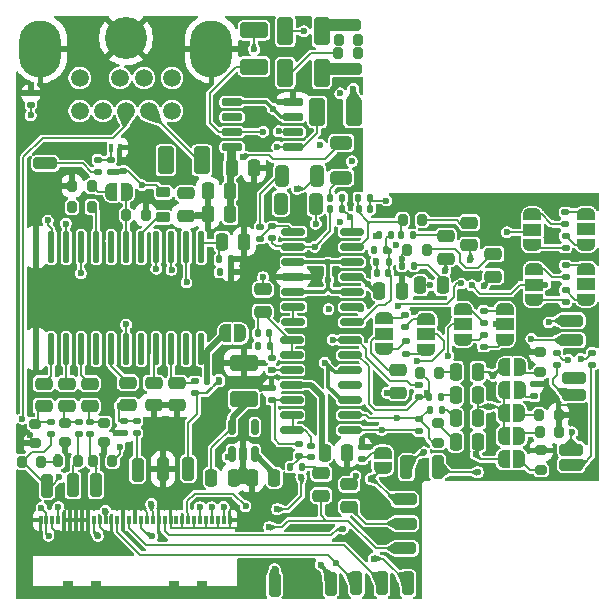
<source format=gbr>
%TF.GenerationSoftware,KiCad,Pcbnew,9.0.0*%
%TF.CreationDate,2025-11-21T18:56:48-08:00*%
%TF.ProjectId,MegaAV_CE_VA0,4d656761-4156-45f4-9345-5f5641302e6b,rev?*%
%TF.SameCoordinates,Original*%
%TF.FileFunction,Copper,L1,Top*%
%TF.FilePolarity,Positive*%
%FSLAX46Y46*%
G04 Gerber Fmt 4.6, Leading zero omitted, Abs format (unit mm)*
G04 Created by KiCad (PCBNEW 9.0.0) date 2025-11-21 18:56:48*
%MOMM*%
%LPD*%
G01*
G04 APERTURE LIST*
G04 Aperture macros list*
%AMRoundRect*
0 Rectangle with rounded corners*
0 $1 Rounding radius*
0 $2 $3 $4 $5 $6 $7 $8 $9 X,Y pos of 4 corners*
0 Add a 4 corners polygon primitive as box body*
4,1,4,$2,$3,$4,$5,$6,$7,$8,$9,$2,$3,0*
0 Add four circle primitives for the rounded corners*
1,1,$1+$1,$2,$3*
1,1,$1+$1,$4,$5*
1,1,$1+$1,$6,$7*
1,1,$1+$1,$8,$9*
0 Add four rect primitives between the rounded corners*
20,1,$1+$1,$2,$3,$4,$5,0*
20,1,$1+$1,$4,$5,$6,$7,0*
20,1,$1+$1,$6,$7,$8,$9,0*
20,1,$1+$1,$8,$9,$2,$3,0*%
%AMFreePoly0*
4,1,23,0.500000,-0.750000,0.000000,-0.750000,0.000000,-0.745722,-0.065263,-0.745722,-0.191342,-0.711940,-0.304381,-0.646677,-0.396677,-0.554381,-0.461940,-0.441342,-0.495722,-0.315263,-0.495722,-0.250000,-0.500000,-0.250000,-0.500000,0.250000,-0.495722,0.250000,-0.495722,0.315263,-0.461940,0.441342,-0.396677,0.554381,-0.304381,0.646677,-0.191342,0.711940,-0.065263,0.745722,0.000000,0.745722,
0.000000,0.750000,0.500000,0.750000,0.500000,-0.750000,0.500000,-0.750000,$1*%
%AMFreePoly1*
4,1,23,0.000000,0.745722,0.065263,0.745722,0.191342,0.711940,0.304381,0.646677,0.396677,0.554381,0.461940,0.441342,0.495722,0.315263,0.495722,0.250000,0.500000,0.250000,0.500000,-0.250000,0.495722,-0.250000,0.495722,-0.315263,0.461940,-0.441342,0.396677,-0.554381,0.304381,-0.646677,0.191342,-0.711940,0.065263,-0.745722,0.000000,-0.745722,0.000000,-0.750000,-0.500000,-0.750000,
-0.500000,0.750000,0.000000,0.750000,0.000000,0.745722,0.000000,0.745722,$1*%
%AMFreePoly2*
4,1,23,0.550000,-0.750000,0.000000,-0.750000,0.000000,-0.745722,-0.065263,-0.745722,-0.191342,-0.711940,-0.304381,-0.646677,-0.396677,-0.554381,-0.461940,-0.441342,-0.495722,-0.315263,-0.495722,-0.250000,-0.500000,-0.250000,-0.500000,0.250000,-0.495722,0.250000,-0.495722,0.315263,-0.461940,0.441342,-0.396677,0.554381,-0.304381,0.646677,-0.191342,0.711940,-0.065263,0.745722,0.000000,0.745722,
0.000000,0.750000,0.550000,0.750000,0.550000,-0.750000,0.550000,-0.750000,$1*%
%AMFreePoly3*
4,1,23,0.000000,0.745722,0.065263,0.745722,0.191342,0.711940,0.304381,0.646677,0.396677,0.554381,0.461940,0.441342,0.495722,0.315263,0.495722,0.250000,0.500000,0.250000,0.500000,-0.250000,0.495722,-0.250000,0.495722,-0.315263,0.461940,-0.441342,0.396677,-0.554381,0.304381,-0.646677,0.191342,-0.711940,0.065263,-0.745722,0.000000,-0.745722,0.000000,-0.750000,-0.550000,-0.750000,
-0.550000,0.750000,0.000000,0.750000,0.000000,0.745722,0.000000,0.745722,$1*%
G04 Aperture macros list end*
%TA.AperFunction,SMDPad,CuDef*%
%ADD10RoundRect,0.250000X-0.750000X0.250000X-0.750000X-0.250000X0.750000X-0.250000X0.750000X0.250000X0*%
%TD*%
%TA.AperFunction,SMDPad,CuDef*%
%ADD11FreePoly0,180.000000*%
%TD*%
%TA.AperFunction,SMDPad,CuDef*%
%ADD12FreePoly1,180.000000*%
%TD*%
%TA.AperFunction,SMDPad,CuDef*%
%ADD13RoundRect,0.250000X0.250000X0.750000X-0.250000X0.750000X-0.250000X-0.750000X0.250000X-0.750000X0*%
%TD*%
%TA.AperFunction,SMDPad,CuDef*%
%ADD14RoundRect,0.135000X0.185000X-0.135000X0.185000X0.135000X-0.185000X0.135000X-0.185000X-0.135000X0*%
%TD*%
%TA.AperFunction,SMDPad,CuDef*%
%ADD15RoundRect,0.250000X-0.250000X-0.475000X0.250000X-0.475000X0.250000X0.475000X-0.250000X0.475000X0*%
%TD*%
%TA.AperFunction,SMDPad,CuDef*%
%ADD16RoundRect,0.135000X0.135000X0.185000X-0.135000X0.185000X-0.135000X-0.185000X0.135000X-0.185000X0*%
%TD*%
%TA.AperFunction,SMDPad,CuDef*%
%ADD17RoundRect,0.250000X0.925000X-0.412500X0.925000X0.412500X-0.925000X0.412500X-0.925000X-0.412500X0*%
%TD*%
%TA.AperFunction,SMDPad,CuDef*%
%ADD18RoundRect,0.135000X-0.135000X-0.185000X0.135000X-0.185000X0.135000X0.185000X-0.135000X0.185000X0*%
%TD*%
%TA.AperFunction,SMDPad,CuDef*%
%ADD19RoundRect,0.150000X0.825000X0.150000X-0.825000X0.150000X-0.825000X-0.150000X0.825000X-0.150000X0*%
%TD*%
%TA.AperFunction,SMDPad,CuDef*%
%ADD20RoundRect,0.250000X-0.250000X-0.750000X0.250000X-0.750000X0.250000X0.750000X-0.250000X0.750000X0*%
%TD*%
%TA.AperFunction,SMDPad,CuDef*%
%ADD21RoundRect,0.140000X0.170000X-0.140000X0.170000X0.140000X-0.170000X0.140000X-0.170000X-0.140000X0*%
%TD*%
%TA.AperFunction,SMDPad,CuDef*%
%ADD22RoundRect,0.250000X0.475000X-0.250000X0.475000X0.250000X-0.475000X0.250000X-0.475000X-0.250000X0*%
%TD*%
%TA.AperFunction,SMDPad,CuDef*%
%ADD23RoundRect,0.200000X0.200000X0.275000X-0.200000X0.275000X-0.200000X-0.275000X0.200000X-0.275000X0*%
%TD*%
%TA.AperFunction,SMDPad,CuDef*%
%ADD24RoundRect,0.250000X0.750000X-0.250000X0.750000X0.250000X-0.750000X0.250000X-0.750000X-0.250000X0*%
%TD*%
%TA.AperFunction,SMDPad,CuDef*%
%ADD25FreePoly2,270.000000*%
%TD*%
%TA.AperFunction,SMDPad,CuDef*%
%ADD26R,1.500000X1.000000*%
%TD*%
%TA.AperFunction,SMDPad,CuDef*%
%ADD27FreePoly3,270.000000*%
%TD*%
%TA.AperFunction,SMDPad,CuDef*%
%ADD28RoundRect,0.135000X-0.185000X0.135000X-0.185000X-0.135000X0.185000X-0.135000X0.185000X0.135000X0*%
%TD*%
%TA.AperFunction,SMDPad,CuDef*%
%ADD29RoundRect,0.140000X-0.140000X-0.170000X0.140000X-0.170000X0.140000X0.170000X-0.140000X0.170000X0*%
%TD*%
%TA.AperFunction,SMDPad,CuDef*%
%ADD30FreePoly2,90.000000*%
%TD*%
%TA.AperFunction,SMDPad,CuDef*%
%ADD31FreePoly3,90.000000*%
%TD*%
%TA.AperFunction,SMDPad,CuDef*%
%ADD32RoundRect,0.250000X-0.475000X0.250000X-0.475000X-0.250000X0.475000X-0.250000X0.475000X0.250000X0*%
%TD*%
%TA.AperFunction,SMDPad,CuDef*%
%ADD33RoundRect,0.250000X-0.412500X-0.925000X0.412500X-0.925000X0.412500X0.925000X-0.412500X0.925000X0*%
%TD*%
%TA.AperFunction,SMDPad,CuDef*%
%ADD34RoundRect,0.200000X-0.200000X-0.275000X0.200000X-0.275000X0.200000X0.275000X-0.200000X0.275000X0*%
%TD*%
%TA.AperFunction,SMDPad,CuDef*%
%ADD35RoundRect,0.200000X0.275000X-0.200000X0.275000X0.200000X-0.275000X0.200000X-0.275000X-0.200000X0*%
%TD*%
%TA.AperFunction,SMDPad,CuDef*%
%ADD36RoundRect,0.150000X-0.825000X-0.150000X0.825000X-0.150000X0.825000X0.150000X-0.825000X0.150000X0*%
%TD*%
%TA.AperFunction,SMDPad,CuDef*%
%ADD37FreePoly0,270.000000*%
%TD*%
%TA.AperFunction,SMDPad,CuDef*%
%ADD38FreePoly1,270.000000*%
%TD*%
%TA.AperFunction,SMDPad,CuDef*%
%ADD39RoundRect,0.140000X-0.170000X0.140000X-0.170000X-0.140000X0.170000X-0.140000X0.170000X0.140000X0*%
%TD*%
%TA.AperFunction,SMDPad,CuDef*%
%ADD40RoundRect,0.137500X0.137500X-1.187500X0.137500X1.187500X-0.137500X1.187500X-0.137500X-1.187500X0*%
%TD*%
%TA.AperFunction,SMDPad,CuDef*%
%ADD41RoundRect,0.250000X0.650000X-0.325000X0.650000X0.325000X-0.650000X0.325000X-0.650000X-0.325000X0*%
%TD*%
%TA.AperFunction,SMDPad,CuDef*%
%ADD42FreePoly0,0.000000*%
%TD*%
%TA.AperFunction,SMDPad,CuDef*%
%ADD43FreePoly1,0.000000*%
%TD*%
%TA.AperFunction,SMDPad,CuDef*%
%ADD44RoundRect,0.250000X0.250000X0.475000X-0.250000X0.475000X-0.250000X-0.475000X0.250000X-0.475000X0*%
%TD*%
%TA.AperFunction,SMDPad,CuDef*%
%ADD45RoundRect,0.150000X0.725000X0.150000X-0.725000X0.150000X-0.725000X-0.150000X0.725000X-0.150000X0*%
%TD*%
%TA.AperFunction,SMDPad,CuDef*%
%ADD46RoundRect,0.218750X0.381250X-0.218750X0.381250X0.218750X-0.381250X0.218750X-0.381250X-0.218750X0*%
%TD*%
%TA.AperFunction,SMDPad,CuDef*%
%ADD47RoundRect,0.140000X0.140000X0.170000X-0.140000X0.170000X-0.140000X-0.170000X0.140000X-0.170000X0*%
%TD*%
%TA.AperFunction,SMDPad,CuDef*%
%ADD48RoundRect,0.200000X-0.275000X0.200000X-0.275000X-0.200000X0.275000X-0.200000X0.275000X0.200000X0*%
%TD*%
%TA.AperFunction,SMDPad,CuDef*%
%ADD49RoundRect,0.250000X-0.325000X-0.650000X0.325000X-0.650000X0.325000X0.650000X-0.325000X0.650000X0*%
%TD*%
%TA.AperFunction,SMDPad,CuDef*%
%ADD50RoundRect,0.250000X0.325000X0.650000X-0.325000X0.650000X-0.325000X-0.650000X0.325000X-0.650000X0*%
%TD*%
%TA.AperFunction,SMDPad,CuDef*%
%ADD51R,0.300000X0.800000*%
%TD*%
%TA.AperFunction,SMDPad,CuDef*%
%ADD52R,1.220000X1.400000*%
%TD*%
%TA.AperFunction,SMDPad,CuDef*%
%ADD53R,0.850000X1.400000*%
%TD*%
%TA.AperFunction,SMDPad,CuDef*%
%ADD54RoundRect,0.050000X0.150000X0.300000X-0.150000X0.300000X-0.150000X-0.300000X0.150000X-0.300000X0*%
%TD*%
%TA.AperFunction,ComponentPad*%
%ADD55C,1.508000*%
%TD*%
%TA.AperFunction,ComponentPad*%
%ADD56O,3.556000X4.826000*%
%TD*%
%TA.AperFunction,ComponentPad*%
%ADD57C,3.556000*%
%TD*%
%TA.AperFunction,SMDPad,CuDef*%
%ADD58RoundRect,0.150000X0.150000X-0.512500X0.150000X0.512500X-0.150000X0.512500X-0.150000X-0.512500X0*%
%TD*%
%TA.AperFunction,ViaPad*%
%ADD59C,0.600000*%
%TD*%
%TA.AperFunction,Conductor*%
%ADD60C,0.600000*%
%TD*%
%TA.AperFunction,Conductor*%
%ADD61C,0.200000*%
%TD*%
%TA.AperFunction,Conductor*%
%ADD62C,0.500000*%
%TD*%
%TA.AperFunction,Conductor*%
%ADD63C,0.300000*%
%TD*%
%TA.AperFunction,Conductor*%
%ADD64C,1.000000*%
%TD*%
%TA.AperFunction,Conductor*%
%ADD65C,0.350000*%
%TD*%
G04 APERTURE END LIST*
D10*
%TO.P,REGION,1,Pin_1*%
%TO.N,/REGION*%
X172111038Y-107153929D03*
%TD*%
D11*
%TO.P,PSGPD2,1,A*%
%TO.N,Net-(PSGPD2-A)*%
X212225000Y-130250000D03*
D12*
%TO.P,PSGPD2,2,B*%
%TO.N,/PSG*%
X210925000Y-130250000D03*
%TD*%
D13*
%TO.P,B_IN1,1,Pin_1*%
%TO.N,/B-IN*%
X176381601Y-134377860D03*
%TD*%
D14*
%TO.P,R21,1*%
%TO.N,Net-(FMR_1-A)*%
X209209703Y-122678429D03*
%TO.P,R21,2*%
%TO.N,Net-(FMR_2-A)*%
X209209703Y-121658429D03*
%TD*%
D15*
%TO.P,C31,1*%
%TO.N,+5V*%
X187883741Y-107547908D03*
%TO.P,C31,2*%
%TO.N,GND*%
X189783741Y-107547908D03*
%TD*%
D16*
%TO.P,R40,1*%
%TO.N,Net-(C25-Pad2)*%
X203310000Y-115800000D03*
%TO.P,R40,2*%
%TO.N,Net-(U7A--)*%
X202290000Y-115800000D03*
%TD*%
D17*
%TO.P,C56,1*%
%TO.N,/V_REF*%
X188909878Y-127106734D03*
%TO.P,C56,2*%
%TO.N,GND*%
X188909878Y-124031734D03*
%TD*%
D13*
%TO.P,S_IN1,1,Pin_1*%
%TO.N,/CSync*%
X184200229Y-133008778D03*
%TD*%
D14*
%TO.P,R66,1*%
%TO.N,/B-IN*%
X175901623Y-130078050D03*
%TO.P,R66,2*%
%TO.N,Net-(C34-Pad1)*%
X175901623Y-129058050D03*
%TD*%
D18*
%TO.P,R46,1*%
%TO.N,Net-(U7B--)*%
X198585000Y-110075000D03*
%TO.P,R46,2*%
%TO.N,/SL*%
X199605000Y-110075000D03*
%TD*%
D19*
%TO.P,U7,1*%
%TO.N,/SR*%
X198054240Y-120558814D03*
%TO.P,U7,2,-*%
%TO.N,Net-(U7A--)*%
X198054240Y-119288814D03*
%TO.P,U7,3,+*%
%TO.N,/V_REF*%
X198054240Y-118018814D03*
%TO.P,U7,4,V+*%
%TO.N,+5V*%
X198054240Y-116748814D03*
%TO.P,U7,5,+*%
%TO.N,/V_REF*%
X198054240Y-115478814D03*
%TO.P,U7,6,-*%
%TO.N,Net-(U7B--)*%
X198054240Y-114208814D03*
%TO.P,U7,7*%
%TO.N,/SL*%
X198054240Y-112938814D03*
%TO.P,U7,8*%
%TO.N,Net-(R52-Pad2)*%
X193104240Y-112938814D03*
%TO.P,U7,9,-*%
%TO.N,Net-(U7C--)*%
X193104240Y-114208814D03*
%TO.P,U7,10,+*%
%TO.N,/V_REF*%
X193104240Y-115478814D03*
%TO.P,U7,11,V-*%
%TO.N,GND*%
X193104240Y-116748814D03*
%TO.P,U7,12,+*%
%TO.N,/V_REF*%
X193104240Y-118018814D03*
%TO.P,U7,13,-*%
%TO.N,Net-(U7D--)*%
X193104240Y-119288814D03*
%TO.P,U7,14*%
X193104240Y-120558814D03*
%TD*%
D20*
%TO.P,G_IN1,1,Pin_1*%
%TO.N,/G-IN*%
X174451322Y-134396922D03*
%TD*%
D21*
%TO.P,C11,1*%
%TO.N,Net-(U3B-+)*%
X191253416Y-127164810D03*
%TO.P,C11,2*%
%TO.N,GND*%
X191253416Y-126204810D03*
%TD*%
D20*
%TO.P,CD_L1,1,Pin_1*%
%TO.N,/CD_L*%
X200620000Y-142700000D03*
%TD*%
D14*
%TO.P,R57,1*%
%TO.N,/R-IN*%
X172567973Y-130039917D03*
%TO.P,R57,2*%
%TO.N,Net-(C28-Pad1)*%
X172567973Y-129019917D03*
%TD*%
D22*
%TO.P,C26,1*%
%TO.N,Net-(SL3-Pin_1)*%
X206025684Y-115211229D03*
%TO.P,C26,2*%
%TO.N,Net-(C26-Pad2)*%
X206025684Y-113311229D03*
%TD*%
D23*
%TO.P,R26,1*%
%TO.N,Net-(C19-Pad2)*%
X205448677Y-124897246D03*
%TO.P,R26,2*%
%TO.N,Net-(FMR_2-C)*%
X203798677Y-124897246D03*
%TD*%
D24*
%TO.P,SR3,1,Pin_1*%
%TO.N,Net-(SR3-Pin_1)*%
X216650000Y-122125000D03*
%TD*%
D25*
%TO.P,HPL_RES2,1,A*%
%TO.N,Net-(HPL_RES2-A)*%
X217875000Y-111450000D03*
D26*
%TO.P,HPL_RES2,2,C*%
%TO.N,Net-(HPL_RES2-C)*%
X217875000Y-112750000D03*
D27*
%TO.P,HPL_RES2,3,B*%
%TO.N,Net-(HPL_RES2-B)*%
X217875000Y-114050000D03*
%TD*%
D11*
%TO.P,MD1_PU1,1,A*%
%TO.N,Net-(MD1_PU1-A)*%
X188623511Y-121553791D03*
D12*
%TO.P,MD1_PU1,2,B*%
%TO.N,+5V*%
X187323511Y-121553791D03*
%TD*%
D28*
%TO.P,R32,1*%
%TO.N,Net-(FML_2-C)*%
X203750000Y-128830000D03*
%TO.P,R32,2*%
%TO.N,Net-(SL3-Pin_1)*%
X203750000Y-129850000D03*
%TD*%
D29*
%TO.P,C36,1*%
%TO.N,Net-(U7B--)*%
X198645000Y-111025000D03*
%TO.P,C36,2*%
%TO.N,/SL*%
X199605000Y-111025000D03*
%TD*%
D24*
%TO.P,CHROMA1,1,Pin_1*%
%TO.N,/C-OUT*%
X197878207Y-99173916D03*
%TD*%
D30*
%TO.P,FML_1,1,A*%
%TO.N,Net-(FML_1-A)*%
X200775000Y-122875000D03*
D26*
%TO.P,FML_1,2,C*%
%TO.N,Net-(FML_1-C)*%
X200775000Y-121575000D03*
D31*
%TO.P,FML_1,3,B*%
%TO.N,Net-(FML_1-B)*%
X200775000Y-120275000D03*
%TD*%
D14*
%TO.P,R7,1,1*%
%TO.N,Net-(U3A-+)*%
X191260887Y-124624727D03*
%TO.P,R7,2,2*%
%TO.N,Net-(C12-Pad1)*%
X191260887Y-123604727D03*
%TD*%
D32*
%TO.P,C32,1*%
%TO.N,Net-(IC1-SCIN)*%
X179084485Y-125711494D03*
%TO.P,C32,2*%
%TO.N,Net-(C1-Pad2)*%
X179084485Y-127611494D03*
%TD*%
D15*
%TO.P,C54,1*%
%TO.N,/V_REF*%
X186170339Y-133754337D03*
%TO.P,C54,2*%
%TO.N,GND*%
X188070339Y-133754337D03*
%TD*%
D16*
%TO.P,R27,1*%
%TO.N,Net-(C20-Pad2)*%
X205610000Y-126925000D03*
%TO.P,R27,2*%
%TO.N,Net-(FMR_2-C)*%
X204590000Y-126925000D03*
%TD*%
D24*
%TO.P,FM_R1,1,Pin_1*%
%TO.N,/FM_R*%
X202540000Y-137660000D03*
%TD*%
D33*
%TO.P,C46,1*%
%TO.N,Net-(C46-Pad1)*%
X182297752Y-106885737D03*
%TO.P,C46,2*%
%TO.N,/CV-OUT*%
X185372752Y-106885737D03*
%TD*%
D34*
%TO.P,R56,1*%
%TO.N,/B-IN*%
X176138382Y-132371704D03*
%TO.P,R56,2*%
%TO.N,Net-(MD1_PU1-A)*%
X177788382Y-132371704D03*
%TD*%
D22*
%TO.P,C4,1*%
%TO.N,/FM_L*%
X195460000Y-135290000D03*
%TO.P,C4,2*%
%TO.N,Net-(C4-Pad2)*%
X195460000Y-133390000D03*
%TD*%
D24*
%TO.P,HPL_SL2,1,Pin_1*%
%TO.N,Net-(HPL_SL2-Pin_1)*%
X216895710Y-125307108D03*
%TD*%
D35*
%TO.P,R15,1,1*%
%TO.N,Net-(32XPD1-A)*%
X214084197Y-133110858D03*
%TO.P,R15,2,2*%
%TO.N,GND*%
X214084197Y-131460858D03*
%TD*%
D20*
%TO.P,HP_L1,1,Pin_1*%
%TO.N,/HP_L*%
X202675000Y-132875000D03*
%TD*%
D34*
%TO.P,R37,1*%
%TO.N,/R-IN*%
X170124253Y-132403464D03*
%TO.P,R37,2*%
%TO.N,Net-(MD1_PU1-A)*%
X171774253Y-132403464D03*
%TD*%
D16*
%TO.P,R36,1*%
%TO.N,/CSync*%
X186821970Y-125539302D03*
%TO.P,R36,2*%
%TO.N,+5V*%
X185801970Y-125539302D03*
%TD*%
D25*
%TO.P,HPR_RES1,1,A*%
%TO.N,Net-(HPR_RES1-A)*%
X213491794Y-116110000D03*
D26*
%TO.P,HPR_RES1,2,C*%
%TO.N,/SR*%
X213491794Y-117410000D03*
D27*
%TO.P,HPR_RES1,3,B*%
%TO.N,Net-(HPR_RES1-B)*%
X213491794Y-118710000D03*
%TD*%
D20*
%TO.P,HP_R1,1,Pin_1*%
%TO.N,/HP_R*%
X205325000Y-132865000D03*
%TD*%
D14*
%TO.P,R67,1*%
%TO.N,/CSync*%
X184768353Y-126616345D03*
%TO.P,R67,2*%
%TO.N,Net-(IC1-CSYNC_IN)*%
X184768353Y-125596345D03*
%TD*%
D15*
%TO.P,C37,1*%
%TO.N,+5V*%
X200373165Y-117916742D03*
%TO.P,C37,2*%
%TO.N,GND*%
X202273165Y-117916742D03*
%TD*%
D14*
%TO.P,R30,1,1*%
%TO.N,Net-(PSGPD1-A)*%
X213500000Y-126885000D03*
%TO.P,R30,2,2*%
%TO.N,GND*%
X213500000Y-125865000D03*
%TD*%
D33*
%TO.P,C47,1*%
%TO.N,Net-(C47-Pad1)*%
X192426027Y-95954101D03*
%TO.P,C47,2*%
%TO.N,/Y-OUT*%
X195501027Y-95954101D03*
%TD*%
D23*
%TO.P,R74,1*%
%TO.N,Net-(IC1-CVOUT)*%
X176018534Y-110842019D03*
%TO.P,R74,2*%
%TO.N,Net-(C46-Pad1)*%
X174368534Y-110842019D03*
%TD*%
D16*
%TO.P,R41,1*%
%TO.N,Net-(C26-Pad2)*%
X203235000Y-113200000D03*
%TO.P,R41,2*%
%TO.N,Net-(U7B--)*%
X202215000Y-113200000D03*
%TD*%
D32*
%TO.P,C51,1*%
%TO.N,Net-(IC1-VREF)*%
X183994859Y-109697002D03*
%TO.P,C51,2*%
%TO.N,GND*%
X183994859Y-111597002D03*
%TD*%
D16*
%TO.P,R48,1,1*%
%TO.N,/SR*%
X201366796Y-113209942D03*
%TO.P,R48,2,2*%
%TO.N,Net-(U7C--)*%
X200346796Y-113209942D03*
%TD*%
D22*
%TO.P,C15,1*%
%TO.N,Net-(U3B--)*%
X201941390Y-126557723D03*
%TO.P,C15,2*%
%TO.N,Net-(FML_1-C)*%
X201941390Y-124657723D03*
%TD*%
D14*
%TO.P,R68,1*%
%TO.N,Net-(SBCR1-Pin_1)*%
X179861113Y-129976516D03*
%TO.P,R68,2*%
%TO.N,Net-(C1-Pad2)*%
X179861113Y-128956516D03*
%TD*%
D28*
%TO.P,R23,1*%
%TO.N,Net-(FML_1-A)*%
X202600000Y-122230000D03*
%TO.P,R23,2*%
%TO.N,Net-(FML_2-A)*%
X202600000Y-123250000D03*
%TD*%
D20*
%TO.P,32X_L1,1,Pin_1*%
%TO.N,/32X_L*%
X196280000Y-142730000D03*
%TD*%
D36*
%TO.P,U3,1*%
%TO.N,Net-(U3A--)*%
X192951106Y-122128898D03*
%TO.P,U3,2,-*%
X192951106Y-123398898D03*
%TO.P,U3,3,+*%
%TO.N,Net-(U3A-+)*%
X192951106Y-124668898D03*
%TO.P,U3,4,V+*%
%TO.N,+5V*%
X192951106Y-125938898D03*
%TO.P,U3,5,+*%
%TO.N,Net-(U3B-+)*%
X192951106Y-127208898D03*
%TO.P,U3,6,-*%
%TO.N,Net-(U3B--)*%
X192951106Y-128478898D03*
%TO.P,U3,7*%
X192951106Y-129748898D03*
%TO.P,U3,8*%
%TO.N,Net-(SL3-Pin_1)*%
X197901106Y-129748898D03*
%TO.P,U3,9,-*%
%TO.N,Net-(FML_2-C)*%
X197901106Y-128478898D03*
%TO.P,U3,10,+*%
%TO.N,/V_REF*%
X197901106Y-127208898D03*
%TO.P,U3,11,V-*%
%TO.N,GND*%
X197901106Y-125938898D03*
%TO.P,U3,12,+*%
%TO.N,/V_REF*%
X197901106Y-124668898D03*
%TO.P,U3,13,-*%
%TO.N,Net-(FMR_2-C)*%
X197901106Y-123398898D03*
%TO.P,U3,14*%
%TO.N,Net-(SR3-Pin_1)*%
X197901106Y-122128898D03*
%TD*%
D14*
%TO.P,R58,1*%
%TO.N,/G-IN*%
X174969760Y-130078050D03*
%TO.P,R58,2*%
%TO.N,Net-(C29-Pad1)*%
X174969760Y-129058050D03*
%TD*%
%TO.P,R31,1*%
%TO.N,Net-(FMR_2-C)*%
X203700000Y-126970000D03*
%TO.P,R31,2*%
%TO.N,Net-(SR3-Pin_1)*%
X203700000Y-125950000D03*
%TD*%
D28*
%TO.P,R22,1*%
%TO.N,Net-(FMR_1-B)*%
X209234703Y-119633429D03*
%TO.P,R22,2*%
%TO.N,Net-(FMR_2-B)*%
X209234703Y-120653429D03*
%TD*%
D24*
%TO.P,SL3,1,Pin_1*%
%TO.N,Net-(SL3-Pin_1)*%
X216650000Y-120475000D03*
%TD*%
D10*
%TO.P,HPL_SL1,1,Pin_1*%
%TO.N,Net-(HPL_SL1-Pin_1)*%
X216855293Y-126749678D03*
%TD*%
D14*
%TO.P,R79,1*%
%TO.N,Net-(HPL_RES1-A)*%
X216141571Y-112296884D03*
%TO.P,R79,2*%
%TO.N,Net-(HPL_RES2-A)*%
X216141571Y-111276884D03*
%TD*%
%TO.P,R25,1,1*%
%TO.N,Net-(PSGPD4-A)*%
X198940000Y-132180000D03*
%TO.P,R25,2,2*%
%TO.N,GND*%
X198940000Y-131160000D03*
%TD*%
D20*
%TO.P,R_IN1,1,Pin_1*%
%TO.N,/R-IN*%
X172225448Y-134427317D03*
%TD*%
D23*
%TO.P,R35,1*%
%TO.N,GND*%
X180588376Y-111500185D03*
%TO.P,R35,2*%
%TO.N,Net-(FO1-B)*%
X178938376Y-111500185D03*
%TD*%
D37*
%TO.P,PSGPD4,1,A*%
%TO.N,Net-(PSGPD4-A)*%
X200670000Y-131660000D03*
D38*
%TO.P,PSGPD4,2,B*%
%TO.N,/PSG*%
X200670000Y-132960000D03*
%TD*%
D28*
%TO.P,R61,1,1*%
%TO.N,Net-(HPL_RES2-C)*%
X215403331Y-123213151D03*
%TO.P,R61,2,2*%
%TO.N,Net-(HPL_SL1-Pin_1)*%
X215403331Y-124233151D03*
%TD*%
D39*
%TO.P,C49,1*%
%TO.N,Net-(D2-A)*%
X177622946Y-106882708D03*
%TO.P,C49,2*%
%TO.N,Net-(C49-Pad2)*%
X177622946Y-107842708D03*
%TD*%
D40*
%TO.P,IC1,1,GND1*%
%TO.N,GND*%
X171330163Y-122873265D03*
%TO.P,IC1,2,RIN*%
%TO.N,Net-(IC1-RIN)*%
X172600163Y-122873265D03*
%TO.P,IC1,3,GIN*%
%TO.N,Net-(IC1-GIN)*%
X173870163Y-122873265D03*
%TO.P,IC1,4,BIN*%
%TO.N,Net-(IC1-BIN)*%
X175140163Y-122873265D03*
%TO.P,IC1,5,NC*%
%TO.N,unconnected-(IC1-NC-Pad5)*%
X176410163Y-122873265D03*
%TO.P,IC1,6,SCIN*%
%TO.N,Net-(IC1-SCIN)*%
X177680163Y-122873265D03*
%TO.P,IC1,7,NTSC/~{PAL}*%
%TO.N,/REGION*%
X178950163Y-122873265D03*
%TO.P,IC1,8,BFOUT*%
%TO.N,unconnected-(IC1-BFOUT-Pad8)*%
X180220163Y-122873265D03*
%TO.P,IC1,9,YCLPC*%
%TO.N,Net-(IC1-YCLPC)*%
X181490163Y-122873265D03*
%TO.P,IC1,10,CSYNC_IN*%
%TO.N,Net-(IC1-CSYNC_IN)*%
X182760163Y-122873265D03*
%TO.P,IC1,11*%
%TO.N,N/C*%
X184030163Y-122873265D03*
%TO.P,IC1,12,VCC1*%
%TO.N,+5V*%
X185300163Y-122873265D03*
%TO.P,IC1,13,IREF*%
%TO.N,Net-(IC1-IREF)*%
X185300163Y-114223265D03*
%TO.P,IC1,14,VREF*%
%TO.N,Net-(IC1-VREF)*%
X184030163Y-114223265D03*
%TO.P,IC1,15,COUT*%
%TO.N,Net-(IC1-COUT)*%
X182760163Y-114223265D03*
%TO.P,IC1,16,YOUT*%
%TO.N,Net-(IC1-YOUT)*%
X181490163Y-114223265D03*
%TO.P,IC1,17,YTRAP*%
%TO.N,/YTRAP*%
X180220163Y-114223265D03*
%TO.P,IC1,18,FO*%
%TO.N,Net-(FO1-B)*%
X178950163Y-114223265D03*
%TO.P,IC1,19,VCC2*%
%TO.N,+5V*%
X177680163Y-114223265D03*
%TO.P,IC1,20,CVOUT*%
%TO.N,Net-(IC1-CVOUT)*%
X176410163Y-114223265D03*
%TO.P,IC1,21,BOUT*%
%TO.N,/B-OUT*%
X175140163Y-114223265D03*
%TO.P,IC1,22,GOUT*%
%TO.N,/G-OUT*%
X173870163Y-114223265D03*
%TO.P,IC1,23,ROUT*%
%TO.N,/R-OUT*%
X172600163Y-114223265D03*
%TO.P,IC1,24,GND2*%
%TO.N,GND*%
X171330163Y-114223265D03*
%TD*%
D35*
%TO.P,R17,1,1*%
%TO.N,Net-(32XPD2-A)*%
X214017015Y-124794773D03*
%TO.P,R17,2,2*%
%TO.N,GND*%
X214017015Y-123144773D03*
%TD*%
D24*
%TO.P,HPR_SL2,1,Pin_1*%
%TO.N,Net-(HPR_SL2-Pin_1)*%
X216620000Y-131380000D03*
%TD*%
D41*
%TO.P,C44,1*%
%TO.N,Net-(C44-Pad1)*%
X197150000Y-108375000D03*
%TO.P,C44,2*%
%TO.N,/AUD-L*%
X197150000Y-105425000D03*
%TD*%
D42*
%TO.P,FO1,1,A*%
%TO.N,Net-(FO1-A)*%
X177691741Y-109535170D03*
D43*
%TO.P,FO1,2,B*%
%TO.N,Net-(FO1-B)*%
X178991741Y-109535170D03*
%TD*%
D14*
%TO.P,R70,1*%
%TO.N,GND*%
X178796739Y-130005010D03*
%TO.P,R70,2*%
%TO.N,Net-(C1-Pad2)*%
X178796739Y-128985010D03*
%TD*%
D22*
%TO.P,C28,1*%
%TO.N,Net-(C28-Pad1)*%
X171951528Y-127698422D03*
%TO.P,C28,2*%
%TO.N,Net-(IC1-RIN)*%
X171951528Y-125798422D03*
%TD*%
%TO.P,C34,1*%
%TO.N,Net-(C34-Pad1)*%
X175866931Y-127697924D03*
%TO.P,C34,2*%
%TO.N,Net-(IC1-BIN)*%
X175866931Y-125797924D03*
%TD*%
D23*
%TO.P,R39,1*%
%TO.N,Net-(C24-Pad2)*%
X204374375Y-114509948D03*
%TO.P,R39,2*%
%TO.N,Net-(U7A--)*%
X202724375Y-114509948D03*
%TD*%
D20*
%TO.P,GND1,1,Pin_1*%
%TO.N,GND*%
X193970000Y-142820000D03*
%TD*%
%TO.P,5V1,1,Pin_1*%
%TO.N,+5V*%
X191510000Y-142820000D03*
%TD*%
D11*
%TO.P,PSGPD3,1,A*%
%TO.N,Net-(PSGPD3-A)*%
X212225000Y-128325000D03*
D12*
%TO.P,PSGPD3,2,B*%
%TO.N,/PSG*%
X210925000Y-128325000D03*
%TD*%
D33*
%TO.P,C48,1*%
%TO.N,Net-(C48-Pad1)*%
X192426209Y-99490978D03*
%TO.P,C48,2*%
%TO.N,/C-OUT*%
X195501209Y-99490978D03*
%TD*%
D16*
%TO.P,R55,1*%
%TO.N,/SL*%
X197260000Y-110050000D03*
%TO.P,R55,2*%
%TO.N,Net-(C44-Pad1)*%
X196240000Y-110050000D03*
%TD*%
D11*
%TO.P,32XPD2,1,A*%
%TO.N,Net-(32XPD2-A)*%
X212275000Y-124425000D03*
D12*
%TO.P,32XPD2,2,B*%
%TO.N,/32X_R*%
X210975000Y-124425000D03*
%TD*%
D16*
%TO.P,R28,1*%
%TO.N,Net-(C21-Pad2)*%
X205656609Y-127996528D03*
%TO.P,R28,2*%
%TO.N,Net-(FML_2-C)*%
X204636609Y-127996528D03*
%TD*%
D35*
%TO.P,R73,1*%
%TO.N,GND*%
X177094344Y-130752519D03*
%TO.P,R73,2*%
%TO.N,Net-(C34-Pad1)*%
X177094344Y-129102519D03*
%TD*%
D24*
%TO.P,LUMA1,1,Pin_1*%
%TO.N,/Y-OUT*%
X197847500Y-95420000D03*
%TD*%
D22*
%TO.P,C14,1*%
%TO.N,Net-(U3A--)*%
X190521020Y-119730585D03*
%TO.P,C14,2*%
%TO.N,Net-(FMR_1-C)*%
X190521020Y-117830585D03*
%TD*%
D44*
%TO.P,C52,1*%
%TO.N,+5V*%
X187755052Y-111478272D03*
%TO.P,C52,2*%
%TO.N,GND*%
X185855052Y-111478272D03*
%TD*%
D45*
%TO.P,U6,1*%
%TO.N,Net-(HPL_SL2-Pin_1)*%
X193072100Y-105760440D03*
%TO.P,U6,2,-*%
%TO.N,Net-(HPL_RES2-C)*%
X193072100Y-104490440D03*
%TO.P,U6,3,+*%
%TO.N,/V_REF*%
X193072100Y-103220440D03*
%TO.P,U6,4,V-*%
%TO.N,GND*%
X193072100Y-101950440D03*
%TO.P,U6,5,+*%
%TO.N,/V_REF*%
X187922100Y-101950440D03*
%TO.P,U6,6,-*%
%TO.N,Net-(HPR_RES2-C)*%
X187922100Y-103220440D03*
%TO.P,U6,7*%
%TO.N,Net-(HPR_SL2-Pin_1)*%
X187922100Y-104490440D03*
%TO.P,U6,8,V+*%
%TO.N,+5V*%
X187922100Y-105760440D03*
%TD*%
D46*
%TO.P,L1,1,1*%
%TO.N,/YTRAP*%
X182091509Y-111730420D03*
%TO.P,L1,2,2*%
%TO.N,Net-(C49-Pad2)*%
X182091509Y-109605420D03*
%TD*%
D14*
%TO.P,R65,1*%
%TO.N,Net-(HPR_RES1-A)*%
X216153744Y-116809290D03*
%TO.P,R65,2*%
%TO.N,Net-(HPR_RES2-A)*%
X216153744Y-115789290D03*
%TD*%
D18*
%TO.P,R49,1,1*%
%TO.N,Net-(U7C--)*%
X196240000Y-111050000D03*
%TO.P,R49,2,2*%
%TO.N,/SL*%
X197260000Y-111050000D03*
%TD*%
D21*
%TO.P,C50,1*%
%TO.N,Net-(C49-Pad2)*%
X178697965Y-107807268D03*
%TO.P,C50,2*%
%TO.N,GND*%
X178697965Y-106847268D03*
%TD*%
D47*
%TO.P,C12,1*%
%TO.N,Net-(C12-Pad1)*%
X191075754Y-121542006D03*
%TO.P,C12,2*%
%TO.N,Net-(U3A--)*%
X190115754Y-121542006D03*
%TD*%
D22*
%TO.P,C27,1*%
%TO.N,/CD_L*%
X208012328Y-114078003D03*
%TO.P,C27,2*%
%TO.N,Net-(C27-Pad2)*%
X208012328Y-112178003D03*
%TD*%
D15*
%TO.P,C39,1*%
%TO.N,Net-(IC1-IREF)*%
X187045627Y-113788512D03*
%TO.P,C39,2*%
%TO.N,GND*%
X188945627Y-113788512D03*
%TD*%
D34*
%TO.P,R45,1*%
%TO.N,GND*%
X174389595Y-109043388D03*
%TO.P,R45,2*%
%TO.N,Net-(FO1-A)*%
X176039595Y-109043388D03*
%TD*%
D48*
%TO.P,R29,1*%
%TO.N,Net-(C22-Pad2)*%
X205360966Y-129153158D03*
%TO.P,R29,2*%
%TO.N,Net-(FML_2-C)*%
X205360966Y-130803158D03*
%TD*%
D49*
%TO.P,C43,1*%
%TO.N,Net-(C43-Pad1)*%
X192177100Y-108215183D03*
%TO.P,C43,2*%
%TO.N,/AUD-M*%
X195127100Y-108215183D03*
%TD*%
D22*
%TO.P,C24,1*%
%TO.N,/CD_R*%
X210034721Y-116736388D03*
%TO.P,C24,2*%
%TO.N,Net-(C24-Pad2)*%
X210034721Y-114836388D03*
%TD*%
D23*
%TO.P,R75,1*%
%TO.N,Net-(IC1-YOUT)*%
X198598268Y-96682714D03*
%TO.P,R75,2*%
%TO.N,Net-(C47-Pad1)*%
X196948268Y-96682714D03*
%TD*%
D20*
%TO.P,CD_R1,1,Pin_1*%
%TO.N,/CD_R*%
X202790000Y-142700000D03*
%TD*%
D44*
%TO.P,C55,1*%
%TO.N,+5V*%
X191494516Y-133776307D03*
%TO.P,C55,2*%
%TO.N,GND*%
X189594516Y-133776307D03*
%TD*%
D21*
%TO.P,C13,1*%
%TO.N,Net-(C13-Pad1)*%
X194602707Y-132042400D03*
%TO.P,C13,2*%
%TO.N,Net-(U3B--)*%
X194602707Y-131082400D03*
%TD*%
D33*
%TO.P,C45,1*%
%TO.N,Net-(HPL_SL2-Pin_1)*%
X195127964Y-102800000D03*
%TO.P,C45,2*%
%TO.N,/HP_L*%
X198202964Y-102800000D03*
%TD*%
D28*
%TO.P,R8,1,1*%
%TO.N,Net-(U3B-+)*%
X193560167Y-130901124D03*
%TO.P,R8,2,2*%
%TO.N,Net-(C13-Pad1)*%
X193560167Y-131921124D03*
%TD*%
D16*
%TO.P,R4,1,1*%
%TO.N,Net-(C12-Pad1)*%
X191120700Y-122618176D03*
%TO.P,R4,2,2*%
%TO.N,Net-(C3-Pad2)*%
X190100700Y-122618176D03*
%TD*%
D25*
%TO.P,HPL_RES1,1,A*%
%TO.N,Net-(HPL_RES1-A)*%
X213342537Y-111475000D03*
D26*
%TO.P,HPL_RES1,2,C*%
%TO.N,/SL*%
X213342537Y-112775000D03*
D27*
%TO.P,HPL_RES1,3,B*%
%TO.N,Net-(HPL_RES1-B)*%
X213342537Y-114075000D03*
%TD*%
D44*
%TO.P,C19,1*%
%TO.N,/32X_R*%
X208750000Y-124800000D03*
%TO.P,C19,2*%
%TO.N,Net-(C19-Pad2)*%
X206850000Y-124800000D03*
%TD*%
D34*
%TO.P,R33,1,1*%
%TO.N,Net-(PSGPD2-A)*%
X213966347Y-129933509D03*
%TO.P,R33,2,2*%
%TO.N,GND*%
X215616347Y-129933509D03*
%TD*%
D44*
%TO.P,C53,1*%
%TO.N,+5V*%
X187742485Y-109517739D03*
%TO.P,C53,2*%
%TO.N,GND*%
X185842485Y-109517739D03*
%TD*%
D30*
%TO.P,FMR_1,1,A*%
%TO.N,Net-(FMR_1-A)*%
X210984703Y-122083429D03*
D26*
%TO.P,FMR_1,2,C*%
%TO.N,Net-(FMR_1-C)*%
X210984703Y-120783429D03*
D31*
%TO.P,FMR_1,3,B*%
%TO.N,Net-(FMR_1-B)*%
X210984703Y-119483429D03*
%TD*%
D22*
%TO.P,C29,1*%
%TO.N,Net-(C29-Pad1)*%
X173905907Y-127705799D03*
%TO.P,C29,2*%
%TO.N,Net-(IC1-GIN)*%
X173905907Y-125805799D03*
%TD*%
D44*
%TO.P,C21,1*%
%TO.N,/PSG*%
X208750000Y-128750000D03*
%TO.P,C21,2*%
%TO.N,Net-(C21-Pad2)*%
X206850000Y-128750000D03*
%TD*%
D24*
%TO.P,HPR_SL1,1,Pin_1*%
%TO.N,Net-(HPR_SL1-Pin_1)*%
X216620000Y-132660000D03*
%TD*%
D30*
%TO.P,FMR_2,1,A*%
%TO.N,Net-(FMR_2-A)*%
X207434703Y-122083429D03*
D26*
%TO.P,FMR_2,2,C*%
%TO.N,Net-(FMR_2-C)*%
X207434703Y-120783429D03*
D31*
%TO.P,FMR_2,3,B*%
%TO.N,Net-(FMR_2-B)*%
X207434703Y-119483429D03*
%TD*%
D44*
%TO.P,C22,1*%
%TO.N,/32X_L*%
X208750000Y-130725000D03*
%TO.P,C22,2*%
%TO.N,Net-(C22-Pad2)*%
X206850000Y-130725000D03*
%TD*%
D50*
%TO.P,C42,1*%
%TO.N,Net-(C42-Pad1)*%
X194992578Y-110569305D03*
%TO.P,C42,2*%
%TO.N,/AUD-R*%
X192042578Y-110569305D03*
%TD*%
D39*
%TO.P,C1,1*%
%TO.N,GND*%
X170871360Y-101222574D03*
%TO.P,C1,2*%
%TO.N,Net-(C1-Pad2)*%
X170871360Y-102182574D03*
%TD*%
D18*
%TO.P,R47,1*%
%TO.N,Net-(U7A--)*%
X200137134Y-115493804D03*
%TO.P,R47,2*%
%TO.N,/SR*%
X201157134Y-115493804D03*
%TD*%
D44*
%TO.P,C20,1*%
%TO.N,/PSG*%
X208750000Y-126775000D03*
%TO.P,C20,2*%
%TO.N,Net-(C20-Pad2)*%
X206850000Y-126775000D03*
%TD*%
D11*
%TO.P,32XPD1,1,A*%
%TO.N,Net-(32XPD1-A)*%
X212225000Y-132200000D03*
D12*
%TO.P,32XPD1,2,B*%
%TO.N,/32X_L*%
X210925000Y-132200000D03*
%TD*%
D29*
%TO.P,C35,1*%
%TO.N,Net-(U7A--)*%
X200148450Y-116450400D03*
%TO.P,C35,2*%
%TO.N,/SR*%
X201108450Y-116450400D03*
%TD*%
D51*
%TO.P,Z1,1,Pin_1*%
%TO.N,GND*%
X171700000Y-137360000D03*
%TO.P,Z1,2,Pin_2*%
%TO.N,+5V*%
X172200000Y-137360000D03*
%TO.P,Z1,3,Pin_3*%
%TO.N,GND*%
X172700000Y-137360000D03*
%TO.P,Z1,4,Pin_4*%
%TO.N,/CSync*%
X173200000Y-137360000D03*
%TO.P,Z1,5,Pin_5*%
%TO.N,GND*%
X173700000Y-137360000D03*
%TO.P,Z1,6,Pin_6*%
X174200000Y-137360000D03*
%TO.P,Z1,7,Pin_7*%
X174700000Y-137360000D03*
%TO.P,Z1,8,Pin_8*%
X175200000Y-137360000D03*
%TO.P,Z1,9,Pin_9*%
X175700000Y-137360000D03*
%TO.P,Z1,10,Pin_10*%
%TO.N,/CD_R*%
X176200000Y-137360000D03*
%TO.P,Z1,11,Pin_11*%
%TO.N,GND*%
X176700000Y-137360000D03*
%TO.P,Z1,12,Pin_12*%
%TO.N,/PSG*%
X177200000Y-137360000D03*
%TO.P,Z1,13,Pin_13*%
%TO.N,GND*%
X177700000Y-137360000D03*
%TO.P,Z1,14,Pin_14*%
%TO.N,/32X_R*%
X178200000Y-137360000D03*
%TO.P,Z1,15,Pin_15*%
%TO.N,GND*%
X178700000Y-137360000D03*
%TO.P,Z1,16,Pin_16*%
%TO.N,/CD_L*%
X179200000Y-137360000D03*
%TO.P,Z1,17,Pin_17*%
%TO.N,GND*%
X179700000Y-137360000D03*
%TO.P,Z1,18,Pin_18*%
%TO.N,/32X_L*%
X180200000Y-137360000D03*
%TO.P,Z1,19,Pin_19*%
%TO.N,GND*%
X180700000Y-137360000D03*
%TO.P,Z1,20,Pin_20*%
%TO.N,/FM_L*%
X181200000Y-137360000D03*
%TO.P,Z1,21,Pin_21*%
%TO.N,GND*%
X181700000Y-137360000D03*
%TO.P,Z1,22,Pin_22*%
%TO.N,/FM_R*%
X182200000Y-137360000D03*
%TO.P,Z1,23,Pin_23*%
%TO.N,GND*%
X182700000Y-137360000D03*
%TO.P,Z1,24,Pin_24*%
%TO.N,/CLK*%
X183200000Y-137360000D03*
%TO.P,Z1,25,Pin_25*%
%TO.N,GND*%
X183700000Y-137360000D03*
%TO.P,Z1,26,Pin_26*%
%TO.N,/REGION*%
X184200000Y-137360000D03*
%TO.P,Z1,27,Pin_27*%
%TO.N,GND*%
X184700000Y-137360000D03*
%TO.P,Z1,28,Pin_28*%
%TO.N,/B-IN*%
X185200000Y-137360000D03*
%TO.P,Z1,29,Pin_29*%
%TO.N,GND*%
X185700000Y-137360000D03*
%TO.P,Z1,30,Pin_30*%
%TO.N,/G-IN*%
X186200000Y-137360000D03*
%TO.P,Z1,31,Pin_31*%
%TO.N,GND*%
X186700000Y-137360000D03*
%TO.P,Z1,32,Pin_32*%
%TO.N,/R-IN*%
X187200000Y-137360000D03*
%TO.P,Z1,33,Pin_33*%
%TO.N,GND*%
X187700000Y-137360000D03*
D52*
%TO.P,Z1,MP,MP*%
X170460000Y-142210000D03*
D53*
X174025000Y-143220000D03*
X176375000Y-143220000D03*
X183025000Y-143220000D03*
X185375000Y-143220000D03*
D52*
X188940000Y-142210000D03*
%TD*%
D22*
%TO.P,C3,1*%
%TO.N,/FM_R*%
X197830000Y-136230000D03*
%TO.P,C3,2*%
%TO.N,Net-(C3-Pad2)*%
X197830000Y-134330000D03*
%TD*%
D24*
%TO.P,FM_L1,1,Pin_1*%
%TO.N,/FM_L*%
X202510000Y-139750000D03*
%TD*%
D18*
%TO.P,R5,1,1*%
%TO.N,Net-(C13-Pad1)*%
X192842780Y-132879588D03*
%TO.P,R5,2,2*%
%TO.N,Net-(C4-Pad2)*%
X193862780Y-132879588D03*
%TD*%
D28*
%TO.P,R59,1,1*%
%TO.N,Net-(D2-A)*%
X176553855Y-106847067D03*
%TO.P,R59,2,2*%
%TO.N,/REGION*%
X176553855Y-107867067D03*
%TD*%
D54*
%TO.P,D2,1,K*%
%TO.N,GND*%
X178389504Y-105815228D03*
%TO.P,D2,2,A*%
%TO.N,Net-(D2-A)*%
X177689504Y-105815228D03*
%TD*%
D28*
%TO.P,R60,1,1*%
%TO.N,Net-(HPR_RES2-C)*%
X218406679Y-123174217D03*
%TO.P,R60,2,2*%
%TO.N,Net-(HPR_SL1-Pin_1)*%
X218406679Y-124194217D03*
%TD*%
D32*
%TO.P,C33,1*%
%TO.N,Net-(IC1-YCLPC)*%
X181276739Y-125744518D03*
%TO.P,C33,2*%
%TO.N,GND*%
X181276739Y-127644518D03*
%TD*%
D20*
%TO.P,SBCR1,1,Pin_1*%
%TO.N,Net-(SBCR1-Pin_1)*%
X179916590Y-133100038D03*
%TD*%
D34*
%TO.P,R34,1,1*%
%TO.N,Net-(PSGPD3-A)*%
X213902890Y-128430495D03*
%TO.P,R34,2,2*%
%TO.N,GND*%
X215552890Y-128430495D03*
%TD*%
D14*
%TO.P,R54,1*%
%TO.N,Net-(R52-Pad2)*%
X190294601Y-113548791D03*
%TO.P,R54,2*%
%TO.N,Net-(C43-Pad1)*%
X190294601Y-112528791D03*
%TD*%
D25*
%TO.P,HPR_RES2,1,A*%
%TO.N,Net-(HPR_RES2-A)*%
X217875000Y-116085000D03*
D26*
%TO.P,HPR_RES2,2,C*%
%TO.N,Net-(HPR_RES2-C)*%
X217875000Y-117385000D03*
D27*
%TO.P,HPR_RES2,3,B*%
%TO.N,Net-(HPR_RES2-B)*%
X217875000Y-118685000D03*
%TD*%
D14*
%TO.P,R62,1*%
%TO.N,Net-(HPL_RES1-B)*%
X216145000Y-114305000D03*
%TO.P,R62,2*%
%TO.N,Net-(HPL_RES2-B)*%
X216145000Y-113285000D03*
%TD*%
D15*
%TO.P,C30,1*%
%TO.N,+5V*%
X195742242Y-131651364D03*
%TO.P,C30,2*%
%TO.N,GND*%
X197642242Y-131651364D03*
%TD*%
D23*
%TO.P,R76,1*%
%TO.N,Net-(IC1-COUT)*%
X198572452Y-97834544D03*
%TO.P,R76,2*%
%TO.N,Net-(C48-Pad1)*%
X196922452Y-97834544D03*
%TD*%
D15*
%TO.P,C25,1*%
%TO.N,Net-(SR3-Pin_1)*%
X203837087Y-117479548D03*
%TO.P,C25,2*%
%TO.N,Net-(C25-Pad2)*%
X205737087Y-117479548D03*
%TD*%
D35*
%TO.P,R69,1*%
%TO.N,GND*%
X171252048Y-130864661D03*
%TO.P,R69,2*%
%TO.N,Net-(C28-Pad1)*%
X171252048Y-129214661D03*
%TD*%
D14*
%TO.P,R52,1*%
%TO.N,Net-(U7C--)*%
X191314721Y-113509615D03*
%TO.P,R52,2*%
%TO.N,Net-(R52-Pad2)*%
X191314721Y-112489615D03*
%TD*%
D35*
%TO.P,R71,1*%
%TO.N,GND*%
X173774230Y-130761461D03*
%TO.P,R71,2*%
%TO.N,Net-(C29-Pad1)*%
X173774230Y-129111461D03*
%TD*%
D23*
%TO.P,R38,1*%
%TO.N,/G-IN*%
X174826950Y-132372146D03*
%TO.P,R38,2*%
%TO.N,Net-(MD1_PU1-A)*%
X173176950Y-132372146D03*
%TD*%
D20*
%TO.P,32X_R1,1,Pin_1*%
%TO.N,/32X_R*%
X198440000Y-142720000D03*
%TD*%
%TO.P,GND2,1,Pin_1*%
%TO.N,GND*%
X182072878Y-133024189D03*
%TD*%
D28*
%TO.P,R24,1*%
%TO.N,Net-(FML_1-B)*%
X202575000Y-119980000D03*
%TO.P,R24,2*%
%TO.N,Net-(FML_2-B)*%
X202575000Y-121000000D03*
%TD*%
D29*
%TO.P,C9,1*%
%TO.N,Net-(U3A-+)*%
X186862097Y-116379608D03*
%TO.P,C9,2*%
%TO.N,GND*%
X187822097Y-116379608D03*
%TD*%
D22*
%TO.P,C38,1*%
%TO.N,GND*%
X183254325Y-127647015D03*
%TO.P,C38,2*%
%TO.N,Net-(IC1-CSYNC_IN)*%
X183254325Y-125747015D03*
%TD*%
D16*
%TO.P,R53,1*%
%TO.N,/SR*%
X200945591Y-114517131D03*
%TO.P,R53,2*%
%TO.N,Net-(C42-Pad1)*%
X199925591Y-114517131D03*
%TD*%
D55*
%TO.P,CN1,1,B*%
%TO.N,/B-OUT*%
X180453000Y-99929200D03*
%TO.P,CN1,2,5V*%
%TO.N,+5V*%
X178421000Y-99929200D03*
%TO.P,CN1,3,G*%
%TO.N,/G-OUT*%
X182840600Y-99929200D03*
%TO.P,CN1,4,CVBS*%
%TO.N,/CV-OUT*%
X180884800Y-102723200D03*
%TO.P,CN1,5,SYNC*%
%TO.N,/CSync*%
X178929000Y-102723200D03*
%TO.P,CN1,6,MONO*%
%TO.N,/AUD-M*%
X175017400Y-99929200D03*
%TO.P,CN1,7,R*%
%TO.N,/R-OUT*%
X182840600Y-102723200D03*
%TO.P,CN1,8,SL*%
%TO.N,/AUD-L*%
X176973200Y-102723200D03*
%TO.P,CN1,9,SR*%
%TO.N,/AUD-R*%
X175017400Y-102723200D03*
D56*
%TO.P,CN1,S1,RTN*%
%TO.N,GND*%
X171690000Y-97440000D03*
D57*
%TO.P,CN1,S2,RTN*%
X178929000Y-96551000D03*
D56*
%TO.P,CN1,S3,RTN*%
X186168000Y-97440000D03*
%TD*%
D58*
%TO.P,U2,1,IN*%
%TO.N,+5V*%
X187924798Y-131750132D03*
%TO.P,U2,2,GND*%
%TO.N,GND*%
X188874798Y-131750132D03*
%TO.P,U2,3,EN*%
%TO.N,+5V*%
X189824798Y-131750132D03*
%TO.P,U2,4,NC*%
%TO.N,unconnected-(U2-NC-Pad4)*%
X189824798Y-129475132D03*
%TO.P,U2,5,OUT*%
%TO.N,/V_REF*%
X187924798Y-129475132D03*
%TD*%
D14*
%TO.P,R64,1*%
%TO.N,Net-(HPR_RES1-B)*%
X216150000Y-118895000D03*
%TO.P,R64,2*%
%TO.N,Net-(HPR_RES2-B)*%
X216150000Y-117875000D03*
%TD*%
D11*
%TO.P,PSGPD1,1,A*%
%TO.N,Net-(PSGPD1-A)*%
X212250000Y-126375000D03*
D12*
%TO.P,PSGPD1,2,B*%
%TO.N,/PSG*%
X210950000Y-126375000D03*
%TD*%
D16*
%TO.P,R72,1*%
%TO.N,GND*%
X187851953Y-115284875D03*
%TO.P,R72,2*%
%TO.N,Net-(IC1-IREF)*%
X186831953Y-115284875D03*
%TD*%
D23*
%TO.P,R42,1*%
%TO.N,Net-(C27-Pad2)*%
X203998415Y-111952655D03*
%TO.P,R42,2*%
%TO.N,Net-(U7B--)*%
X202348415Y-111952655D03*
%TD*%
D17*
%TO.P,C41,1*%
%TO.N,Net-(HPR_SL2-Pin_1)*%
X189775000Y-98962500D03*
%TO.P,C41,2*%
%TO.N,/HP_R*%
X189775000Y-95887500D03*
%TD*%
D24*
%TO.P,P1,1,Pin_1*%
%TO.N,/PSG*%
X202530000Y-135610000D03*
%TD*%
D30*
%TO.P,FML_2,1,A*%
%TO.N,Net-(FML_2-A)*%
X204350000Y-122925000D03*
D26*
%TO.P,FML_2,2,C*%
%TO.N,Net-(FML_2-C)*%
X204350000Y-121625000D03*
D31*
%TO.P,FML_2,3,B*%
%TO.N,Net-(FML_2-B)*%
X204350000Y-120325000D03*
%TD*%
D59*
%TO.N,+5V*%
X191510000Y-141500000D03*
X195550000Y-132025000D03*
X187742485Y-109517739D03*
X185773858Y-125547964D03*
X177691303Y-113704907D03*
X199402812Y-117399522D03*
X187537768Y-132006155D03*
X191454700Y-133700982D03*
X172375000Y-138675000D03*
X171775000Y-136300000D03*
%TO.N,/B-IN*%
X176391012Y-134075382D03*
X185193582Y-136247138D03*
%TO.N,GND*%
X177094344Y-130752519D03*
X173301516Y-119592818D03*
X181625317Y-100588160D03*
X194613953Y-129136020D03*
X202425000Y-110850000D03*
X197901106Y-125938898D03*
X194275000Y-135800000D03*
X209825000Y-130475000D03*
X214953331Y-113562060D03*
X201275000Y-138650000D03*
X196365169Y-128995877D03*
X193025000Y-141100000D03*
X201750000Y-142825000D03*
X207073590Y-116534601D03*
X170762501Y-130142693D03*
X201250000Y-136625000D03*
X193379673Y-110595193D03*
X188892261Y-110656019D03*
X193250000Y-138050000D03*
X173500000Y-138525000D03*
X173774230Y-130761461D03*
X209775000Y-126525000D03*
X212973019Y-122926510D03*
X215116769Y-118010582D03*
X189488912Y-105477346D03*
X204675000Y-110575000D03*
X200204630Y-125602951D03*
X213250000Y-120950000D03*
X206831150Y-132295475D03*
X193969937Y-95108534D03*
X205997309Y-119949388D03*
X190550000Y-137200000D03*
X199925000Y-135800000D03*
X193542948Y-97634681D03*
X177600000Y-138900000D03*
X215195558Y-127202509D03*
X202286242Y-116695378D03*
X204719468Y-118402952D03*
X198700000Y-139375000D03*
X186470026Y-105469509D03*
X214588528Y-119483156D03*
X197325000Y-142900000D03*
X176700463Y-106048485D03*
X180490139Y-110082523D03*
X209900000Y-133225000D03*
X203125000Y-141075000D03*
X180203577Y-107588219D03*
X217575000Y-129875000D03*
X180049265Y-136049265D03*
X202525000Y-138700000D03*
X199525000Y-143025000D03*
%TO.N,/PSG*%
X177190000Y-136570000D03*
X209700000Y-127750000D03*
X199675000Y-133875000D03*
%TO.N,/32X_L*%
X208538235Y-131788235D03*
X195400000Y-141130000D03*
X181160000Y-138720000D03*
%TO.N,/32X_R*%
X196725000Y-140975000D03*
X191725000Y-136425000D03*
X193775000Y-133709136D03*
X210000000Y-125125000D03*
%TO.N,/FM_R*%
X198239513Y-136415852D03*
X197300000Y-138075000D03*
%TO.N,/FM_L*%
X191050000Y-137950000D03*
X181077179Y-135989320D03*
%TO.N,/G-IN*%
X186200000Y-136258982D03*
X174407745Y-134143738D03*
%TO.N,/R-OUT*%
X172303782Y-111986404D03*
%TO.N,/G-OUT*%
X173839579Y-112247059D03*
%TO.N,/B-OUT*%
X175116940Y-116452775D03*
%TO.N,/CSync*%
X170160091Y-128789494D03*
X173198549Y-136254603D03*
X186845655Y-125535239D03*
%TO.N,/R-IN*%
X173298838Y-133716967D03*
X187198275Y-136237971D03*
%TO.N,/CD_R*%
X176560000Y-138690000D03*
X199900000Y-140610000D03*
X209216282Y-117498666D03*
%TO.N,/CD_L*%
X200700000Y-143250000D03*
X208094712Y-115366674D03*
%TO.N,/AUD-R*%
X192042578Y-110569305D03*
%TO.N,/AUD-L*%
X188871111Y-106598357D03*
%TO.N,/AUD-M*%
X193427897Y-109313773D03*
%TO.N,Net-(C3-Pad2)*%
X190092677Y-122614522D03*
X198364656Y-133631002D03*
%TO.N,Net-(U3A-+)*%
X186862097Y-116379608D03*
X191212832Y-124673509D03*
%TO.N,Net-(U3B--)*%
X201034177Y-126580443D03*
X193076435Y-129712469D03*
%TO.N,Net-(SR3-Pin_1)*%
X213250000Y-122000000D03*
X203675000Y-125950000D03*
X204685996Y-117455215D03*
X196430689Y-122091530D03*
%TO.N,Net-(SL3-Pin_1)*%
X214725000Y-120625000D03*
X200584067Y-129709743D03*
X205950000Y-116250000D03*
%TO.N,Net-(U7A--)*%
X202290000Y-115289530D03*
X198827041Y-119458126D03*
X200096273Y-115430582D03*
%TO.N,/SR*%
X201167506Y-114545190D03*
X214425000Y-117410000D03*
X208222961Y-117470685D03*
%TO.N,/SL*%
X211185045Y-112983451D03*
X200981953Y-110299000D03*
X197925000Y-111700000D03*
%TO.N,/V_REF*%
X195386982Y-105595793D03*
X191368159Y-102522355D03*
X195757520Y-124028946D03*
X189135019Y-127456707D03*
X196050000Y-115543583D03*
X196050000Y-117028337D03*
%TO.N,/HP_R*%
X189775000Y-97500000D03*
X208724265Y-133299265D03*
%TO.N,Net-(HPR_SL2-Pin_1)*%
X216695092Y-129920666D03*
X201803224Y-114038833D03*
X190546398Y-104462119D03*
%TO.N,Net-(C42-Pad1)*%
X194991770Y-112262760D03*
X199925591Y-114517131D03*
%TO.N,Net-(HPL_SL2-Pin_1)*%
X197059666Y-112096792D03*
X191749616Y-105751282D03*
X216895710Y-125307108D03*
%TO.N,/HP_L*%
X204191072Y-131620256D03*
X198175793Y-100830125D03*
%TO.N,Net-(C49-Pad2)*%
X178186032Y-107845904D03*
X180285868Y-109012400D03*
%TO.N,Net-(MD1_PU1-A)*%
X178386652Y-131177421D03*
X173192889Y-131995307D03*
X188611412Y-121543364D03*
%TO.N,Net-(U7C--)*%
X194921571Y-114204640D03*
X200137134Y-113274203D03*
%TO.N,Net-(FMR_1-C)*%
X207328986Y-117322028D03*
X196080116Y-119496794D03*
X210221193Y-120729900D03*
X190531994Y-116773797D03*
X201964981Y-119264912D03*
%TO.N,Net-(FML_2-C)*%
X201880624Y-128750269D03*
X203548650Y-123885916D03*
%TO.N,Net-(FMR_2-C)*%
X204434383Y-126558380D03*
X206226000Y-123459000D03*
%TO.N,Net-(HPL_RES2-C)*%
X198057403Y-106977201D03*
X217875000Y-112675000D03*
X191860629Y-104445152D03*
X216375000Y-123775000D03*
%TO.N,Net-(HPR_RES2-C)*%
X187922100Y-103220440D03*
X197077945Y-101227358D03*
X217425000Y-123700000D03*
X217850000Y-117475000D03*
%TO.N,Net-(C1-Pad2)*%
X170860799Y-103077144D03*
X178387143Y-127660828D03*
%TO.N,Net-(C46-Pad1)*%
X182297752Y-106885737D03*
X174472952Y-110850351D03*
%TO.N,Net-(C47-Pad1)*%
X193987863Y-95965567D03*
X196948268Y-96682714D03*
%TO.N,Net-(IC1-VREF)*%
X184055069Y-117228083D03*
X184019708Y-109713613D03*
%TO.N,Net-(IC1-COUT)*%
X198572452Y-97834544D03*
X182787931Y-116171888D03*
%TO.N,Net-(IC1-YOUT)*%
X181496020Y-116081905D03*
X198598268Y-96682714D03*
%TO.N,/REGION*%
X171641264Y-107141486D03*
X178937308Y-120790781D03*
X189053494Y-136168479D03*
%TD*%
D60*
%TO.N,+5V*%
X187922100Y-107510597D02*
X187922100Y-105760440D01*
D61*
X198752104Y-116748814D02*
X198054240Y-116748814D01*
D62*
X185300163Y-123198265D02*
X185801970Y-123700072D01*
D60*
X187742485Y-109517739D02*
X187742485Y-107690212D01*
X187742485Y-107690212D02*
X187922100Y-107510597D01*
D62*
X185801970Y-123700072D02*
X185801970Y-123075332D01*
D60*
X187742485Y-105940055D02*
X187742485Y-109517739D01*
D62*
X195550000Y-132025000D02*
X195550000Y-126883298D01*
D60*
X187742485Y-109517739D02*
X187742485Y-111465705D01*
D61*
X177680163Y-113898265D02*
X177680163Y-113716047D01*
X191494516Y-133419850D02*
X191494516Y-133776307D01*
X185774075Y-125511407D02*
X185801970Y-125539302D01*
D60*
X195550000Y-132025000D02*
X195550000Y-131670000D01*
D62*
X189824798Y-131750132D02*
X191494516Y-133419850D01*
D61*
X187793791Y-131750132D02*
X187537768Y-132006155D01*
D62*
X185801970Y-123700072D02*
X185801970Y-125539302D01*
D61*
X191454700Y-133700982D02*
X191454700Y-133736491D01*
D62*
X194573840Y-125907138D02*
X193112695Y-125907138D01*
D61*
X185773858Y-125547964D02*
X185773858Y-123728184D01*
X200366003Y-118542953D02*
X200366003Y-118362713D01*
X172200000Y-137360000D02*
X172200000Y-136725000D01*
D60*
X191510000Y-141500000D02*
X191510000Y-142820000D01*
D61*
X172200000Y-137360000D02*
X172200000Y-138500000D01*
D60*
X187922100Y-105760440D02*
X187742485Y-105940055D01*
D61*
X172200000Y-138500000D02*
X172375000Y-138675000D01*
D63*
X200366003Y-118362713D02*
X199402812Y-117399522D01*
D62*
X185801970Y-123075332D02*
X187323511Y-121553791D01*
D61*
X185774075Y-125640213D02*
X185748976Y-125665312D01*
D60*
X187742485Y-111465705D02*
X187755052Y-111478272D01*
D61*
X191454700Y-133736491D02*
X191494516Y-133776307D01*
X185773858Y-123728184D02*
X185801970Y-123700072D01*
D62*
X195550000Y-126883298D02*
X194573840Y-125907138D01*
D61*
X187924798Y-131750132D02*
X187793791Y-131750132D01*
D63*
X199402812Y-117399522D02*
X198752104Y-116748814D01*
D61*
X172200000Y-136725000D02*
X171775000Y-136300000D01*
X177680163Y-113716047D02*
X177691303Y-113704907D01*
%TO.N,/B-IN*%
X175890799Y-132435847D02*
X176434589Y-132979637D01*
X176391012Y-132576930D02*
X176391012Y-134075382D01*
X176138382Y-132371704D02*
X175901623Y-132134945D01*
X176391012Y-134075382D02*
X176342736Y-134027106D01*
X185200000Y-137360000D02*
X185200000Y-136253556D01*
X185200000Y-136253556D02*
X185193582Y-136247138D01*
X175901623Y-132134945D02*
X175901623Y-130078050D01*
%TO.N,GND*%
X173213000Y-138525000D02*
X173500000Y-138525000D01*
D62*
X189594516Y-133776307D02*
X188874798Y-133056589D01*
D61*
X180700000Y-137360000D02*
X180700000Y-136700000D01*
D60*
X193025000Y-141875000D02*
X193970000Y-142820000D01*
D62*
X188070339Y-133754337D02*
X188874798Y-132949878D01*
D61*
X215325266Y-127202509D02*
X215758593Y-127635836D01*
X184200000Y-138061000D02*
X184700000Y-138061000D01*
X180700000Y-136700000D02*
X180049265Y-136049265D01*
X215195558Y-127202509D02*
X215325266Y-127202509D01*
X183700000Y-138061000D02*
X184200000Y-138061000D01*
X172700000Y-137360000D02*
X172700000Y-138012000D01*
X217581449Y-128953859D02*
X217581449Y-129868551D01*
X184700000Y-138061000D02*
X185700000Y-138061000D01*
X182700000Y-138012000D02*
X182749000Y-138061000D01*
D60*
X193025000Y-141100000D02*
X193025000Y-141875000D01*
D61*
X176700000Y-137980057D02*
X177600000Y-138880057D01*
D62*
X188874798Y-133056589D02*
X188874798Y-131750132D01*
D61*
X177122168Y-124748797D02*
X177124313Y-124746652D01*
X185700000Y-138061000D02*
X186700000Y-138061000D01*
X178493341Y-106642644D02*
X178697965Y-106847268D01*
X188390432Y-123852732D02*
X188400076Y-123852732D01*
X217581449Y-129868551D02*
X217575000Y-129875000D01*
X187700000Y-137360000D02*
X187700000Y-138061000D01*
X215616347Y-129933509D02*
X215616347Y-127623298D01*
X184700000Y-137360000D02*
X184700000Y-138061000D01*
X186700000Y-138061000D02*
X187700000Y-138061000D01*
X177600000Y-138880057D02*
X177600000Y-138900000D01*
X176700000Y-137360000D02*
X176700000Y-137980057D01*
X213191282Y-123144773D02*
X212973019Y-122926510D01*
X189689000Y-138061000D02*
X190550000Y-137200000D01*
D64*
X188070339Y-133754337D02*
X189572546Y-133754337D01*
D61*
X178389504Y-105815228D02*
X178389504Y-106538807D01*
X178493341Y-105888325D02*
X178493341Y-106642644D01*
X185700000Y-137360000D02*
X185700000Y-138061000D01*
X182700000Y-137360000D02*
X182700000Y-138012000D01*
X187700000Y-138061000D02*
X189689000Y-138061000D01*
X188874798Y-132949878D02*
X188874798Y-131750132D01*
X188400076Y-123852732D02*
X188408856Y-123861512D01*
X170762501Y-130142693D02*
X170865533Y-130245725D01*
X215758593Y-127635836D02*
X216263426Y-127635836D01*
X215616347Y-127623298D02*
X215195558Y-127202509D01*
X170865533Y-130245725D02*
X170865533Y-130478146D01*
X170865533Y-130478146D02*
X171252048Y-130864661D01*
X189572546Y-133754337D02*
X189594516Y-133776307D01*
X178389504Y-106538807D02*
X178697965Y-106847268D01*
X172700000Y-138012000D02*
X173213000Y-138525000D01*
X183700000Y-137360000D02*
X183700000Y-138061000D01*
X182749000Y-138061000D02*
X183700000Y-138061000D01*
X216263426Y-127635836D02*
X217581449Y-128953859D01*
X186700000Y-137360000D02*
X186700000Y-138061000D01*
X214017015Y-123144773D02*
X213191282Y-123144773D01*
%TO.N,/PSG*%
X200670000Y-132960000D02*
X199755000Y-133875000D01*
X199850000Y-133875000D02*
X201585000Y-135610000D01*
X177190000Y-137350000D02*
X177200000Y-137360000D01*
X210925000Y-130250000D02*
X210925000Y-128325000D01*
X199675000Y-133875000D02*
X199850000Y-133875000D01*
X177190000Y-136570000D02*
X177190000Y-137350000D01*
X201585000Y-135610000D02*
X202530000Y-135610000D01*
X199755000Y-133875000D02*
X199675000Y-133875000D01*
X209700000Y-127750000D02*
X208750000Y-127750000D01*
X208750000Y-126775000D02*
X208750000Y-127750000D01*
X208750000Y-127750000D02*
X208750000Y-128750000D01*
X210350000Y-127750000D02*
X210925000Y-128325000D01*
X209700000Y-127750000D02*
X210350000Y-127750000D01*
X210950000Y-126375000D02*
X210950000Y-128300000D01*
X210950000Y-128300000D02*
X210925000Y-128325000D01*
%TO.N,/32X_L*%
X196280000Y-142010000D02*
X195400000Y-141130000D01*
X208538235Y-131788235D02*
X208950000Y-132200000D01*
X208538235Y-131788235D02*
X208538235Y-131786765D01*
X196280000Y-142730000D02*
X196280000Y-142010000D01*
X208750000Y-131575000D02*
X208750000Y-130725000D01*
X208538235Y-131786765D02*
X208750000Y-131575000D01*
X208950000Y-132200000D02*
X210925000Y-132200000D01*
X180200000Y-138012000D02*
X180200000Y-137360000D01*
X181160000Y-138720000D02*
X180908000Y-138720000D01*
X180908000Y-138720000D02*
X180200000Y-138012000D01*
%TO.N,/32X_R*%
X193775000Y-135325000D02*
X192675000Y-136425000D01*
X209675000Y-124800000D02*
X210000000Y-125125000D01*
X208750000Y-124800000D02*
X209675000Y-124800000D01*
X180129000Y-140299000D02*
X196019000Y-140299000D01*
X178200000Y-137360000D02*
X178200000Y-138370000D01*
X178200000Y-138370000D02*
X180129000Y-140299000D01*
X210700000Y-124425000D02*
X210000000Y-125125000D01*
X210975000Y-124425000D02*
X210700000Y-124425000D01*
X193775000Y-133709136D02*
X193775000Y-135325000D01*
X196019000Y-140299000D02*
X198440000Y-142720000D01*
X192675000Y-136425000D02*
X191725000Y-136425000D01*
%TO.N,/FM_R*%
X196310000Y-138650000D02*
X182550000Y-138650000D01*
X199242710Y-137660000D02*
X202540000Y-137660000D01*
X198239513Y-136415852D02*
X198239513Y-136656803D01*
X198387791Y-136267574D02*
X198397574Y-136267574D01*
X182200000Y-138300000D02*
X182200000Y-137360000D01*
X197300000Y-138075000D02*
X196885000Y-138075000D01*
X198239513Y-136415852D02*
X198387791Y-136267574D01*
X196885000Y-138075000D02*
X196310000Y-138650000D01*
X198239513Y-136656803D02*
X199242710Y-137660000D01*
X182550000Y-138650000D02*
X182200000Y-138300000D01*
%TO.N,/FM_L*%
X192130000Y-137950000D02*
X192680000Y-137400000D01*
X195900000Y-137400000D02*
X195460000Y-136960000D01*
X197730000Y-137400000D02*
X200080000Y-139750000D01*
X200080000Y-139750000D02*
X202510000Y-139750000D01*
X195460000Y-136960000D02*
X195460000Y-135290000D01*
X181180000Y-137340000D02*
X181200000Y-137360000D01*
X192680000Y-137400000D02*
X195900000Y-137400000D01*
X181077179Y-135989320D02*
X181077179Y-136508650D01*
X195900000Y-137400000D02*
X197730000Y-137400000D01*
X181180000Y-136611471D02*
X181180000Y-137340000D01*
X191050000Y-137950000D02*
X192130000Y-137950000D01*
X181077179Y-136508650D02*
X181180000Y-136611471D01*
%TO.N,/CV-OUT*%
X180826800Y-102723200D02*
X180884800Y-102723200D01*
X180884800Y-102723200D02*
X185047337Y-106885737D01*
X185047337Y-106885737D02*
X185372752Y-106885737D01*
%TO.N,/G-IN*%
X174451322Y-132737089D02*
X174806913Y-132381498D01*
X174749896Y-130103294D02*
X174763336Y-130116734D01*
X186200000Y-136258982D02*
X186200000Y-137360000D01*
X174826950Y-132372146D02*
X174826950Y-130220860D01*
X174451322Y-134546445D02*
X174451322Y-132737089D01*
X174826950Y-130220860D02*
X174969760Y-130078050D01*
%TO.N,/R-OUT*%
X172303782Y-112382427D02*
X172628956Y-112707601D01*
X172628956Y-112707601D02*
X172628956Y-113869472D01*
X172628956Y-113869472D02*
X172600163Y-113898265D01*
X172303782Y-111986404D02*
X172303782Y-112382427D01*
%TO.N,/G-OUT*%
X173839579Y-113867681D02*
X173870163Y-113898265D01*
X173839579Y-112247059D02*
X173839579Y-113867681D01*
%TO.N,/B-OUT*%
X175116940Y-114246488D02*
X175140163Y-114223265D01*
X175116940Y-116452775D02*
X175107702Y-116443537D01*
X175116940Y-116452775D02*
X175116940Y-114246488D01*
%TO.N,/CSync*%
X184944239Y-128357008D02*
X184944239Y-126792231D01*
X184944239Y-126792231D02*
X184768353Y-126616345D01*
X185764549Y-126616345D02*
X184768353Y-126616345D01*
X184200229Y-132026748D02*
X184200229Y-129101018D01*
X186821970Y-125539302D02*
X185744927Y-126616345D01*
X185744927Y-126616345D02*
X184768353Y-126616345D01*
X172982870Y-136254603D02*
X173198549Y-136254603D01*
X173200000Y-137360000D02*
X173200000Y-136256054D01*
X178929000Y-102723200D02*
X178929000Y-103931687D01*
X186845655Y-125535239D02*
X185764549Y-126616345D01*
X171871501Y-105012142D02*
X170240307Y-106643336D01*
X170240307Y-106643336D02*
X170240307Y-128709278D01*
X184200229Y-129101018D02*
X184944239Y-128357008D01*
X173200000Y-136256054D02*
X173198549Y-136254603D01*
X170240307Y-128709278D02*
X170160091Y-128789494D01*
X178929000Y-103931687D02*
X177848545Y-105012142D01*
X177848545Y-105012142D02*
X171871501Y-105012142D01*
%TO.N,/R-IN*%
X170947760Y-131579957D02*
X170124253Y-132403464D01*
X187200000Y-136239696D02*
X187198275Y-136237971D01*
X170124253Y-132403464D02*
X170201595Y-132403464D01*
X172567973Y-131012693D02*
X172000709Y-131579957D01*
X172567973Y-130039917D02*
X172567973Y-131012693D01*
X187200000Y-137360000D02*
X187200000Y-136239696D01*
X172000709Y-131579957D02*
X170947760Y-131579957D01*
X170201595Y-132403464D02*
X172225448Y-134427317D01*
X173298838Y-133716967D02*
X173298838Y-133813284D01*
X173298838Y-133813284D02*
X172684805Y-134427317D01*
X172684805Y-134427317D02*
X172225448Y-134427317D01*
%TO.N,/CD_R*%
X199900000Y-140610000D02*
X200700000Y-140610000D01*
X176200000Y-137360000D02*
X176200000Y-138330000D01*
X176200000Y-138330000D02*
X176560000Y-138690000D01*
X209216282Y-117498666D02*
X209704597Y-117010351D01*
X200700000Y-140610000D02*
X202790000Y-142700000D01*
%TO.N,/CD_L*%
X208094712Y-115366674D02*
X208094712Y-114160387D01*
X208094712Y-114160387D02*
X208012328Y-114078003D01*
X179200000Y-138012000D02*
X179200000Y-137360000D01*
X200700000Y-142780000D02*
X200620000Y-142700000D01*
X197390000Y-139470000D02*
X180658000Y-139470000D01*
X200700000Y-143250000D02*
X200700000Y-142780000D01*
X180658000Y-139470000D02*
X179200000Y-138012000D01*
X200620000Y-142700000D02*
X197390000Y-139470000D01*
%TO.N,/AUD-L*%
X191358817Y-106812089D02*
X195762911Y-106812089D01*
X191005581Y-106458853D02*
X191358817Y-106812089D01*
X188871111Y-106598357D02*
X189010615Y-106458853D01*
X195762911Y-106812089D02*
X197150000Y-105425000D01*
X189010615Y-106458853D02*
X191005581Y-106458853D01*
%TO.N,/AUD-M*%
X194028510Y-109313773D02*
X195127100Y-108215183D01*
X193427897Y-109313773D02*
X194028510Y-109313773D01*
%TO.N,Net-(32XPD1-A)*%
X214084197Y-133110858D02*
X213135858Y-133110858D01*
X213135858Y-133110858D02*
X212225000Y-132200000D01*
%TO.N,Net-(32XPD2-A)*%
X213500000Y-124910000D02*
X212760000Y-124910000D01*
X212760000Y-124910000D02*
X212275000Y-124425000D01*
%TO.N,Net-(C3-Pad2)*%
X198364656Y-133631002D02*
X197830000Y-134165658D01*
X197830000Y-134165658D02*
X197830000Y-134330000D01*
%TO.N,Net-(C4-Pad2)*%
X194949588Y-132879588D02*
X195460000Y-133390000D01*
X193862780Y-132879588D02*
X194949588Y-132879588D01*
%TO.N,Net-(U3A-+)*%
X191305058Y-124668898D02*
X191260887Y-124624727D01*
X192951106Y-124668898D02*
X191305058Y-124668898D01*
X191212832Y-124673509D02*
X192946495Y-124673509D01*
X192946495Y-124673509D02*
X192951106Y-124668898D01*
%TO.N,Net-(U3B-+)*%
X193560167Y-130901124D02*
X191908165Y-130901124D01*
X191908165Y-130901124D02*
X191512624Y-130505583D01*
X192951106Y-127208898D02*
X191297504Y-127208898D01*
X191512624Y-127424018D02*
X191253416Y-127164810D01*
X191297504Y-127208898D02*
X191253416Y-127164810D01*
X191512624Y-130505583D02*
X191512624Y-127424018D01*
%TO.N,Net-(C12-Pad1)*%
X191260887Y-123604727D02*
X191260887Y-122622081D01*
X191285115Y-122633123D02*
X191118892Y-122466900D01*
X191118892Y-122466900D02*
X191118892Y-121678229D01*
X191118892Y-121678229D02*
X191240168Y-121556953D01*
%TO.N,Net-(U3A--)*%
X192951106Y-122128898D02*
X192796901Y-122128898D01*
X190115754Y-121440783D02*
X190139876Y-121416661D01*
X192951106Y-122128898D02*
X192951106Y-123398898D01*
X190139876Y-121416661D02*
X190139876Y-120111729D01*
X192951106Y-122128898D02*
X192253678Y-122128898D01*
X190115754Y-121542006D02*
X190115754Y-121440783D01*
X192796901Y-122128898D02*
X190521020Y-119853017D01*
X190521020Y-119853017D02*
X190521020Y-119730585D01*
X190139876Y-120111729D02*
X190521020Y-119730585D01*
%TO.N,Net-(C13-Pad1)*%
X193560167Y-132162201D02*
X192842780Y-132879588D01*
X193560167Y-131921124D02*
X193560167Y-132162201D01*
X193681443Y-132042400D02*
X193560167Y-131921124D01*
X194602707Y-132042400D02*
X193681443Y-132042400D01*
%TO.N,Net-(U3B--)*%
X201918670Y-126580443D02*
X201941390Y-126557723D01*
X194602707Y-131082400D02*
X194602707Y-130283080D01*
X193076435Y-129712469D02*
X193076435Y-128604227D01*
X194068525Y-129748898D02*
X192951106Y-129748898D01*
X193076435Y-128604227D02*
X192951106Y-128478898D01*
X201034177Y-126580443D02*
X201918670Y-126580443D01*
X193112695Y-129717138D02*
X193112695Y-128447138D01*
X194602707Y-130283080D02*
X194068525Y-129748898D01*
%TO.N,Net-(C19-Pad2)*%
X205450686Y-124800000D02*
X205399704Y-124850982D01*
X206850000Y-124800000D02*
X205450686Y-124800000D01*
%TO.N,Net-(C20-Pad2)*%
X206850000Y-126775000D02*
X205760000Y-126775000D01*
X205760000Y-126775000D02*
X205610000Y-126925000D01*
%TO.N,Net-(C21-Pad2)*%
X205656609Y-127996528D02*
X206096528Y-127996528D01*
X206096528Y-127996528D02*
X206850000Y-128750000D01*
%TO.N,Net-(C22-Pad2)*%
X205360966Y-129235966D02*
X206850000Y-130725000D01*
X205360966Y-129153158D02*
X205360966Y-129235966D01*
%TO.N,Net-(C24-Pad2)*%
X204498736Y-114385587D02*
X206764068Y-114385587D01*
X209902793Y-114836388D02*
X210034721Y-114836388D01*
X204374375Y-114509948D02*
X204498736Y-114385587D01*
X207236634Y-115534562D02*
X207684326Y-115982254D01*
X206764068Y-114385587D02*
X207236634Y-114858153D01*
X207684326Y-115982254D02*
X208756927Y-115982254D01*
X208756927Y-115982254D02*
X209902793Y-114836388D01*
X207236634Y-114858153D02*
X207236634Y-115534562D01*
%TO.N,Net-(SR3-Pin_1)*%
X203861420Y-117455215D02*
X203837087Y-117479548D01*
X204685996Y-117455215D02*
X203861420Y-117455215D01*
X198062695Y-122097138D02*
X198654779Y-122097138D01*
X198539010Y-122128898D02*
X199241113Y-122831001D01*
X198062695Y-122097138D02*
X196436297Y-122097138D01*
X199241113Y-122903562D02*
X199241113Y-123513571D01*
X199241113Y-122831001D02*
X199241113Y-122903562D01*
X197901106Y-122128898D02*
X198539010Y-122128898D01*
X203077971Y-125950000D02*
X203675000Y-125950000D01*
X196436297Y-122097138D02*
X196430689Y-122091530D01*
X216650000Y-122125000D02*
X213375000Y-122125000D01*
X213375000Y-122125000D02*
X213250000Y-122000000D01*
X202721624Y-125593653D02*
X203077971Y-125950000D01*
X199241113Y-123513571D02*
X201321195Y-125593653D01*
X201321195Y-125593653D02*
X202721624Y-125593653D01*
%TO.N,Net-(C25-Pad2)*%
X203342887Y-115767113D02*
X204469238Y-115767113D01*
X204469238Y-115767113D02*
X205737087Y-117034962D01*
X203310000Y-115800000D02*
X203342887Y-115767113D01*
X205737087Y-117034962D02*
X205737087Y-117479548D01*
X203310000Y-115800000D02*
X203350256Y-115800000D01*
%TO.N,Net-(C26-Pad2)*%
X203235000Y-113200000D02*
X205914455Y-113200000D01*
X205914455Y-113200000D02*
X206025684Y-113311229D01*
%TO.N,Net-(SL3-Pin_1)*%
X214875000Y-120475000D02*
X214725000Y-120625000D01*
X200584067Y-129709743D02*
X197940261Y-129709743D01*
X206025684Y-116174316D02*
X205950000Y-116250000D01*
X216650000Y-120475000D02*
X214875000Y-120475000D01*
X197940261Y-129709743D02*
X197901106Y-129748898D01*
X206025684Y-115211229D02*
X206025684Y-116174316D01*
X203617138Y-129717138D02*
X203750000Y-129850000D01*
X198062695Y-129717138D02*
X203617138Y-129717138D01*
%TO.N,Net-(C27-Pad2)*%
X207250000Y-112275000D02*
X206927655Y-111952655D01*
X206927655Y-111952655D02*
X203998415Y-111952655D01*
%TO.N,Net-(C34-Pad1)*%
X175825972Y-129073306D02*
X175825972Y-127738883D01*
X175825972Y-129073306D02*
X176888473Y-129073306D01*
X175866542Y-129075722D02*
X175835632Y-129044812D01*
X175825972Y-127738883D02*
X175866931Y-127697924D01*
%TO.N,Net-(U7A--)*%
X198054240Y-119288814D02*
X198657729Y-119288814D01*
X200096273Y-115430582D02*
X200096273Y-115452943D01*
X202290000Y-114944323D02*
X202724375Y-114509948D01*
X200096273Y-115452943D02*
X200137134Y-115493804D01*
X202290000Y-115800000D02*
X202290000Y-115289530D01*
X197225000Y-119396000D02*
X198156440Y-119396000D01*
X200148450Y-116450400D02*
X200148450Y-115505120D01*
X198156440Y-119396000D02*
X198193456Y-119433016D01*
X197339000Y-119396000D02*
X197225000Y-119396000D01*
X202290000Y-115289530D02*
X202290000Y-114944323D01*
X198657729Y-119288814D02*
X198827041Y-119458126D01*
X200148450Y-115505120D02*
X200137134Y-115493804D01*
%TO.N,/SR*%
X200975029Y-113456308D02*
X201157134Y-113274203D01*
X201337410Y-118715423D02*
X201337410Y-116679360D01*
X201337410Y-116679360D02*
X201108450Y-116450400D01*
X201157134Y-115493804D02*
X201157134Y-116401716D01*
X198855042Y-120558814D02*
X200261045Y-119152811D01*
X200981097Y-114358781D02*
X200975029Y-114358781D01*
X211524150Y-118186528D02*
X212300678Y-117410000D01*
X208938804Y-118186528D02*
X211524150Y-118186528D01*
X198054240Y-120558814D02*
X198855042Y-120558814D01*
X201157134Y-115493804D02*
X201157134Y-114540886D01*
X201157134Y-116401716D02*
X201108450Y-116450400D01*
X200975029Y-114358781D02*
X200975029Y-113456308D01*
X200900022Y-119152811D02*
X201337410Y-118715423D01*
X201167506Y-114545190D02*
X200981097Y-114358781D01*
X212300678Y-117410000D02*
X214425000Y-117410000D01*
X200261045Y-119152811D02*
X200900022Y-119152811D01*
X208222961Y-117470685D02*
X208938804Y-118186528D01*
X201157134Y-114540886D02*
X200975029Y-114358781D01*
%TO.N,Net-(U7B--)*%
X198660107Y-114208814D02*
X199429102Y-113439819D01*
X199429102Y-112338802D02*
X199429102Y-112277608D01*
X198585000Y-110075000D02*
X198585000Y-110965000D01*
X198585000Y-110965000D02*
X198645000Y-111025000D01*
X198645000Y-111295558D02*
X198645000Y-111025000D01*
X199429102Y-113439819D02*
X199429102Y-112338802D01*
X199429102Y-112338802D02*
X199429102Y-112079660D01*
X199627050Y-112079660D02*
X202221410Y-112079660D01*
X199429102Y-112079660D02*
X199627050Y-112079660D01*
X202215000Y-112250000D02*
X202215000Y-113200000D01*
X198054240Y-114208814D02*
X198660107Y-114208814D01*
X202221410Y-112079660D02*
X202348415Y-111952655D01*
X199429102Y-112277608D02*
X199627050Y-112079660D01*
X199429102Y-112079660D02*
X198645000Y-111295558D01*
%TO.N,/SL*%
X199829000Y-110299000D02*
X199605000Y-110075000D01*
X197615000Y-111390000D02*
X197600000Y-111390000D01*
X200981953Y-110299000D02*
X201000000Y-110317047D01*
X199605000Y-110075000D02*
X199605000Y-111025000D01*
X197925000Y-111700000D02*
X197615000Y-111390000D01*
X211185045Y-112983451D02*
X212891549Y-112983451D01*
X197600000Y-111390000D02*
X197260000Y-111050000D01*
X200981953Y-110299000D02*
X199829000Y-110299000D01*
X212891549Y-112983451D02*
X213100000Y-112775000D01*
X197260000Y-111050000D02*
X197260000Y-110050000D01*
X198054240Y-112938814D02*
X198054240Y-111829240D01*
X198054240Y-111829240D02*
X197925000Y-111700000D01*
%TO.N,/V_REF*%
X197188695Y-127208898D02*
X197901106Y-127208898D01*
D63*
X198054240Y-115478814D02*
X196114769Y-115478814D01*
X187922100Y-101950440D02*
X190792404Y-101950440D01*
D65*
X196050000Y-117028337D02*
X196050000Y-117691860D01*
D63*
X192062404Y-103220440D02*
X193072100Y-103220440D01*
D61*
X195985231Y-115478814D02*
X196050000Y-115543583D01*
D63*
X193104240Y-115478814D02*
X195985231Y-115478814D01*
D62*
X189135019Y-127456707D02*
X189135019Y-127425604D01*
D65*
X196050000Y-117691860D02*
X195723046Y-118018814D01*
X191368159Y-102522355D02*
X191368159Y-102526195D01*
D61*
X192837500Y-103100000D02*
X192887500Y-103150000D01*
D65*
X195723046Y-118018814D02*
X193104240Y-118018814D01*
D63*
X190792404Y-101950440D02*
X192062404Y-103220440D01*
D61*
X197901106Y-124668898D02*
X197711510Y-124858494D01*
X196114769Y-115478814D02*
X196050000Y-115543583D01*
D63*
X196587068Y-124858494D02*
X195757520Y-124028946D01*
D65*
X196376954Y-118018814D02*
X198054240Y-118018814D01*
D61*
X196050000Y-115543583D02*
X195910955Y-115543583D01*
D62*
X189135019Y-127456707D02*
X187958065Y-128633661D01*
D61*
X195757520Y-124028946D02*
X196056456Y-124327882D01*
D63*
X196056456Y-124327882D02*
X196056456Y-126076659D01*
D61*
X197960000Y-117855000D02*
X197955000Y-117850000D01*
D62*
X187958065Y-128633661D02*
X187958065Y-129441864D01*
D61*
X186170339Y-131229590D02*
X186170339Y-133754337D01*
X187958065Y-129441864D02*
X186170339Y-131229590D01*
D62*
X189135019Y-127425604D02*
X189138108Y-127422515D01*
D63*
X197711510Y-124858494D02*
X196587068Y-124858494D01*
X196050000Y-115543583D02*
X196050000Y-117028337D01*
D61*
X196050000Y-115543583D02*
X196189045Y-115543583D01*
D63*
X196056456Y-126076659D02*
X197188695Y-127208898D01*
D61*
X195910955Y-115543583D02*
X195846186Y-115478814D01*
D65*
X196050000Y-117691860D02*
X196376954Y-118018814D01*
D61*
%TO.N,/HP_R*%
X189775000Y-95887500D02*
X189775000Y-97500000D01*
X205759265Y-133299265D02*
X208724265Y-133299265D01*
X205325000Y-132865000D02*
X205759265Y-133299265D01*
%TO.N,Net-(HPR_SL2-Pin_1)*%
X216620000Y-130245000D02*
X216620000Y-131380000D01*
X189775000Y-98962500D02*
X189504919Y-98962500D01*
X216695092Y-130169908D02*
X216620000Y-130245000D01*
X187922100Y-104490440D02*
X186782900Y-104490440D01*
X186027167Y-103734707D02*
X186027167Y-101186174D01*
X190518077Y-104490440D02*
X187922100Y-104490440D01*
X189775000Y-99000000D02*
X189775000Y-98962500D01*
X190546398Y-104462119D02*
X190518077Y-104490440D01*
X189775000Y-99518306D02*
X189775000Y-98962500D01*
X216695092Y-129920666D02*
X216695092Y-130169908D01*
X186782900Y-104490440D02*
X186027167Y-103734707D01*
X186027167Y-101186174D02*
X188250841Y-98962500D01*
X188250841Y-98962500D02*
X189775000Y-98962500D01*
%TO.N,Net-(C42-Pad1)*%
X194991770Y-112262760D02*
X194991770Y-110570113D01*
X199925591Y-114517131D02*
X199925591Y-114388219D01*
X194991770Y-110570113D02*
X194992578Y-110569305D01*
X199925591Y-114388219D02*
X199955029Y-114358781D01*
%TO.N,Net-(C43-Pad1)*%
X192177100Y-108215183D02*
X191802433Y-108215183D01*
X190294601Y-109723015D02*
X190294601Y-112528791D01*
X191802433Y-108215183D02*
X190294601Y-109723015D01*
%TO.N,Net-(C44-Pad1)*%
X196240000Y-109347500D02*
X197150000Y-108437500D01*
X196240000Y-110050000D02*
X196240000Y-109347500D01*
%TO.N,Net-(HPL_SL2-Pin_1)*%
X191758774Y-105760440D02*
X191749616Y-105751282D01*
X195065810Y-103009189D02*
X195065810Y-102928310D01*
X193072100Y-105760440D02*
X193936909Y-105760440D01*
X193072100Y-105760440D02*
X191758774Y-105760440D01*
X195127964Y-104569385D02*
X195127964Y-102800000D01*
X193936909Y-105760440D02*
X195127964Y-104569385D01*
%TO.N,/HP_L*%
X198175793Y-102772829D02*
X198202964Y-102800000D01*
X203708818Y-131841182D02*
X202675000Y-132875000D01*
X203949278Y-131841182D02*
X203708818Y-131841182D01*
X198175793Y-100830125D02*
X198175793Y-102772829D01*
X204170204Y-131620256D02*
X203949278Y-131841182D01*
X204191072Y-131620256D02*
X204170204Y-131620256D01*
%TO.N,Net-(C49-Pad2)*%
X178697965Y-107807268D02*
X178659329Y-107845904D01*
X177622946Y-107842708D02*
X177626142Y-107845904D01*
X182091509Y-109591667D02*
X182091509Y-109605420D01*
X181512242Y-109012400D02*
X182091509Y-109591667D01*
X178659329Y-107845904D02*
X178186032Y-107845904D01*
X180285868Y-109012400D02*
X179080736Y-107807268D01*
X180285868Y-109012400D02*
X181512242Y-109012400D01*
X177622946Y-107842708D02*
X178662525Y-107842708D01*
X179080736Y-107807268D02*
X178697965Y-107807268D01*
X177626142Y-107845904D02*
X178186032Y-107845904D01*
%TO.N,Net-(D2-A)*%
X177689504Y-106816150D02*
X177622946Y-106882708D01*
X177689504Y-105815228D02*
X177689504Y-106816150D01*
X177622946Y-106882708D02*
X176566113Y-106882708D01*
X177622946Y-106882708D02*
X177622946Y-105918720D01*
X177622946Y-105918720D02*
X177653341Y-105888325D01*
%TO.N,/C-OUT*%
X195797572Y-99173916D02*
X195490063Y-99481425D01*
D64*
X197878207Y-99173916D02*
X195797572Y-99173916D01*
D61*
%TO.N,/YTRAP*%
X180220163Y-113898265D02*
X180220163Y-113109262D01*
X180220163Y-113109262D02*
X181599005Y-111730420D01*
D64*
%TO.N,/Y-OUT*%
X196036447Y-95418681D02*
X197846181Y-95418681D01*
D61*
X195501027Y-95954101D02*
X196036447Y-95418681D01*
X197846181Y-95418681D02*
X197847500Y-95420000D01*
X198022500Y-95595000D02*
X197847500Y-95420000D01*
%TO.N,Net-(MD1_PU1-A)*%
X188621839Y-121553791D02*
X188611412Y-121543364D01*
X188623511Y-121553791D02*
X188621839Y-121553791D01*
X173156913Y-132381498D02*
X173314170Y-132381498D01*
X173192889Y-132356207D02*
X173176950Y-132372146D01*
X173128932Y-132409479D02*
X173156913Y-132381498D01*
X171831612Y-132409479D02*
X173128932Y-132409479D01*
X173192889Y-131995307D02*
X173192889Y-132356207D01*
X178386652Y-131177421D02*
X178386652Y-131773434D01*
X178386652Y-131773434D02*
X177788382Y-132371704D01*
%TO.N,Net-(PSGPD1-A)*%
X212810000Y-126935000D02*
X212250000Y-126375000D01*
X213500000Y-126935000D02*
X212810000Y-126935000D01*
%TO.N,Net-(PSGPD2-A)*%
X213878386Y-130006313D02*
X212468687Y-130006313D01*
X212468687Y-130006313D02*
X212225000Y-130250000D01*
%TO.N,Net-(PSGPD3-A)*%
X212330495Y-128430495D02*
X212225000Y-128325000D01*
X212286016Y-128263984D02*
X212225000Y-128325000D01*
X212357117Y-128531386D02*
X212304233Y-128478502D01*
X213902890Y-128430495D02*
X212330495Y-128430495D01*
%TO.N,Net-(U7C--)*%
X191611858Y-114188298D02*
X193083724Y-114188298D01*
X196240000Y-112886211D02*
X196240000Y-111050000D01*
X194917397Y-114208814D02*
X194921571Y-114204640D01*
X194921571Y-114204640D02*
X196240000Y-112886211D01*
X191314721Y-113891161D02*
X191611858Y-114188298D01*
X193083724Y-114188298D02*
X193104240Y-114208814D01*
X193104240Y-114208814D02*
X194917397Y-114208814D01*
X191314721Y-113509615D02*
X191314721Y-113891161D01*
%TO.N,Net-(R52-Pad2)*%
X190294601Y-113509735D02*
X191314721Y-112489615D01*
X192655041Y-112489615D02*
X193104240Y-112938814D01*
X191314721Y-112489615D02*
X192655041Y-112489615D01*
X190294601Y-113548791D02*
X190294601Y-113509735D01*
%TO.N,Net-(U7D--)*%
X193104240Y-119288814D02*
X193104240Y-120558814D01*
%TO.N,Net-(FMR_1-C)*%
X206959053Y-117322028D02*
X207328986Y-117322028D01*
X206103348Y-119042784D02*
X206680670Y-118465462D01*
X210984703Y-120783429D02*
X211276274Y-121075000D01*
X206680670Y-117600411D02*
X206959053Y-117322028D01*
X210221193Y-120729900D02*
X210931174Y-120729900D01*
X206680670Y-118465462D02*
X206680670Y-117600411D01*
X210931174Y-120729900D02*
X210984703Y-120783429D01*
X201964981Y-119264912D02*
X202187109Y-119042784D01*
X210984703Y-120783429D02*
X211417455Y-120783429D01*
X202187109Y-119042784D02*
X206103348Y-119042784D01*
X190521020Y-116784771D02*
X190531994Y-116773797D01*
X190521020Y-117830585D02*
X190521020Y-116784771D01*
%TO.N,Net-(FML_1-C)*%
X199703101Y-122205300D02*
X200333401Y-121575000D01*
X200333401Y-121575000D02*
X200775000Y-121575000D01*
X201112155Y-124657723D02*
X199703101Y-123248669D01*
X201941390Y-124657723D02*
X201112155Y-124657723D01*
X199703101Y-123248669D02*
X199703101Y-122205300D01*
%TO.N,Net-(FML_1-B)*%
X202280000Y-120275000D02*
X202575000Y-119980000D01*
X200775000Y-120275000D02*
X202280000Y-120275000D01*
%TO.N,Net-(FML_1-A)*%
X200775000Y-122875000D02*
X201955000Y-122875000D01*
X201955000Y-122875000D02*
X202600000Y-122230000D01*
%TO.N,Net-(FML_2-A)*%
X204025000Y-123250000D02*
X204350000Y-122925000D01*
X202600000Y-123250000D02*
X204025000Y-123250000D01*
%TO.N,Net-(FML_2-C)*%
X204636609Y-127996528D02*
X204583472Y-127996528D01*
X204543788Y-130442105D02*
X204543788Y-129622120D01*
X204583472Y-127996528D02*
X203750000Y-128830000D01*
X199510103Y-128750269D02*
X199238732Y-128478898D01*
X204823106Y-123885916D02*
X203548650Y-123885916D01*
X201880624Y-128750269D02*
X199510103Y-128750269D01*
X201880624Y-128750269D02*
X203670269Y-128750269D01*
X204543788Y-129622120D02*
X203751668Y-128830000D01*
X203751668Y-128830000D02*
X203750000Y-128830000D01*
X204350000Y-121625000D02*
X205300000Y-121625000D01*
X204904841Y-130803158D02*
X204543788Y-130442105D01*
X199238732Y-128478898D02*
X197901106Y-128478898D01*
X203670269Y-128750269D02*
X203750000Y-128830000D01*
X205825000Y-122150000D02*
X205825000Y-122884022D01*
X205300000Y-121625000D02*
X205825000Y-122150000D01*
X205825000Y-122884022D02*
X204823106Y-123885916D01*
X205360966Y-130803158D02*
X204904841Y-130803158D01*
%TO.N,Net-(FML_2-B)*%
X203250000Y-120325000D02*
X204350000Y-120325000D01*
X202575000Y-121000000D02*
X203250000Y-120325000D01*
%TO.N,Net-(FMR_1-B)*%
X209234703Y-119633429D02*
X210834703Y-119633429D01*
X210834703Y-119633429D02*
X210984703Y-119483429D01*
%TO.N,Net-(FMR_1-A)*%
X210389703Y-122678429D02*
X210984703Y-122083429D01*
X209209703Y-122678429D02*
X210389703Y-122678429D01*
%TO.N,Net-(FMR_2-B)*%
X207434703Y-119483429D02*
X208064703Y-119483429D01*
X208064703Y-119483429D02*
X209234703Y-120653429D01*
%TO.N,Net-(FMR_2-A)*%
X208784703Y-122083429D02*
X209209703Y-121658429D01*
X207434703Y-122083429D02*
X208784703Y-122083429D01*
%TO.N,Net-(FMR_2-C)*%
X203745000Y-126925000D02*
X203700000Y-126970000D01*
X204590000Y-126925000D02*
X203745000Y-126925000D01*
X206517419Y-120792158D02*
X206226000Y-121083577D01*
X206226000Y-121083577D02*
X206226000Y-123459000D01*
X202698072Y-128012290D02*
X199974016Y-128012290D01*
X203700000Y-127010362D02*
X202698072Y-128012290D01*
X203798677Y-124897246D02*
X203863743Y-124897246D01*
X199974016Y-128012290D02*
X199503192Y-127541466D01*
X204580763Y-126412000D02*
X204434383Y-126558380D01*
X199503192Y-124346586D02*
X198523744Y-123367138D01*
X203700000Y-126970000D02*
X203700000Y-127010362D01*
X204590000Y-126713997D02*
X204434383Y-126558380D01*
X207434703Y-120783429D02*
X207425974Y-120792158D01*
X204590000Y-126925000D02*
X204590000Y-126713997D01*
X199503192Y-127541466D02*
X199503192Y-124346586D01*
X207425974Y-120792158D02*
X206517419Y-120792158D01*
X203863743Y-124897246D02*
X204580763Y-125614266D01*
X198523744Y-123367138D02*
X198062695Y-123367138D01*
X204580763Y-125614266D02*
X204580763Y-126412000D01*
%TO.N,Net-(HPL_RES1-A)*%
X214949543Y-112280062D02*
X214144481Y-111475000D01*
X215112321Y-112296884D02*
X215095499Y-112280062D01*
X215095499Y-112280062D02*
X214949543Y-112280062D01*
X216141571Y-112296884D02*
X215112321Y-112296884D01*
X214144481Y-111475000D02*
X213342537Y-111475000D01*
%TO.N,Net-(HPL_RES1-B)*%
X216145000Y-114305000D02*
X213572537Y-114305000D01*
X213572537Y-114305000D02*
X213342537Y-114075000D01*
%TO.N,Net-(HPL_RES2-B)*%
X216910000Y-114050000D02*
X217875000Y-114050000D01*
X216145000Y-113285000D02*
X216910000Y-114050000D01*
%TO.N,Net-(HPL_RES2-A)*%
X216145000Y-111255000D02*
X217680000Y-111255000D01*
X217680000Y-111255000D02*
X217875000Y-111450000D01*
%TO.N,Net-(HPL_RES2-C)*%
X193072100Y-104490440D02*
X191905917Y-104490440D01*
X216375000Y-123775000D02*
X215965180Y-123775000D01*
X215965180Y-123775000D02*
X215403331Y-123213151D01*
X191905917Y-104490440D02*
X191860629Y-104445152D01*
X216375000Y-123775000D02*
X216350000Y-123800000D01*
%TO.N,Net-(HPL_SL1-Pin_1)*%
X215075000Y-125810366D02*
X216014312Y-126749678D01*
X215403331Y-125056669D02*
X215075000Y-125385000D01*
X215075000Y-125385000D02*
X215075000Y-125810366D01*
X216855293Y-126749678D02*
X216014312Y-126749678D01*
X215403331Y-124233151D02*
X215403331Y-125056669D01*
%TO.N,Net-(HPR_RES1-A)*%
X215207433Y-116802066D02*
X215023402Y-116802066D01*
X215023402Y-116802066D02*
X214331336Y-116110000D01*
X216153744Y-116809290D02*
X215214657Y-116809290D01*
X214331336Y-116110000D02*
X213491794Y-116110000D01*
X215214657Y-116809290D02*
X215207433Y-116802066D01*
%TO.N,Net-(HPR_RES1-B)*%
X215965000Y-118710000D02*
X213491794Y-118710000D01*
X216150000Y-118895000D02*
X215965000Y-118710000D01*
%TO.N,Net-(HPR_RES2-B)*%
X216150000Y-117875000D02*
X216960000Y-118685000D01*
X216960000Y-118685000D02*
X217875000Y-118685000D01*
%TO.N,Net-(HPR_RES2-A)*%
X216146520Y-115782066D02*
X216153744Y-115789290D01*
X216150000Y-115775000D02*
X217565000Y-115775000D01*
X217565000Y-115775000D02*
X217875000Y-116085000D01*
%TO.N,Net-(HPR_RES2-C)*%
X217425000Y-123700000D02*
X217880896Y-123700000D01*
X217880896Y-123700000D02*
X218406679Y-123174217D01*
%TO.N,Net-(HPR_SL1-Pin_1)*%
X218325000Y-124275896D02*
X218406679Y-124194217D01*
X218325000Y-131955000D02*
X218325000Y-124275896D01*
X217620000Y-132660000D02*
X218325000Y-131955000D01*
X216620000Y-132660000D02*
X217620000Y-132660000D01*
%TO.N,Net-(PSGPD4-A)*%
X199750000Y-131660000D02*
X200670000Y-131660000D01*
X199230000Y-132180000D02*
X199750000Y-131660000D01*
X198940000Y-132180000D02*
X199230000Y-132180000D01*
%TO.N,Net-(C1-Pad2)*%
X178315779Y-127732192D02*
X178387143Y-127660828D01*
X178315779Y-128989609D02*
X178315779Y-127732192D01*
X170865177Y-103071937D02*
X170865177Y-103072766D01*
X170865177Y-103072766D02*
X170860799Y-103077144D01*
X170860799Y-103077144D02*
X170860799Y-102193135D01*
X178348872Y-128956516D02*
X179861113Y-128956516D01*
X170860799Y-102193135D02*
X170871360Y-102182574D01*
X178315779Y-128989609D02*
X178348872Y-128956516D01*
%TO.N,Net-(C28-Pad1)*%
X171509140Y-129002311D02*
X171509140Y-128140810D01*
X171509140Y-128140810D02*
X171951528Y-127698422D01*
X172567973Y-129019917D02*
X171526746Y-129019917D01*
X171526746Y-129019917D02*
X171509140Y-129002311D01*
%TO.N,Net-(IC1-RIN)*%
X172600163Y-125149787D02*
X171951528Y-125798422D01*
X172600163Y-123198265D02*
X172600163Y-125149787D01*
%TO.N,Net-(C29-Pad1)*%
X173707411Y-127904295D02*
X173905907Y-127705799D01*
X174740392Y-129073790D02*
X174749896Y-129083294D01*
X173707411Y-129073790D02*
X173707411Y-127904295D01*
X173707411Y-129073790D02*
X174740392Y-129073790D01*
%TO.N,Net-(IC1-GIN)*%
X173870163Y-125770055D02*
X173905907Y-125805799D01*
X173870163Y-123198265D02*
X173870163Y-125770055D01*
%TO.N,Net-(IC1-SCIN)*%
X177680163Y-124307172D02*
X179084485Y-125711494D01*
X177580140Y-123298288D02*
X177680163Y-123198265D01*
X177680163Y-122873265D02*
X177680163Y-124307172D01*
%TO.N,Net-(IC1-YCLPC)*%
X181276739Y-123411689D02*
X181490163Y-123198265D01*
X181276739Y-125744518D02*
X181276739Y-123411689D01*
%TO.N,Net-(IC1-BIN)*%
X175140163Y-125071156D02*
X175866931Y-125797924D01*
X175140163Y-123198265D02*
X175140163Y-125071156D01*
%TO.N,Net-(IC1-CSYNC_IN)*%
X182760163Y-125252853D02*
X183254325Y-125747015D01*
X183254325Y-125747015D02*
X184617683Y-125747015D01*
X184617683Y-125747015D02*
X184768353Y-125596345D01*
X182760163Y-123198265D02*
X182760163Y-125252853D01*
%TO.N,Net-(IC1-IREF)*%
X186935874Y-113898265D02*
X187045627Y-113788512D01*
X185300163Y-113898265D02*
X186935874Y-113898265D01*
X186831953Y-115284875D02*
X186831953Y-114002186D01*
X186831953Y-114002186D02*
X187045627Y-113788512D01*
%TO.N,Net-(C46-Pad1)*%
X174472952Y-110850351D02*
X174491639Y-110831664D01*
%TO.N,Net-(C47-Pad1)*%
X196948268Y-96682714D02*
X197050425Y-96682714D01*
X192426027Y-95954101D02*
X193976397Y-95954101D01*
X193976397Y-95954101D02*
X193987863Y-95965567D01*
%TO.N,Net-(C48-Pad1)*%
X192911807Y-99490978D02*
X194568241Y-97834544D01*
X192426209Y-99490978D02*
X192911807Y-99490978D01*
X194568241Y-97834544D02*
X196922452Y-97834544D01*
X192405566Y-99530351D02*
X192405566Y-99803737D01*
%TO.N,Net-(IC1-VREF)*%
X184011470Y-109713613D02*
X184019708Y-109713613D01*
X183994859Y-109697002D02*
X184011470Y-109713613D01*
X184047064Y-113915166D02*
X184030163Y-113898265D01*
X184047064Y-117220078D02*
X184047064Y-113915166D01*
X184055069Y-117228083D02*
X184047064Y-117220078D01*
%TO.N,Net-(FO1-A)*%
X176531377Y-109535170D02*
X176039595Y-109043388D01*
X177691741Y-109535170D02*
X176531377Y-109535170D01*
%TO.N,Net-(FO1-B)*%
X178933435Y-111505126D02*
X178938376Y-111500185D01*
X178938376Y-111500185D02*
X178938376Y-109588535D01*
X178950163Y-111511972D02*
X178938376Y-111500185D01*
X178838440Y-114111542D02*
X178950163Y-114223265D01*
X178950163Y-114223265D02*
X178950163Y-111511972D01*
X178938376Y-109588535D02*
X178991741Y-109535170D01*
X178950163Y-112947345D02*
X178950163Y-113898265D01*
%TO.N,Net-(IC1-CVOUT)*%
X176410163Y-113898265D02*
X176410163Y-113059454D01*
X176410163Y-111233648D02*
X176018534Y-110842019D01*
X176410163Y-114223265D02*
X176410163Y-111233648D01*
%TO.N,Net-(IC1-COUT)*%
X182787931Y-116171888D02*
X182771257Y-116155214D01*
X182771257Y-115719448D02*
X182760163Y-115708354D01*
X182760163Y-115708354D02*
X182760163Y-113898265D01*
X182771257Y-116155214D02*
X182771257Y-115719448D01*
%TO.N,Net-(IC1-YOUT)*%
X181496020Y-115092782D02*
X181490163Y-115086925D01*
X181496020Y-116081905D02*
X181496020Y-115092782D01*
X181490163Y-115086925D02*
X181490163Y-113898265D01*
%TO.N,Net-(SBCR1-Pin_1)*%
X179861113Y-129976516D02*
X179861113Y-132434208D01*
%TO.N,/REGION*%
X189053494Y-136153395D02*
X188012708Y-135112609D01*
X188012708Y-135112609D02*
X184731967Y-135112609D01*
X176559740Y-107896335D02*
X175995588Y-107896335D01*
X184731967Y-135112609D02*
X184068278Y-135776298D01*
X189053494Y-136168479D02*
X189053494Y-136153395D01*
X171641264Y-107141486D02*
X172098595Y-107141486D01*
X175995588Y-107896335D02*
X175253182Y-107153929D01*
X172091417Y-107134308D02*
X172111038Y-107153929D01*
X184196490Y-137356490D02*
X184200000Y-137360000D01*
X184196490Y-136809543D02*
X184196490Y-137356490D01*
X178937308Y-120790781D02*
X178937308Y-122860410D01*
X172098595Y-107141486D02*
X172111038Y-107153929D01*
X178937308Y-122860410D02*
X178950163Y-122873265D01*
X184068278Y-135776298D02*
X184068278Y-136681331D01*
X184068278Y-136681331D02*
X184196490Y-136809543D01*
X175253182Y-107153929D02*
X172111038Y-107153929D01*
X171618548Y-107134308D02*
X172091417Y-107134308D01*
%TD*%
%TA.AperFunction,Conductor*%
%TO.N,/CD_L*%
G36*
X200696412Y-142640134D02*
G01*
X200698302Y-142642611D01*
X200772765Y-142773285D01*
X200944063Y-143073892D01*
X200945182Y-143082777D01*
X200940430Y-143089392D01*
X200704756Y-143247981D01*
X200695979Y-143249757D01*
X200695920Y-143249745D01*
X200418838Y-143194098D01*
X200411402Y-143189109D01*
X200409671Y-143180323D01*
X200410065Y-143178861D01*
X200548413Y-142773281D01*
X200551209Y-142768791D01*
X200679867Y-142640133D01*
X200688139Y-142636707D01*
X200696412Y-142640134D01*
G37*
%TD.AperFunction*%
%TD*%
%TA.AperFunction,Conductor*%
%TO.N,/FM_R*%
G36*
X198529720Y-136361606D02*
G01*
X198534674Y-136369065D01*
X198534851Y-136370328D01*
X198575180Y-136846092D01*
X198572464Y-136854625D01*
X198571795Y-136855353D01*
X198442097Y-136985051D01*
X198433824Y-136988478D01*
X198425965Y-136985446D01*
X198080292Y-136672047D01*
X198076465Y-136663951D01*
X198078401Y-136656913D01*
X198236105Y-136419215D01*
X198243528Y-136414219D01*
X198520943Y-136359835D01*
X198529720Y-136361606D01*
G37*
%TD.AperFunction*%
%TD*%
%TA.AperFunction,Conductor*%
%TO.N,/32X_R*%
G36*
X209554944Y-124703674D02*
G01*
X210047781Y-124828052D01*
X210054963Y-124833398D01*
X210056400Y-124841640D01*
X210001936Y-125120209D01*
X209996985Y-125127671D01*
X209996935Y-125127704D01*
X209761267Y-125284544D01*
X209752481Y-125286275D01*
X209745045Y-125281286D01*
X209744480Y-125280344D01*
X209541775Y-124902592D01*
X209540384Y-124897060D01*
X209540384Y-124715019D01*
X209543811Y-124706746D01*
X209552084Y-124703319D01*
X209554944Y-124703674D01*
G37*
%TD.AperFunction*%
%TD*%
%TA.AperFunction,Conductor*%
%TO.N,/AUD-M*%
G36*
X193499179Y-109024162D02*
G01*
X194014422Y-109210977D01*
X194021031Y-109217017D01*
X194022133Y-109221975D01*
X194022133Y-109405570D01*
X194018706Y-109413843D01*
X194014421Y-109416569D01*
X193499187Y-109603381D01*
X193490241Y-109602980D01*
X193484200Y-109596370D01*
X193483734Y-109594712D01*
X193427366Y-109316091D01*
X193427366Y-109311453D01*
X193483732Y-109032840D01*
X193488731Y-109025414D01*
X193497519Y-109023695D01*
X193499179Y-109024162D01*
G37*
%TD.AperFunction*%
%TD*%
%TA.AperFunction,Conductor*%
%TO.N,/32X_R*%
G36*
X196737840Y-140932105D02*
G01*
X196743760Y-140938824D01*
X196743196Y-140947761D01*
X196740963Y-140950884D01*
X196713809Y-140978039D01*
X196713808Y-140978039D01*
X196675171Y-141016677D01*
X196639200Y-141052648D01*
X196630927Y-141056075D01*
X196629613Y-141056001D01*
X196482493Y-141039373D01*
X196474657Y-141035039D01*
X196472181Y-141026433D01*
X196476515Y-141018597D01*
X196480015Y-141016679D01*
X196728905Y-140931541D01*
X196737840Y-140932105D01*
G37*
%TD.AperFunction*%
%TD*%
%TA.AperFunction,Conductor*%
%TO.N,/HP_L*%
G36*
X203950502Y-131459489D02*
G01*
X204188007Y-131617551D01*
X204192996Y-131624987D01*
X204193008Y-131625046D01*
X204247005Y-131901227D01*
X204245229Y-131910004D01*
X204237767Y-131914955D01*
X204236099Y-131915158D01*
X203721095Y-131940576D01*
X203712663Y-131937561D01*
X203708832Y-131929467D01*
X203708818Y-131928890D01*
X203708818Y-131745324D01*
X203711423Y-131737963D01*
X203934927Y-131461866D01*
X203942795Y-131457593D01*
X203950502Y-131459489D01*
G37*
%TD.AperFunction*%
%TD*%
%TA.AperFunction,Conductor*%
%TO.N,Net-(HPR_SL2-Pin_1)*%
G36*
X216722650Y-130383427D02*
G01*
X216723513Y-130384391D01*
X217113464Y-130871830D01*
X217115956Y-130880431D01*
X217112609Y-130887404D01*
X216628281Y-131372702D01*
X216620012Y-131376137D01*
X216611735Y-131372718D01*
X216611719Y-131372702D01*
X216127390Y-130887404D01*
X216123971Y-130879127D01*
X216126534Y-130871832D01*
X216516487Y-130384390D01*
X216524331Y-130380072D01*
X216525623Y-130380000D01*
X216714377Y-130380000D01*
X216722650Y-130383427D01*
G37*
%TD.AperFunction*%
%TD*%
%TA.AperFunction,Conductor*%
%TO.N,+5V*%
G36*
X191810215Y-141503427D02*
G01*
X191812873Y-141507529D01*
X191989003Y-141969174D01*
X191988751Y-141978126D01*
X191988245Y-141979124D01*
X191520173Y-142803092D01*
X191513107Y-142808593D01*
X191504221Y-142807486D01*
X191499827Y-142803092D01*
X191031754Y-141979124D01*
X191030647Y-141970238D01*
X191030991Y-141969188D01*
X191207127Y-141507528D01*
X191213277Y-141501021D01*
X191218058Y-141500000D01*
X191801942Y-141500000D01*
X191810215Y-141503427D01*
G37*
%TD.AperFunction*%
%TD*%
%TA.AperFunction,Conductor*%
%TO.N,/HP_R*%
G36*
X208661920Y-133010057D02*
G01*
X208667961Y-133016667D01*
X208668430Y-133018335D01*
X208724795Y-133296945D01*
X208724795Y-133301585D01*
X208668430Y-133580194D01*
X208663430Y-133587623D01*
X208654642Y-133589342D01*
X208652974Y-133588873D01*
X208137741Y-133402061D01*
X208131131Y-133396020D01*
X208130029Y-133391062D01*
X208130029Y-133207467D01*
X208133456Y-133199194D01*
X208137738Y-133196469D01*
X208652976Y-133009656D01*
X208661920Y-133010057D01*
G37*
%TD.AperFunction*%
%TD*%
%TA.AperFunction,Conductor*%
%TO.N,/FM_R*%
G36*
X201700179Y-137182353D02*
G01*
X202523092Y-137649827D01*
X202528593Y-137656893D01*
X202527486Y-137665779D01*
X202523092Y-137670173D01*
X201700179Y-138137646D01*
X201691293Y-138138753D01*
X201688513Y-138137584D01*
X201045813Y-137763384D01*
X201040388Y-137756260D01*
X201040000Y-137753273D01*
X201040000Y-137566726D01*
X201043427Y-137558453D01*
X201045810Y-137556617D01*
X201688515Y-137182414D01*
X201697387Y-137181214D01*
X201700179Y-137182353D01*
G37*
%TD.AperFunction*%
%TD*%
%TA.AperFunction,Conductor*%
%TO.N,/32X_L*%
G36*
X195654344Y-140974116D02*
G01*
X195655193Y-140975626D01*
X195727080Y-141129293D01*
X195846791Y-141385193D01*
X195887422Y-141472046D01*
X195887823Y-141480992D01*
X195885097Y-141485277D01*
X195755277Y-141615097D01*
X195747004Y-141618524D01*
X195742047Y-141617422D01*
X195591428Y-141546961D01*
X195245626Y-141385193D01*
X195239585Y-141378583D01*
X195239986Y-141369637D01*
X195240835Y-141368127D01*
X195397985Y-141131263D01*
X195401263Y-141127985D01*
X195638127Y-140970834D01*
X195646915Y-140969116D01*
X195654344Y-140974116D01*
G37*
%TD.AperFunction*%
%TD*%
%TA.AperFunction,Conductor*%
%TO.N,/CD_L*%
G36*
X208194782Y-114775865D02*
G01*
X208197508Y-114780150D01*
X208384320Y-115295383D01*
X208383919Y-115304329D01*
X208377309Y-115310370D01*
X208375641Y-115310839D01*
X208097032Y-115367204D01*
X208092392Y-115367204D01*
X207813782Y-115310839D01*
X207806353Y-115305839D01*
X207804634Y-115297051D01*
X207805099Y-115295394D01*
X207991916Y-114780150D01*
X207997957Y-114773540D01*
X208002915Y-114772438D01*
X208186509Y-114772438D01*
X208194782Y-114775865D01*
G37*
%TD.AperFunction*%
%TD*%
%TA.AperFunction,Conductor*%
%TO.N,Net-(SR3-Pin_1)*%
G36*
X215810179Y-121647353D02*
G01*
X216633092Y-122114827D01*
X216638593Y-122121893D01*
X216637486Y-122130779D01*
X216633092Y-122135173D01*
X215810179Y-122602646D01*
X215801293Y-122603753D01*
X215798513Y-122602584D01*
X215155813Y-122228384D01*
X215150388Y-122221260D01*
X215150000Y-122218273D01*
X215150000Y-122031726D01*
X215153427Y-122023453D01*
X215155810Y-122021617D01*
X215798515Y-121647414D01*
X215807387Y-121646214D01*
X215810179Y-121647353D01*
G37*
%TD.AperFunction*%
%TD*%
%TA.AperFunction,Conductor*%
%TO.N,/32X_R*%
G36*
X210355277Y-124639902D02*
G01*
X210485097Y-124769722D01*
X210488524Y-124777995D01*
X210487422Y-124782953D01*
X210255193Y-125279373D01*
X210248583Y-125285414D01*
X210239637Y-125285013D01*
X210238127Y-125284164D01*
X210001265Y-125127015D01*
X209997984Y-125123734D01*
X209840835Y-124886872D01*
X209839116Y-124878084D01*
X209844116Y-124870655D01*
X209845621Y-124869808D01*
X210342048Y-124637576D01*
X210350992Y-124637176D01*
X210355277Y-124639902D01*
G37*
%TD.AperFunction*%
%TD*%
%TA.AperFunction,Conductor*%
%TO.N,/HP_R*%
G36*
X205831589Y-132546047D02*
G01*
X206322636Y-133196135D01*
X206325000Y-133203187D01*
X206325000Y-133391714D01*
X206321573Y-133399987D01*
X206318121Y-133402375D01*
X205831856Y-133622265D01*
X205822906Y-133622551D01*
X205817248Y-133618015D01*
X205330415Y-132874794D01*
X205328748Y-132865996D01*
X205333791Y-132858596D01*
X205815851Y-132543307D01*
X205824649Y-132541648D01*
X205831589Y-132546047D01*
G37*
%TD.AperFunction*%
%TD*%
%TA.AperFunction,Conductor*%
%TO.N,/FM_L*%
G36*
X201670179Y-139272353D02*
G01*
X202493092Y-139739827D01*
X202498593Y-139746893D01*
X202497486Y-139755779D01*
X202493092Y-139760173D01*
X201670179Y-140227646D01*
X201661293Y-140228753D01*
X201658513Y-140227584D01*
X201015813Y-139853384D01*
X201010388Y-139846260D01*
X201010000Y-139843273D01*
X201010000Y-139656726D01*
X201013427Y-139648453D01*
X201015810Y-139646617D01*
X201658515Y-139272414D01*
X201667387Y-139271214D01*
X201670179Y-139272353D01*
G37*
%TD.AperFunction*%
%TD*%
%TA.AperFunction,Conductor*%
%TO.N,/PSG*%
G36*
X201783154Y-135112103D02*
G01*
X202023123Y-135272158D01*
X202507829Y-135595448D01*
X202512810Y-135602890D01*
X202511071Y-135611674D01*
X202503848Y-135616609D01*
X201537303Y-135829018D01*
X201528487Y-135827447D01*
X201525476Y-135824669D01*
X201111913Y-135280288D01*
X201109637Y-135271627D01*
X201112955Y-135264938D01*
X201243919Y-135133974D01*
X201251733Y-135130557D01*
X201776209Y-135110147D01*
X201783154Y-135112103D01*
G37*
%TD.AperFunction*%
%TD*%
%TA.AperFunction,Conductor*%
%TO.N,/PSG*%
G36*
X200066480Y-133427032D02*
G01*
X200069674Y-133429299D01*
X200199481Y-133559106D01*
X200202908Y-133567379D01*
X200201280Y-133573333D01*
X199930711Y-134031062D01*
X199923551Y-134036440D01*
X199914685Y-134035180D01*
X199914171Y-134034857D01*
X199824296Y-133975228D01*
X199678364Y-133878408D01*
X199673366Y-133870982D01*
X199618423Y-133590711D01*
X199620194Y-133581934D01*
X199626040Y-133577418D01*
X200057539Y-133426528D01*
X200066480Y-133427032D01*
G37*
%TD.AperFunction*%
%TD*%
%TA.AperFunction,Conductor*%
%TO.N,/CD_R*%
G36*
X176302322Y-138245946D02*
G01*
X176714217Y-138434847D01*
X176720309Y-138441411D01*
X176719975Y-138450359D01*
X176719080Y-138451964D01*
X176562704Y-138686935D01*
X176555268Y-138691924D01*
X176555209Y-138691936D01*
X176275895Y-138746546D01*
X176267118Y-138744770D01*
X176262537Y-138738722D01*
X176105055Y-138260239D01*
X176105724Y-138251309D01*
X176112511Y-138245467D01*
X176116169Y-138244881D01*
X176297445Y-138244881D01*
X176302322Y-138245946D01*
G37*
%TD.AperFunction*%
%TD*%
%TA.AperFunction,Conductor*%
%TO.N,/HP_R*%
G36*
X189875070Y-96909191D02*
G01*
X189877796Y-96913476D01*
X190064608Y-97428709D01*
X190064207Y-97437655D01*
X190057597Y-97443696D01*
X190055929Y-97444165D01*
X189777320Y-97500530D01*
X189772680Y-97500530D01*
X189494070Y-97444165D01*
X189486641Y-97439165D01*
X189484922Y-97430377D01*
X189485387Y-97428720D01*
X189672204Y-96913476D01*
X189678245Y-96906866D01*
X189683203Y-96905764D01*
X189866797Y-96905764D01*
X189875070Y-96909191D01*
G37*
%TD.AperFunction*%
%TD*%
%TA.AperFunction,Conductor*%
%TO.N,/CD_L*%
G36*
X200332850Y-141710764D02*
G01*
X200337028Y-141716850D01*
X200617804Y-142690641D01*
X200616803Y-142699539D01*
X200611021Y-142704699D01*
X200130667Y-142902708D01*
X200121712Y-142902693D01*
X200115454Y-142896500D01*
X199698855Y-141924437D01*
X199698747Y-141915484D01*
X199701335Y-141911558D01*
X199834379Y-141778514D01*
X199841049Y-141775198D01*
X200324187Y-141708501D01*
X200332850Y-141710764D01*
G37*
%TD.AperFunction*%
%TD*%
%TA.AperFunction,Conductor*%
%TO.N,/PSG*%
G36*
X177470930Y-136625835D02*
G01*
X177478358Y-136630834D01*
X177480077Y-136639622D01*
X177479608Y-136641290D01*
X177421292Y-136802125D01*
X177416794Y-136807865D01*
X177405450Y-136815446D01*
X177405446Y-136815449D01*
X177361133Y-136881768D01*
X177349500Y-136940252D01*
X177349500Y-136998078D01*
X177348799Y-137002066D01*
X177292796Y-137156524D01*
X177286755Y-137163134D01*
X177281797Y-137164236D01*
X177098203Y-137164236D01*
X177089930Y-137160809D01*
X177087204Y-137156524D01*
X177051201Y-137057226D01*
X177050500Y-137053238D01*
X177050500Y-136940252D01*
X177038867Y-136881769D01*
X176994552Y-136815448D01*
X176994549Y-136815446D01*
X176974613Y-136802125D01*
X176956808Y-136790228D01*
X176952314Y-136784493D01*
X176900391Y-136641288D01*
X176900792Y-136632344D01*
X176907402Y-136626303D01*
X176909056Y-136625837D01*
X177187682Y-136569469D01*
X177192318Y-136569469D01*
X177470930Y-136625835D01*
G37*
%TD.AperFunction*%
%TD*%
%TA.AperFunction,Conductor*%
%TO.N,Net-(SL3-Pin_1)*%
G36*
X206124591Y-115666298D02*
G01*
X206127734Y-115672011D01*
X206241621Y-116179814D01*
X206240088Y-116188636D01*
X206232765Y-116193790D01*
X206232525Y-116193842D01*
X205954789Y-116250030D01*
X205946001Y-116248311D01*
X205945942Y-116248272D01*
X205709342Y-116089232D01*
X205704388Y-116081773D01*
X205705553Y-116074000D01*
X205839098Y-115824584D01*
X205922377Y-115669048D01*
X205929304Y-115663372D01*
X205932692Y-115662871D01*
X206116318Y-115662871D01*
X206124591Y-115666298D01*
G37*
%TD.AperFunction*%
%TD*%
%TA.AperFunction,Conductor*%
%TO.N,/PSG*%
G36*
X199931075Y-133717098D02*
G01*
X200228148Y-134109749D01*
X200230407Y-134118414D01*
X200227091Y-134125081D01*
X200097247Y-134254925D01*
X200088974Y-134258352D01*
X200086801Y-134258148D01*
X199628047Y-134171423D01*
X199620554Y-134166519D01*
X199618724Y-134157754D01*
X199618739Y-134157676D01*
X199626436Y-134118414D01*
X199673353Y-133879085D01*
X199678304Y-133871631D01*
X199915279Y-133714407D01*
X199924065Y-133712689D01*
X199931075Y-133717098D01*
G37*
%TD.AperFunction*%
%TD*%
%TA.AperFunction,Conductor*%
%TO.N,/CD_R*%
G36*
X209571559Y-117013568D02*
G01*
X209701379Y-117143388D01*
X209704806Y-117151661D01*
X209703704Y-117156619D01*
X209471475Y-117653039D01*
X209464865Y-117659080D01*
X209455919Y-117658679D01*
X209454409Y-117657830D01*
X209217547Y-117500681D01*
X209214266Y-117497400D01*
X209057117Y-117260538D01*
X209055398Y-117251750D01*
X209060398Y-117244321D01*
X209061903Y-117243474D01*
X209558330Y-117011242D01*
X209567274Y-117010842D01*
X209571559Y-117013568D01*
G37*
%TD.AperFunction*%
%TD*%
%TA.AperFunction,Conductor*%
%TO.N,/AUD-L*%
G36*
X189421375Y-106357716D02*
G01*
X189429226Y-106362018D01*
X189431805Y-106369346D01*
X189431805Y-106552924D01*
X189428378Y-106561197D01*
X189427024Y-106562359D01*
X189047611Y-106840590D01*
X189038913Y-106842719D01*
X189031257Y-106838074D01*
X189030982Y-106837682D01*
X188872838Y-106602414D01*
X188871067Y-106593636D01*
X188871080Y-106593567D01*
X188878103Y-106558853D01*
X188927520Y-106314588D01*
X188932520Y-106307160D01*
X188940255Y-106305278D01*
X189421375Y-106357716D01*
G37*
%TD.AperFunction*%
%TD*%
%TA.AperFunction,Conductor*%
%TO.N,/FM_L*%
G36*
X191121282Y-137660389D02*
G01*
X191636525Y-137847204D01*
X191643134Y-137853244D01*
X191644236Y-137858202D01*
X191644236Y-138041797D01*
X191640809Y-138050070D01*
X191636524Y-138052796D01*
X191121290Y-138239608D01*
X191112344Y-138239207D01*
X191106303Y-138232597D01*
X191105837Y-138230939D01*
X191049469Y-137952318D01*
X191049469Y-137947680D01*
X191105835Y-137669067D01*
X191110834Y-137661641D01*
X191119622Y-137659922D01*
X191121282Y-137660389D01*
G37*
%TD.AperFunction*%
%TD*%
%TA.AperFunction,Conductor*%
%TO.N,/32X_R*%
G36*
X198152850Y-141730764D02*
G01*
X198157028Y-141736850D01*
X198437804Y-142710641D01*
X198436803Y-142719539D01*
X198431021Y-142724699D01*
X197950667Y-142922708D01*
X197941712Y-142922693D01*
X197935454Y-142916500D01*
X197518855Y-141944437D01*
X197518747Y-141935484D01*
X197521335Y-141931558D01*
X197654379Y-141798514D01*
X197661049Y-141795198D01*
X198144187Y-141728501D01*
X198152850Y-141730764D01*
G37*
%TD.AperFunction*%
%TD*%
%TA.AperFunction,Conductor*%
%TO.N,/32X_L*%
G36*
X208846205Y-131284712D02*
G01*
X208849632Y-131292985D01*
X208849626Y-131293348D01*
X208832897Y-131833000D01*
X208829216Y-131841163D01*
X208820840Y-131844331D01*
X208818958Y-131844120D01*
X208543025Y-131790171D01*
X208535563Y-131785220D01*
X208535530Y-131785170D01*
X208377088Y-131547095D01*
X208375357Y-131538309D01*
X208378882Y-131532025D01*
X208646637Y-131284394D01*
X208654581Y-131281285D01*
X208837932Y-131281285D01*
X208846205Y-131284712D01*
G37*
%TD.AperFunction*%
%TD*%
%TA.AperFunction,Conductor*%
%TO.N,/CD_R*%
G36*
X199971282Y-140320389D02*
G01*
X200486525Y-140507204D01*
X200493134Y-140513244D01*
X200494236Y-140518202D01*
X200494236Y-140701797D01*
X200490809Y-140710070D01*
X200486524Y-140712796D01*
X199971290Y-140899608D01*
X199962344Y-140899207D01*
X199956303Y-140892597D01*
X199955837Y-140890939D01*
X199899469Y-140612318D01*
X199899469Y-140607680D01*
X199955835Y-140329067D01*
X199960834Y-140321641D01*
X199969622Y-140319922D01*
X199971282Y-140320389D01*
G37*
%TD.AperFunction*%
%TD*%
%TA.AperFunction,Conductor*%
%TO.N,/HP_L*%
G36*
X203453949Y-131950198D02*
G01*
X203460621Y-131953515D01*
X203593662Y-132086556D01*
X203597089Y-132094829D01*
X203596143Y-132099438D01*
X203179545Y-133071500D01*
X203173136Y-133077754D01*
X203164332Y-133077708D01*
X202683978Y-132879699D01*
X202677635Y-132873378D01*
X202677195Y-132865641D01*
X202940190Y-131953515D01*
X202957970Y-131891849D01*
X202963555Y-131884850D01*
X202970810Y-131883501D01*
X203453949Y-131950198D01*
G37*
%TD.AperFunction*%
%TD*%
%TA.AperFunction,Conductor*%
%TO.N,Net-(SL3-Pin_1)*%
G36*
X215810179Y-119997353D02*
G01*
X216633092Y-120464827D01*
X216638593Y-120471893D01*
X216637486Y-120480779D01*
X216633092Y-120485173D01*
X215810179Y-120952646D01*
X215801293Y-120953753D01*
X215798513Y-120952584D01*
X215155813Y-120578384D01*
X215150388Y-120571260D01*
X215150000Y-120568273D01*
X215150000Y-120381726D01*
X215153427Y-120373453D01*
X215155810Y-120371617D01*
X215798515Y-119997414D01*
X215807387Y-119996214D01*
X215810179Y-119997353D01*
G37*
%TD.AperFunction*%
%TD*%
%TA.AperFunction,Conductor*%
%TO.N,/PSG*%
G36*
X209771282Y-127460389D02*
G01*
X210286525Y-127647204D01*
X210293134Y-127653244D01*
X210294236Y-127658202D01*
X210294236Y-127841797D01*
X210290809Y-127850070D01*
X210286524Y-127852796D01*
X209771290Y-128039608D01*
X209762344Y-128039207D01*
X209756303Y-128032597D01*
X209755837Y-128030939D01*
X209699469Y-127752318D01*
X209699469Y-127747680D01*
X209755835Y-127469067D01*
X209760834Y-127461641D01*
X209769622Y-127459922D01*
X209771282Y-127460389D01*
G37*
%TD.AperFunction*%
%TD*%
%TA.AperFunction,Conductor*%
%TO.N,/HP_L*%
G36*
X198277984Y-100965927D02*
G01*
X198279287Y-100967478D01*
X198788106Y-101692333D01*
X198790055Y-101701073D01*
X198788849Y-101704569D01*
X198212452Y-102783242D01*
X198205531Y-102788924D01*
X198196619Y-102788047D01*
X198192234Y-102783964D01*
X197563428Y-101785575D01*
X197561919Y-101776749D01*
X197563438Y-101773089D01*
X198072349Y-100967949D01*
X198079666Y-100962786D01*
X198082239Y-100962500D01*
X198269711Y-100962500D01*
X198277984Y-100965927D01*
G37*
%TD.AperFunction*%
%TD*%
%TA.AperFunction,Conductor*%
%TO.N,/32X_L*%
G36*
X180729584Y-138395249D02*
G01*
X181205208Y-138424932D01*
X181213250Y-138428867D01*
X181216155Y-138437338D01*
X181215959Y-138438860D01*
X181161647Y-138715911D01*
X181156693Y-138723370D01*
X181156634Y-138723409D01*
X180918809Y-138881197D01*
X180910021Y-138882916D01*
X180903796Y-138879440D01*
X180590649Y-138544605D01*
X180587502Y-138536224D01*
X180590921Y-138528343D01*
X180720611Y-138398653D01*
X180728883Y-138395227D01*
X180729584Y-138395249D01*
G37*
%TD.AperFunction*%
%TD*%
%TA.AperFunction,Conductor*%
%TO.N,/CD_R*%
G36*
X202502850Y-141710764D02*
G01*
X202507028Y-141716850D01*
X202787804Y-142690641D01*
X202786803Y-142699539D01*
X202781021Y-142704699D01*
X202300667Y-142902708D01*
X202291712Y-142902693D01*
X202285454Y-142896500D01*
X202251446Y-142817146D01*
X202250500Y-142812537D01*
X202250500Y-142759107D01*
X202250499Y-142759105D01*
X202216393Y-142631815D01*
X202216391Y-142631811D01*
X202150502Y-142517689D01*
X202150498Y-142517684D01*
X202104152Y-142471338D01*
X202101673Y-142467677D01*
X201868855Y-141924437D01*
X201868747Y-141915484D01*
X201871335Y-141911558D01*
X202004379Y-141778514D01*
X202011049Y-141775198D01*
X202494187Y-141708501D01*
X202502850Y-141710764D01*
G37*
%TD.AperFunction*%
%TD*%
%TA.AperFunction,Conductor*%
%TO.N,/32X_L*%
G36*
X195730083Y-141315891D02*
G01*
X195732433Y-141317422D01*
X196359835Y-141726180D01*
X196364896Y-141733567D01*
X196365106Y-141736973D01*
X196281437Y-142722107D01*
X196277322Y-142730061D01*
X196272275Y-142732548D01*
X195792289Y-142837370D01*
X195783475Y-142835787D01*
X195778362Y-142828435D01*
X195778212Y-142827602D01*
X195581545Y-141457929D01*
X195583761Y-141449254D01*
X195584846Y-141448001D01*
X195715426Y-141317421D01*
X195723698Y-141313995D01*
X195730083Y-141315891D01*
G37*
%TD.AperFunction*%
%TD*%
%TA.AperFunction,Conductor*%
%TO.N,/32X_R*%
G36*
X194055930Y-133764971D02*
G01*
X194063358Y-133769970D01*
X194065077Y-133778758D01*
X194064608Y-133780426D01*
X193877796Y-134295660D01*
X193871755Y-134302270D01*
X193866797Y-134303372D01*
X193683203Y-134303372D01*
X193674930Y-134299945D01*
X193672204Y-134295660D01*
X193624544Y-134164214D01*
X193485391Y-133780424D01*
X193485792Y-133771480D01*
X193492402Y-133765439D01*
X193494056Y-133764973D01*
X193772682Y-133708605D01*
X193777318Y-133708605D01*
X194055930Y-133764971D01*
G37*
%TD.AperFunction*%
%TD*%
%TA.AperFunction,Conductor*%
%TO.N,/CV-OUT*%
G36*
X181623060Y-102579843D02*
G01*
X181627620Y-102585778D01*
X182009223Y-103701659D01*
X182008657Y-103710596D01*
X182006425Y-103713718D01*
X181875318Y-103844825D01*
X181867045Y-103848252D01*
X181863260Y-103847623D01*
X181591500Y-103754688D01*
X180747378Y-103466020D01*
X180740659Y-103460100D01*
X180739686Y-103452679D01*
X180882573Y-102730178D01*
X180887539Y-102722729D01*
X180891776Y-102720973D01*
X181614279Y-102578086D01*
X181623060Y-102579843D01*
G37*
%TD.AperFunction*%
%TD*%
%TA.AperFunction,Conductor*%
%TO.N,/FM_R*%
G36*
X197139860Y-137835266D02*
G01*
X197139916Y-137835348D01*
X197297981Y-138070243D01*
X197299757Y-138079020D01*
X197299745Y-138079079D01*
X197243852Y-138357388D01*
X197238863Y-138364824D01*
X197230077Y-138366555D01*
X197229708Y-138366475D01*
X196832214Y-138273209D01*
X196826614Y-138270091D01*
X196697512Y-138140989D01*
X196694085Y-138132716D01*
X196697512Y-138124443D01*
X196699168Y-138123067D01*
X197123595Y-137832228D01*
X197132357Y-137830379D01*
X197139860Y-137835266D01*
G37*
%TD.AperFunction*%
%TD*%
%TA.AperFunction,Conductor*%
%TO.N,/PSG*%
G36*
X209637655Y-127460792D02*
G01*
X209643696Y-127467402D01*
X209644165Y-127469070D01*
X209700530Y-127747680D01*
X209700530Y-127752320D01*
X209644165Y-128030929D01*
X209639165Y-128038358D01*
X209630377Y-128040077D01*
X209628709Y-128039608D01*
X209113476Y-127852796D01*
X209106866Y-127846755D01*
X209105764Y-127841797D01*
X209105764Y-127658202D01*
X209109191Y-127649929D01*
X209113473Y-127647204D01*
X209628711Y-127460391D01*
X209637655Y-127460792D01*
G37*
%TD.AperFunction*%
%TD*%
%TA.AperFunction,Conductor*%
%TO.N,/32X_R*%
G36*
X191796282Y-136135389D02*
G01*
X192311525Y-136322204D01*
X192318134Y-136328244D01*
X192319236Y-136333202D01*
X192319236Y-136516797D01*
X192315809Y-136525070D01*
X192311524Y-136527796D01*
X191796290Y-136714608D01*
X191787344Y-136714207D01*
X191781303Y-136707597D01*
X191780837Y-136705939D01*
X191724469Y-136427318D01*
X191724469Y-136422680D01*
X191780835Y-136144067D01*
X191785834Y-136136641D01*
X191794622Y-136134922D01*
X191796282Y-136135389D01*
G37*
%TD.AperFunction*%
%TD*%
%TA.AperFunction,Conductor*%
%TO.N,/32X_L*%
G36*
X208831284Y-131733436D02*
G01*
X208835823Y-131739299D01*
X208961257Y-132098126D01*
X208961912Y-132101987D01*
X208961912Y-132281997D01*
X208958485Y-132290270D01*
X208950212Y-132293697D01*
X208945461Y-132292689D01*
X208384223Y-132043301D01*
X208378054Y-132036810D01*
X208378282Y-132027858D01*
X208379225Y-132026140D01*
X208534540Y-131792291D01*
X208541972Y-131787296D01*
X208541979Y-131787294D01*
X208822505Y-131731683D01*
X208831284Y-131733436D01*
G37*
%TD.AperFunction*%
%TD*%
%TA.AperFunction,Conductor*%
%TO.N,GND*%
G36*
X200199825Y-130037323D02*
G01*
X200220467Y-130053957D01*
X200276753Y-130110243D01*
X200390881Y-130176135D01*
X200518175Y-130210243D01*
X200518177Y-130210243D01*
X200649957Y-130210243D01*
X200649959Y-130210243D01*
X200777253Y-130176135D01*
X200891381Y-130110243D01*
X200947667Y-130053957D01*
X201008990Y-130020472D01*
X201035348Y-130017638D01*
X203131039Y-130017638D01*
X203198078Y-130037323D01*
X203243420Y-130089232D01*
X203285935Y-130180404D01*
X203369596Y-130264065D01*
X203476827Y-130314068D01*
X203525683Y-130320500D01*
X203525684Y-130320500D01*
X203974317Y-130320500D01*
X203993161Y-130318019D01*
X204023173Y-130314068D01*
X204066884Y-130293684D01*
X204135960Y-130283193D01*
X204199744Y-130311712D01*
X204237984Y-130370189D01*
X204243288Y-130406067D01*
X204243288Y-130481667D01*
X204254697Y-130524245D01*
X204263767Y-130558095D01*
X204263768Y-130558096D01*
X204296425Y-130614661D01*
X204298727Y-130618647D01*
X204298939Y-130619014D01*
X204303330Y-130626619D01*
X204652099Y-130975387D01*
X204662300Y-130994068D01*
X204676466Y-131009954D01*
X204683635Y-131033142D01*
X204685584Y-131036710D01*
X204686891Y-131043668D01*
X204687150Y-131045301D01*
X204696096Y-131101793D01*
X204687139Y-131171086D01*
X204642142Y-131224537D01*
X204575390Y-131245175D01*
X204508077Y-131226449D01*
X204498551Y-131219852D01*
X204498387Y-131219757D01*
X204498386Y-131219756D01*
X204431503Y-131181141D01*
X204384259Y-131153864D01*
X204309209Y-131133755D01*
X204256964Y-131119756D01*
X204125180Y-131119756D01*
X203997884Y-131153864D01*
X203883758Y-131219756D01*
X203790570Y-131312943D01*
X203785626Y-131319387D01*
X203785183Y-131319047D01*
X203778694Y-131327561D01*
X203779033Y-131327835D01*
X203775203Y-131332566D01*
X203775202Y-131332567D01*
X203749540Y-131364268D01*
X203602267Y-131546193D01*
X203597366Y-131550379D01*
X203595635Y-131553738D01*
X203567893Y-131575557D01*
X203563799Y-131577921D01*
X203550293Y-131585719D01*
X203545435Y-131588524D01*
X203524307Y-131600721D01*
X203524305Y-131600723D01*
X203434554Y-131690473D01*
X203373231Y-131723957D01*
X203329917Y-131725626D01*
X203041184Y-131685767D01*
X203017186Y-131679973D01*
X203009700Y-131677353D01*
X202979270Y-131674500D01*
X202979266Y-131674500D01*
X202370734Y-131674500D01*
X202370730Y-131674500D01*
X202340300Y-131677353D01*
X202340298Y-131677353D01*
X202212119Y-131722206D01*
X202212117Y-131722207D01*
X202102850Y-131802850D01*
X202022207Y-131912117D01*
X202022206Y-131912119D01*
X201977353Y-132040298D01*
X201977353Y-132040300D01*
X201974500Y-132070730D01*
X201974500Y-133679269D01*
X201977353Y-133709699D01*
X201977353Y-133709701D01*
X202021566Y-133836050D01*
X202022207Y-133837882D01*
X202102850Y-133947150D01*
X202212118Y-134027793D01*
X202242011Y-134038253D01*
X202340299Y-134072646D01*
X202370730Y-134075500D01*
X202370734Y-134075500D01*
X202979270Y-134075500D01*
X203009699Y-134072646D01*
X203009701Y-134072646D01*
X203095014Y-134042793D01*
X203137882Y-134027793D01*
X203247150Y-133947150D01*
X203327793Y-133837882D01*
X203353066Y-133765656D01*
X203372646Y-133709701D01*
X203372646Y-133709699D01*
X203375500Y-133679269D01*
X203375500Y-133161403D01*
X203385526Y-133112557D01*
X203422699Y-133025820D01*
X203768454Y-132219056D01*
X203772647Y-132212865D01*
X203773608Y-132208454D01*
X203794759Y-132180211D01*
X203796991Y-132177979D01*
X203858320Y-132144510D01*
X203884651Y-132141682D01*
X203988840Y-132141682D01*
X204015272Y-132134599D01*
X204041255Y-132130524D01*
X204239178Y-132120756D01*
X204256964Y-132120756D01*
X204264750Y-132118669D01*
X204265833Y-132118529D01*
X204267149Y-132118030D01*
X204268194Y-132117937D01*
X204269320Y-132117655D01*
X204273199Y-132116404D01*
X204384258Y-132086648D01*
X204438501Y-132055330D01*
X204506400Y-132038858D01*
X204572427Y-132061710D01*
X204615617Y-132116631D01*
X204624500Y-132162718D01*
X204624500Y-133669269D01*
X204627353Y-133699699D01*
X204627353Y-133699701D01*
X204670691Y-133823550D01*
X204672207Y-133827882D01*
X204688879Y-133850472D01*
X204689909Y-133851867D01*
X204713879Y-133917496D01*
X204698563Y-133985666D01*
X204648823Y-134034734D01*
X204590138Y-134049500D01*
X204329562Y-134049500D01*
X204250438Y-134049500D01*
X204212224Y-134059739D01*
X204174009Y-134069979D01*
X204174004Y-134069982D01*
X204105495Y-134109535D01*
X204105487Y-134109541D01*
X204049541Y-134165487D01*
X204049535Y-134165495D01*
X204009982Y-134234004D01*
X204009979Y-134234009D01*
X203996691Y-134283603D01*
X203989532Y-134310321D01*
X203989500Y-134310439D01*
X203989500Y-143925256D01*
X203969815Y-143992295D01*
X203917011Y-144038050D01*
X203865429Y-144049256D01*
X203363832Y-144048969D01*
X203296804Y-144029246D01*
X203251079Y-143976416D01*
X203241175Y-143907252D01*
X203270237Y-143843713D01*
X203290261Y-143825205D01*
X203362150Y-143772150D01*
X203442793Y-143662882D01*
X203477149Y-143564699D01*
X203487646Y-143534701D01*
X203487646Y-143534699D01*
X203490500Y-143504269D01*
X203490500Y-141895730D01*
X203487646Y-141865300D01*
X203487646Y-141865298D01*
X203449791Y-141757118D01*
X203442793Y-141737118D01*
X203362150Y-141627850D01*
X203252882Y-141547207D01*
X203252880Y-141547206D01*
X203124700Y-141502353D01*
X203094270Y-141499500D01*
X203094266Y-141499500D01*
X202485734Y-141499500D01*
X202485731Y-141499500D01*
X202455303Y-141502353D01*
X202447807Y-141504976D01*
X202423818Y-141510766D01*
X202135081Y-141550626D01*
X202065980Y-141540294D01*
X202030443Y-141515472D01*
X200884512Y-140369541D01*
X200884507Y-140369537D01*
X200860209Y-140355509D01*
X200860209Y-140355508D01*
X200860207Y-140355508D01*
X200815994Y-140329981D01*
X200815993Y-140329980D01*
X200786771Y-140322150D01*
X200739562Y-140309500D01*
X200739560Y-140309500D01*
X200565916Y-140309500D01*
X200560972Y-140308631D01*
X200558205Y-140309260D01*
X200523650Y-140302074D01*
X200493311Y-140291074D01*
X200436996Y-140249718D01*
X200411979Y-140184480D01*
X200426204Y-140116074D01*
X200475155Y-140066217D01*
X200535577Y-140050500D01*
X200912478Y-140050500D01*
X200974870Y-140067340D01*
X201077675Y-140127196D01*
X201503745Y-140375267D01*
X201526709Y-140388637D01*
X201537948Y-140396025D01*
X201547118Y-140402793D01*
X201550516Y-140403982D01*
X201564908Y-140410061D01*
X201578840Y-140417010D01*
X201578841Y-140417011D01*
X201581646Y-140418190D01*
X201595695Y-140423502D01*
X201595697Y-140423502D01*
X201595702Y-140423504D01*
X201595953Y-140423529D01*
X201624480Y-140429862D01*
X201675301Y-140447646D01*
X201675309Y-140447646D01*
X201675310Y-140447647D01*
X201705730Y-140450500D01*
X201705734Y-140450500D01*
X203314270Y-140450500D01*
X203344699Y-140447646D01*
X203344701Y-140447646D01*
X203408790Y-140425219D01*
X203472882Y-140402793D01*
X203582150Y-140322150D01*
X203662793Y-140212882D01*
X203692776Y-140127196D01*
X203707646Y-140084701D01*
X203707646Y-140084699D01*
X203710500Y-140054269D01*
X203710500Y-139445730D01*
X203707646Y-139415300D01*
X203707646Y-139415298D01*
X203662793Y-139287119D01*
X203662792Y-139287117D01*
X203620299Y-139229541D01*
X203582150Y-139177850D01*
X203472882Y-139097207D01*
X203472880Y-139097206D01*
X203344700Y-139052353D01*
X203314270Y-139049500D01*
X203314266Y-139049500D01*
X201705734Y-139049500D01*
X201705730Y-139049500D01*
X201675303Y-139052353D01*
X201547115Y-139097208D01*
X201537948Y-139103973D01*
X201526714Y-139111357D01*
X200974869Y-139432660D01*
X200912477Y-139449500D01*
X200255833Y-139449500D01*
X200188794Y-139429815D01*
X200168152Y-139413181D01*
X197914513Y-137159542D01*
X197914511Y-137159540D01*
X197914508Y-137159538D01*
X197908062Y-137154592D01*
X197909648Y-137152524D01*
X197870361Y-137111321D01*
X197857137Y-137042714D01*
X197883105Y-136977849D01*
X197940018Y-136937320D01*
X197980576Y-136930500D01*
X198011565Y-136930500D01*
X198078604Y-136950185D01*
X198094853Y-136962635D01*
X198287935Y-137137689D01*
X198287937Y-137137691D01*
X198295106Y-137142109D01*
X198317730Y-137159991D01*
X199002250Y-137844511D01*
X199058199Y-137900460D01*
X199058201Y-137900461D01*
X199058205Y-137900464D01*
X199078502Y-137912182D01*
X199126721Y-137940021D01*
X199203148Y-137960500D01*
X199282272Y-137960500D01*
X200942478Y-137960500D01*
X201004870Y-137977340D01*
X201562531Y-138302027D01*
X201577118Y-138312793D01*
X201587901Y-138316566D01*
X201600826Y-138323012D01*
X201608840Y-138327010D01*
X201608841Y-138327011D01*
X201611646Y-138328190D01*
X201625695Y-138333502D01*
X201625697Y-138333502D01*
X201625702Y-138333504D01*
X201625953Y-138333529D01*
X201654480Y-138339862D01*
X201705301Y-138357646D01*
X201705309Y-138357646D01*
X201705310Y-138357647D01*
X201735730Y-138360500D01*
X201735734Y-138360500D01*
X203344270Y-138360500D01*
X203374699Y-138357646D01*
X203374701Y-138357646D01*
X203438790Y-138335219D01*
X203502882Y-138312793D01*
X203612150Y-138232150D01*
X203692793Y-138122882D01*
X203717749Y-138051562D01*
X203737646Y-137994701D01*
X203737646Y-137994699D01*
X203740500Y-137964269D01*
X203740500Y-137355730D01*
X203737646Y-137325300D01*
X203737646Y-137325298D01*
X203704006Y-137229163D01*
X203692793Y-137197118D01*
X203612150Y-137087850D01*
X203502882Y-137007207D01*
X203502880Y-137007206D01*
X203374700Y-136962353D01*
X203344270Y-136959500D01*
X203344266Y-136959500D01*
X201735734Y-136959500D01*
X201735730Y-136959500D01*
X201705303Y-136962353D01*
X201577115Y-137007208D01*
X201567948Y-137013973D01*
X201556714Y-137021357D01*
X201004869Y-137342660D01*
X200942477Y-137359500D01*
X199418543Y-137359500D01*
X199351504Y-137339815D01*
X199330862Y-137323181D01*
X198806763Y-136799082D01*
X198794476Y-136776580D01*
X198778843Y-136756260D01*
X198775506Y-136741840D01*
X198773278Y-136737759D01*
X198770887Y-136721874D01*
X198755943Y-136545574D01*
X198755500Y-136535101D01*
X198755500Y-135925730D01*
X198752646Y-135895300D01*
X198752646Y-135895298D01*
X198715174Y-135788211D01*
X198707793Y-135767118D01*
X198627150Y-135657850D01*
X198517882Y-135577207D01*
X198517880Y-135577206D01*
X198389700Y-135532353D01*
X198359270Y-135529500D01*
X198359266Y-135529500D01*
X197300734Y-135529500D01*
X197300730Y-135529500D01*
X197270300Y-135532353D01*
X197270298Y-135532353D01*
X197142119Y-135577206D01*
X197142117Y-135577207D01*
X197032850Y-135657850D01*
X196952207Y-135767117D01*
X196952206Y-135767119D01*
X196907353Y-135895298D01*
X196907353Y-135895300D01*
X196904500Y-135925730D01*
X196904500Y-136534269D01*
X196907353Y-136564699D01*
X196907353Y-136564701D01*
X196952206Y-136692880D01*
X196952207Y-136692882D01*
X197032850Y-136802150D01*
X197126456Y-136871234D01*
X197132548Y-136875730D01*
X197174798Y-136931377D01*
X197180257Y-137001034D01*
X197147189Y-137062583D01*
X197086095Y-137096484D01*
X197058914Y-137099500D01*
X196075833Y-137099500D01*
X196008794Y-137079815D01*
X195988152Y-137063181D01*
X195796819Y-136871848D01*
X195763334Y-136810525D01*
X195760500Y-136784167D01*
X195760500Y-136114500D01*
X195780185Y-136047461D01*
X195832989Y-136001706D01*
X195884500Y-135990500D01*
X195989270Y-135990500D01*
X196019699Y-135987646D01*
X196019701Y-135987646D01*
X196089422Y-135963249D01*
X196147882Y-135942793D01*
X196257150Y-135862150D01*
X196337793Y-135752882D01*
X196360219Y-135688790D01*
X196382646Y-135624701D01*
X196382646Y-135624699D01*
X196385500Y-135594269D01*
X196385500Y-134985730D01*
X196382646Y-134955300D01*
X196382646Y-134955298D01*
X196337793Y-134827119D01*
X196337792Y-134827117D01*
X196324490Y-134809093D01*
X196257150Y-134717850D01*
X196147882Y-134637207D01*
X196147880Y-134637206D01*
X196019700Y-134592353D01*
X195989270Y-134589500D01*
X195989266Y-134589500D01*
X194930734Y-134589500D01*
X194930730Y-134589500D01*
X194900300Y-134592353D01*
X194900298Y-134592353D01*
X194772119Y-134637206D01*
X194772117Y-134637207D01*
X194662850Y-134717850D01*
X194582207Y-134827117D01*
X194582206Y-134827119D01*
X194537353Y-134955298D01*
X194537353Y-134955300D01*
X194534500Y-134985730D01*
X194534500Y-135594269D01*
X194537353Y-135624699D01*
X194537353Y-135624701D01*
X194580022Y-135746638D01*
X194582207Y-135752882D01*
X194662850Y-135862150D01*
X194772118Y-135942793D01*
X194813905Y-135957415D01*
X194900299Y-135987646D01*
X194930730Y-135990500D01*
X194930734Y-135990500D01*
X195035500Y-135990500D01*
X195102539Y-136010185D01*
X195148294Y-136062989D01*
X195159500Y-136114500D01*
X195159500Y-136975500D01*
X195139815Y-137042539D01*
X195087011Y-137088294D01*
X195035500Y-137099500D01*
X192640438Y-137099500D01*
X192610340Y-137107565D01*
X192564009Y-137119979D01*
X192564008Y-137119980D01*
X192521520Y-137144511D01*
X192495492Y-137159538D01*
X192495486Y-137159542D01*
X192041848Y-137613181D01*
X192014920Y-137627884D01*
X191989102Y-137644477D01*
X191982901Y-137645368D01*
X191980525Y-137646666D01*
X191954167Y-137649500D01*
X191715916Y-137649500D01*
X191673649Y-137642074D01*
X191264585Y-137493757D01*
X191244849Y-137484568D01*
X191243186Y-137483608D01*
X191243185Y-137483607D01*
X191223073Y-137478218D01*
X191212906Y-137475019D01*
X191191322Y-137467193D01*
X191176950Y-137462572D01*
X191175249Y-137462094D01*
X191171578Y-137461098D01*
X191164410Y-137460029D01*
X191164413Y-137460005D01*
X191143678Y-137456945D01*
X191115893Y-137449500D01*
X191115892Y-137449500D01*
X190984108Y-137449500D01*
X190856812Y-137483608D01*
X190742686Y-137549500D01*
X190742683Y-137549502D01*
X190649502Y-137642683D01*
X190649500Y-137642686D01*
X190583608Y-137756812D01*
X190560743Y-137842147D01*
X190549500Y-137884108D01*
X190549500Y-138015892D01*
X190578167Y-138122880D01*
X190583608Y-138143186D01*
X190595336Y-138163499D01*
X190611809Y-138231399D01*
X190588957Y-138297426D01*
X190534036Y-138340617D01*
X190487949Y-138349500D01*
X188269418Y-138349500D01*
X188202379Y-138329815D01*
X188156624Y-138277011D01*
X188146680Y-138207853D01*
X188175705Y-138144297D01*
X188195107Y-138126234D01*
X188207187Y-138117190D01*
X188207190Y-138117187D01*
X188293350Y-138002093D01*
X188293354Y-138002086D01*
X188343596Y-137867379D01*
X188343598Y-137867372D01*
X188349999Y-137807844D01*
X188350000Y-137807827D01*
X188350000Y-137510000D01*
X187674500Y-137510000D01*
X187607461Y-137490315D01*
X187561706Y-137437511D01*
X187550500Y-137386000D01*
X187550500Y-136939262D01*
X187550000Y-136929084D01*
X187550000Y-136645422D01*
X187569685Y-136578383D01*
X187573239Y-136573150D01*
X187579147Y-136564912D01*
X187598775Y-136545285D01*
X187621675Y-136505619D01*
X187625239Y-136500652D01*
X187648146Y-136482764D01*
X187669179Y-136462709D01*
X187675353Y-136461518D01*
X187680308Y-136457650D01*
X187709242Y-136454986D01*
X187737786Y-136449485D01*
X187743623Y-136451822D01*
X187749883Y-136451246D01*
X187775667Y-136464650D01*
X187802651Y-136475453D01*
X187806297Y-136480574D01*
X187811876Y-136483474D01*
X187826321Y-136508693D01*
X187843180Y-136532367D01*
X187844550Y-136540516D01*
X187846604Y-136544102D01*
X187846266Y-136550719D01*
X187850000Y-136572924D01*
X187850000Y-137210000D01*
X188350000Y-137210000D01*
X188350000Y-136912172D01*
X188349999Y-136912155D01*
X188343598Y-136852627D01*
X188343596Y-136852620D01*
X188293354Y-136717913D01*
X188293350Y-136717906D01*
X188207190Y-136602812D01*
X188207187Y-136602809D01*
X188092093Y-136516649D01*
X188092086Y-136516645D01*
X187957379Y-136466403D01*
X187957372Y-136466401D01*
X187897844Y-136460000D01*
X187818538Y-136460000D01*
X187751499Y-136440315D01*
X187705744Y-136387511D01*
X187695800Y-136318353D01*
X187698759Y-136303919D01*
X187698775Y-136303863D01*
X187698775Y-136172079D01*
X187664667Y-136044785D01*
X187598775Y-135930657D01*
X187505589Y-135837471D01*
X187448525Y-135804525D01*
X187391462Y-135771579D01*
X187273717Y-135740030D01*
X187264167Y-135737471D01*
X187132383Y-135737471D01*
X187005087Y-135771579D01*
X186890961Y-135837471D01*
X186890958Y-135837473D01*
X186797777Y-135930654D01*
X186792827Y-135937106D01*
X186791415Y-135936022D01*
X186748096Y-135977317D01*
X186679488Y-135990532D01*
X186614626Y-135964557D01*
X186603608Y-135954776D01*
X186507316Y-135858484D01*
X186507314Y-135858482D01*
X186450250Y-135825536D01*
X186393187Y-135792590D01*
X186301343Y-135767981D01*
X186265892Y-135758482D01*
X186134108Y-135758482D01*
X186006812Y-135792590D01*
X185892686Y-135858482D01*
X185892683Y-135858484D01*
X185799494Y-135951673D01*
X185799144Y-135952130D01*
X185798751Y-135952416D01*
X185793753Y-135957415D01*
X185792972Y-135956634D01*
X185742711Y-135993325D01*
X185672964Y-135997470D01*
X185612049Y-135963249D01*
X185599127Y-135946197D01*
X185599030Y-135946273D01*
X185594084Y-135939827D01*
X185594082Y-135939824D01*
X185500896Y-135846638D01*
X185417507Y-135798493D01*
X185386769Y-135780746D01*
X185303677Y-135758482D01*
X185259474Y-135746638D01*
X185127690Y-135746638D01*
X185000394Y-135780746D01*
X184886268Y-135846638D01*
X184886265Y-135846640D01*
X184793084Y-135939821D01*
X184793082Y-135939824D01*
X184727190Y-136053950D01*
X184693082Y-136181246D01*
X184693082Y-136313032D01*
X184693975Y-136319816D01*
X184691378Y-136336466D01*
X184693846Y-136353137D01*
X184686106Y-136370272D01*
X184683209Y-136388851D01*
X184672021Y-136401455D01*
X184665085Y-136416813D01*
X184649310Y-136427043D01*
X184636829Y-136441106D01*
X184620212Y-136445915D01*
X184606465Y-136454831D01*
X184572067Y-136459849D01*
X184571551Y-136459999D01*
X184493293Y-136460324D01*
X184462552Y-136451436D01*
X184431409Y-136444074D01*
X184429212Y-136441797D01*
X184426172Y-136440918D01*
X184405112Y-136416816D01*
X184382898Y-136393790D01*
X184382078Y-136390455D01*
X184380199Y-136388304D01*
X184378151Y-136374474D01*
X184368778Y-136336325D01*
X184368778Y-135952131D01*
X184388463Y-135885092D01*
X184405097Y-135864450D01*
X184820119Y-135449428D01*
X184881442Y-135415943D01*
X184907800Y-135413109D01*
X187836875Y-135413109D01*
X187903914Y-135432794D01*
X187924556Y-135449428D01*
X188516675Y-136041547D01*
X188550160Y-136102870D01*
X188552994Y-136129228D01*
X188552994Y-136234370D01*
X188587102Y-136361666D01*
X188605649Y-136393790D01*
X188652994Y-136475793D01*
X188746180Y-136568979D01*
X188860308Y-136634871D01*
X188987602Y-136668979D01*
X188987604Y-136668979D01*
X189119384Y-136668979D01*
X189119386Y-136668979D01*
X189246680Y-136634871D01*
X189360808Y-136568979D01*
X189453994Y-136475793D01*
X189519886Y-136361665D01*
X189553994Y-136234371D01*
X189553994Y-136102587D01*
X189519886Y-135975293D01*
X189516112Y-135968757D01*
X189502224Y-135944701D01*
X189453994Y-135861165D01*
X189360808Y-135767979D01*
X189303744Y-135735033D01*
X189246681Y-135702087D01*
X189171725Y-135682003D01*
X189119386Y-135667979D01*
X189119385Y-135667979D01*
X189044411Y-135667979D01*
X188977372Y-135648294D01*
X188956730Y-135631660D01*
X188480647Y-135155577D01*
X188447162Y-135094254D01*
X188452146Y-135024562D01*
X188494018Y-134968629D01*
X188529324Y-134950190D01*
X188639458Y-134913695D01*
X188639469Y-134913690D01*
X188749521Y-134845809D01*
X188816913Y-134827368D01*
X188879715Y-134845809D01*
X189025385Y-134935660D01*
X189025396Y-134935665D01*
X189191818Y-134990812D01*
X189191825Y-134990813D01*
X189294535Y-135001306D01*
X189344515Y-135001305D01*
X189344516Y-135001305D01*
X189344516Y-134026307D01*
X188537848Y-134026307D01*
X188470809Y-134006622D01*
X188467973Y-134004337D01*
X188194339Y-134004337D01*
X188127300Y-133984652D01*
X188081545Y-133931848D01*
X188070339Y-133880337D01*
X188070339Y-133628337D01*
X188090024Y-133561298D01*
X188142828Y-133515543D01*
X188194339Y-133504337D01*
X189127007Y-133504337D01*
X189194046Y-133524022D01*
X189196882Y-133526307D01*
X189470516Y-133526307D01*
X189537555Y-133545992D01*
X189583310Y-133598796D01*
X189594516Y-133650307D01*
X189594516Y-133776307D01*
X189720516Y-133776307D01*
X189787555Y-133795992D01*
X189833310Y-133848796D01*
X189844516Y-133900307D01*
X189844516Y-135001306D01*
X189894488Y-135001306D01*
X189894502Y-135001305D01*
X189997213Y-134990812D01*
X190163635Y-134935665D01*
X190163640Y-134935663D01*
X190312861Y-134843622D01*
X190436831Y-134719652D01*
X190528872Y-134570431D01*
X190528875Y-134570424D01*
X190584610Y-134402225D01*
X190624382Y-134344780D01*
X190688898Y-134317956D01*
X190757674Y-134330271D01*
X190808874Y-134377813D01*
X190819357Y-134400272D01*
X190837139Y-134451090D01*
X190841723Y-134464189D01*
X190922366Y-134573457D01*
X191031634Y-134654100D01*
X191061930Y-134664701D01*
X191159815Y-134698953D01*
X191190246Y-134701807D01*
X191190250Y-134701807D01*
X191798786Y-134701807D01*
X191829215Y-134698953D01*
X191829217Y-134698953D01*
X191893306Y-134676526D01*
X191957398Y-134654100D01*
X192066666Y-134573457D01*
X192147309Y-134464189D01*
X192179096Y-134373347D01*
X192192162Y-134336008D01*
X192192162Y-134336006D01*
X192195016Y-134305576D01*
X192195016Y-133318150D01*
X192214701Y-133251111D01*
X192267505Y-133205356D01*
X192336663Y-133195412D01*
X192400219Y-133224437D01*
X192421088Y-133252087D01*
X192422492Y-133251105D01*
X192428714Y-133259991D01*
X192428715Y-133259992D01*
X192512376Y-133343653D01*
X192619607Y-133393656D01*
X192668463Y-133400088D01*
X192668464Y-133400088D01*
X193017097Y-133400088D01*
X193030404Y-133398336D01*
X193065953Y-133393656D01*
X193140492Y-133358897D01*
X193209566Y-133348406D01*
X193273350Y-133376925D01*
X193311590Y-133435401D01*
X193312145Y-133505269D01*
X193309219Y-133513668D01*
X193274500Y-133643244D01*
X193274500Y-133775030D01*
X193287091Y-133822020D01*
X193287091Y-133822021D01*
X193288661Y-133827882D01*
X193288863Y-133828634D01*
X193292198Y-133850472D01*
X193301836Y-133877056D01*
X193303217Y-133882209D01*
X193303222Y-133882223D01*
X193308609Y-133902325D01*
X193308609Y-133902326D01*
X193309574Y-133903997D01*
X193318754Y-133923717D01*
X193340848Y-133984652D01*
X193467074Y-134332786D01*
X193474500Y-134375051D01*
X193474500Y-135149167D01*
X193454815Y-135216206D01*
X193438181Y-135236848D01*
X192586848Y-136088181D01*
X192559920Y-136102884D01*
X192534102Y-136119477D01*
X192527901Y-136120368D01*
X192525525Y-136121666D01*
X192499167Y-136124500D01*
X192390916Y-136124500D01*
X192348649Y-136117074D01*
X191939585Y-135968757D01*
X191919849Y-135959568D01*
X191918186Y-135958608D01*
X191918185Y-135958607D01*
X191898073Y-135953218D01*
X191887906Y-135950019D01*
X191866322Y-135942193D01*
X191851950Y-135937572D01*
X191850249Y-135937094D01*
X191846578Y-135936098D01*
X191839410Y-135935029D01*
X191839413Y-135935005D01*
X191818678Y-135931945D01*
X191790893Y-135924500D01*
X191790892Y-135924500D01*
X191659108Y-135924500D01*
X191531812Y-135958608D01*
X191417686Y-136024500D01*
X191417683Y-136024502D01*
X191324502Y-136117683D01*
X191324500Y-136117686D01*
X191258608Y-136231812D01*
X191230605Y-136336325D01*
X191224500Y-136359108D01*
X191224500Y-136490892D01*
X191231401Y-136516648D01*
X191258608Y-136618187D01*
X191285902Y-136665460D01*
X191324500Y-136732314D01*
X191417686Y-136825500D01*
X191502442Y-136874434D01*
X191530445Y-136890602D01*
X191531814Y-136891392D01*
X191659108Y-136925500D01*
X191659110Y-136925500D01*
X191790890Y-136925500D01*
X191790892Y-136925500D01*
X191844504Y-136911134D01*
X191866337Y-136907801D01*
X191892927Y-136898160D01*
X191918186Y-136891392D01*
X191919849Y-136890431D01*
X191939580Y-136881243D01*
X192296613Y-136751793D01*
X192348649Y-136732926D01*
X192390916Y-136725500D01*
X192714560Y-136725500D01*
X192714562Y-136725500D01*
X192790989Y-136705021D01*
X192859511Y-136665460D01*
X192915460Y-136609511D01*
X194015460Y-135509511D01*
X194027406Y-135488820D01*
X194038807Y-135469073D01*
X194043487Y-135460966D01*
X194055021Y-135440989D01*
X194075500Y-135364562D01*
X194075500Y-134375050D01*
X194082926Y-134332783D01*
X194083837Y-134330271D01*
X194234966Y-133913451D01*
X194241392Y-133902322D01*
X194248160Y-133877063D01*
X194257801Y-133850473D01*
X194262437Y-133836050D01*
X194262906Y-133834382D01*
X194263899Y-133830720D01*
X194263899Y-133830716D01*
X194264968Y-133823550D01*
X194264993Y-133823553D01*
X194268052Y-133802820D01*
X194275500Y-133775028D01*
X194275500Y-133643244D01*
X194241392Y-133515950D01*
X194241157Y-133515543D01*
X194208256Y-133458556D01*
X194202934Y-133436623D01*
X194193217Y-133416251D01*
X194194855Y-133403322D01*
X194191783Y-133390656D01*
X194199165Y-133369324D01*
X194202004Y-133346936D01*
X194211974Y-133332317D01*
X194214635Y-133324629D01*
X194220587Y-133316930D01*
X194224096Y-133312740D01*
X194276845Y-133259992D01*
X194287596Y-133236934D01*
X194298045Y-133224462D01*
X194314121Y-133213746D01*
X194326890Y-133199245D01*
X194342773Y-133194649D01*
X194356184Y-133185711D01*
X194374737Y-133185401D01*
X194393101Y-133180088D01*
X194410500Y-133180088D01*
X194425695Y-133184549D01*
X194426044Y-133184544D01*
X194426376Y-133184749D01*
X194477539Y-133199773D01*
X194523294Y-133252577D01*
X194534500Y-133304088D01*
X194534500Y-133694269D01*
X194537353Y-133724699D01*
X194537353Y-133724701D01*
X194581364Y-133850473D01*
X194582207Y-133852882D01*
X194662850Y-133962150D01*
X194772118Y-134042793D01*
X194791286Y-134049500D01*
X194900299Y-134087646D01*
X194930730Y-134090500D01*
X194930734Y-134090500D01*
X195989270Y-134090500D01*
X196019699Y-134087646D01*
X196019701Y-134087646D01*
X196090368Y-134062918D01*
X196147882Y-134042793D01*
X196171002Y-134025730D01*
X196904500Y-134025730D01*
X196904500Y-134634269D01*
X196907353Y-134664699D01*
X196907353Y-134664701D01*
X196952206Y-134792880D01*
X196952207Y-134792882D01*
X197032850Y-134902150D01*
X197142118Y-134982793D01*
X197165038Y-134990813D01*
X197270299Y-135027646D01*
X197300730Y-135030500D01*
X197300734Y-135030500D01*
X198359270Y-135030500D01*
X198389699Y-135027646D01*
X198389701Y-135027646D01*
X198453790Y-135005219D01*
X198517882Y-134982793D01*
X198627150Y-134902150D01*
X198707793Y-134792882D01*
X198735520Y-134713643D01*
X198752646Y-134664701D01*
X198752646Y-134664699D01*
X198755500Y-134634269D01*
X198755500Y-134025732D01*
X198753487Y-134004269D01*
X198766825Y-133935684D01*
X198769559Y-133930689D01*
X198773585Y-133923717D01*
X198831048Y-133824188D01*
X198865156Y-133696894D01*
X198865156Y-133565110D01*
X198831048Y-133437816D01*
X198828868Y-133434041D01*
X198816326Y-133412317D01*
X198765156Y-133323688D01*
X198671970Y-133230502D01*
X198612942Y-133196422D01*
X198557843Y-133164610D01*
X198462845Y-133139156D01*
X198430548Y-133130502D01*
X198298764Y-133130502D01*
X198171468Y-133164610D01*
X198057342Y-133230502D01*
X198057339Y-133230504D01*
X197964158Y-133323685D01*
X197964156Y-133323688D01*
X197900444Y-133434041D01*
X197898264Y-133437816D01*
X197871529Y-133537594D01*
X197835164Y-133597254D01*
X197772317Y-133627783D01*
X197751754Y-133629500D01*
X197300730Y-133629500D01*
X197270300Y-133632353D01*
X197270298Y-133632353D01*
X197142119Y-133677206D01*
X197142117Y-133677207D01*
X197032850Y-133757850D01*
X196952207Y-133867117D01*
X196952206Y-133867119D01*
X196907353Y-133995298D01*
X196907353Y-133995300D01*
X196904500Y-134025730D01*
X196171002Y-134025730D01*
X196257150Y-133962150D01*
X196337793Y-133852882D01*
X196362572Y-133782068D01*
X196382646Y-133724701D01*
X196382646Y-133724699D01*
X196385500Y-133694269D01*
X196385500Y-133085730D01*
X196382646Y-133055300D01*
X196382646Y-133055298D01*
X196348315Y-132957187D01*
X196337793Y-132927118D01*
X196257150Y-132817850D01*
X196163834Y-132748980D01*
X196121584Y-132693332D01*
X196116125Y-132623676D01*
X196149193Y-132562127D01*
X196196515Y-132532169D01*
X196205124Y-132529157D01*
X196314392Y-132448514D01*
X196395035Y-132339246D01*
X196417400Y-132275328D01*
X196458119Y-132218556D01*
X196523072Y-132192808D01*
X196591634Y-132206264D01*
X196642037Y-132254651D01*
X196652146Y-132277281D01*
X196707884Y-132445485D01*
X196707885Y-132445488D01*
X196799926Y-132594709D01*
X196923896Y-132718679D01*
X197073117Y-132810720D01*
X197073122Y-132810722D01*
X197239544Y-132865869D01*
X197239551Y-132865870D01*
X197342261Y-132876363D01*
X197392241Y-132876362D01*
X197392242Y-132876362D01*
X197392242Y-131775364D01*
X197411927Y-131708325D01*
X197464731Y-131662570D01*
X197516242Y-131651364D01*
X197768242Y-131651364D01*
X197835281Y-131671049D01*
X197881036Y-131723853D01*
X197892242Y-131775364D01*
X197892242Y-132876363D01*
X197942214Y-132876363D01*
X197942228Y-132876362D01*
X198044939Y-132865869D01*
X198211361Y-132810722D01*
X198211366Y-132810720D01*
X198360584Y-132718681D01*
X198447464Y-132631801D01*
X198508787Y-132598316D01*
X198578479Y-132603300D01*
X198587535Y-132607093D01*
X198666827Y-132644068D01*
X198715683Y-132650500D01*
X198715684Y-132650500D01*
X199164317Y-132650500D01*
X199180601Y-132648356D01*
X199213173Y-132644068D01*
X199320404Y-132594065D01*
X199404065Y-132510404D01*
X199454068Y-132403173D01*
X199454068Y-132403165D01*
X199454333Y-132402262D01*
X199455086Y-132400988D01*
X199458078Y-132394574D01*
X199458709Y-132394868D01*
X199461978Y-132389346D01*
X199464550Y-132377524D01*
X199485701Y-132349270D01*
X199510565Y-132324406D01*
X199571888Y-132290921D01*
X199641580Y-132295905D01*
X199697513Y-132337777D01*
X199721930Y-132403241D01*
X199719137Y-132439678D01*
X199714501Y-132459990D01*
X199714500Y-132460000D01*
X199714500Y-133025832D01*
X199719964Y-133067328D01*
X199721503Y-133079014D01*
X199723153Y-133085170D01*
X199752310Y-133193987D01*
X199752230Y-133197324D01*
X199753817Y-133200261D01*
X199751404Y-133232004D01*
X199750647Y-133263837D01*
X199748775Y-133266601D01*
X199748523Y-133269930D01*
X199729327Y-133295335D01*
X199711484Y-133321699D01*
X199707817Y-133323805D01*
X199706403Y-133325677D01*
X199682593Y-133338293D01*
X199675351Y-133342453D01*
X199674320Y-133342832D01*
X199558207Y-133383436D01*
X199546079Y-133390014D01*
X199537648Y-133393117D01*
X199535017Y-133393293D01*
X199526930Y-133396518D01*
X199481812Y-133408608D01*
X199367686Y-133474500D01*
X199367683Y-133474502D01*
X199274502Y-133567683D01*
X199274500Y-133567686D01*
X199208608Y-133681812D01*
X199179825Y-133789233D01*
X199174500Y-133809108D01*
X199174500Y-133940892D01*
X199176727Y-133949202D01*
X199208608Y-134068187D01*
X199219843Y-134087646D01*
X199274500Y-134182314D01*
X199367686Y-134275500D01*
X199481814Y-134341392D01*
X199560402Y-134362449D01*
X199574650Y-134367210D01*
X199589874Y-134373347D01*
X199963525Y-134443983D01*
X200025742Y-134475778D01*
X200028173Y-134478144D01*
X200927821Y-135377792D01*
X200945752Y-135400496D01*
X200948273Y-135404594D01*
X200948277Y-135404599D01*
X200948278Y-135404601D01*
X201295128Y-135861165D01*
X201307245Y-135877115D01*
X201330713Y-135937336D01*
X201330744Y-135937330D01*
X201330786Y-135937524D01*
X201331964Y-135940546D01*
X201332353Y-135944699D01*
X201332353Y-135944701D01*
X201377206Y-136072880D01*
X201377207Y-136072882D01*
X201457850Y-136182150D01*
X201567118Y-136262793D01*
X201609845Y-136277744D01*
X201695299Y-136307646D01*
X201725730Y-136310500D01*
X201725734Y-136310500D01*
X203334270Y-136310500D01*
X203364699Y-136307646D01*
X203364701Y-136307646D01*
X203428790Y-136285219D01*
X203492882Y-136262793D01*
X203602150Y-136182150D01*
X203682793Y-136072882D01*
X203705219Y-136008790D01*
X203727646Y-135944701D01*
X203727646Y-135944699D01*
X203730500Y-135914269D01*
X203730500Y-135305730D01*
X203727646Y-135275300D01*
X203727646Y-135275298D01*
X203682793Y-135147119D01*
X203682792Y-135147117D01*
X203602150Y-135037850D01*
X203492882Y-134957207D01*
X203492880Y-134957206D01*
X203364700Y-134912353D01*
X203334270Y-134909500D01*
X203334266Y-134909500D01*
X201815219Y-134909500D01*
X201800645Y-134908640D01*
X201792624Y-134907690D01*
X201768225Y-134904802D01*
X201768215Y-134904802D01*
X201376302Y-134920053D01*
X201308547Y-134902990D01*
X201283799Y-134883828D01*
X200412371Y-134012400D01*
X200400505Y-133998655D01*
X200394098Y-133990028D01*
X200392029Y-133985760D01*
X200331905Y-133906293D01*
X200331613Y-133905899D01*
X200319689Y-133873560D01*
X200307523Y-133841440D01*
X200307641Y-133840881D01*
X200307443Y-133840343D01*
X200314887Y-133806731D01*
X200322026Y-133773092D01*
X200322540Y-133772180D01*
X200322553Y-133772126D01*
X200322595Y-133772083D01*
X200324380Y-133768924D01*
X200349518Y-133726398D01*
X200400579Y-133678706D01*
X200456262Y-133665500D01*
X200985820Y-133665500D01*
X200985826Y-133665500D01*
X201039014Y-133658497D01*
X201166181Y-133624422D01*
X201215743Y-133603893D01*
X201329757Y-133538067D01*
X201372317Y-133505409D01*
X201465409Y-133412317D01*
X201498067Y-133369757D01*
X201563893Y-133255743D01*
X201584422Y-133206181D01*
X201618497Y-133079014D01*
X201625500Y-133025826D01*
X201625500Y-132460000D01*
X201620348Y-132414272D01*
X201616680Y-132406656D01*
X201598856Y-132369644D01*
X201587504Y-132300703D01*
X201603086Y-132263677D01*
X201599087Y-132261752D01*
X201605148Y-132249164D01*
X201605147Y-132249164D01*
X201605149Y-132249163D01*
X201625500Y-132160000D01*
X201625500Y-131594174D01*
X201618497Y-131540986D01*
X201584422Y-131413819D01*
X201580600Y-131404591D01*
X201563898Y-131364268D01*
X201563895Y-131364262D01*
X201563893Y-131364257D01*
X201498067Y-131250243D01*
X201492749Y-131243313D01*
X201465409Y-131207683D01*
X201372316Y-131114590D01*
X201329759Y-131081934D01*
X201215745Y-131016108D01*
X201215731Y-131016101D01*
X201166188Y-130995580D01*
X201166181Y-130995578D01*
X201039014Y-130961503D01*
X201039009Y-130961502D01*
X201039007Y-130961502D01*
X200985832Y-130954500D01*
X200985826Y-130954500D01*
X200354174Y-130954500D01*
X200354167Y-130954500D01*
X200300992Y-130961502D01*
X200300986Y-130961503D01*
X200173811Y-130995580D01*
X200124268Y-131016101D01*
X200124254Y-131016108D01*
X200010240Y-131081934D01*
X199967683Y-131114590D01*
X199874592Y-131207681D01*
X199848642Y-131241500D01*
X199842387Y-131249652D01*
X199841930Y-131250247D01*
X199814649Y-131297500D01*
X199764082Y-131345716D01*
X199744911Y-131353646D01*
X199726540Y-131359500D01*
X199710438Y-131359500D01*
X199634011Y-131379979D01*
X199599194Y-131400080D01*
X199586436Y-131404146D01*
X199569157Y-131404541D01*
X199548787Y-131410000D01*
X199064000Y-131410000D01*
X198996961Y-131390315D01*
X198951206Y-131337511D01*
X198940000Y-131286000D01*
X198940000Y-131160000D01*
X198814000Y-131160000D01*
X198746961Y-131140315D01*
X198701206Y-131087511D01*
X198690000Y-131036000D01*
X198690000Y-130910000D01*
X199190000Y-130910000D01*
X199752844Y-130910000D01*
X199712404Y-130770805D01*
X199630738Y-130632714D01*
X199630731Y-130632705D01*
X199517294Y-130519268D01*
X199517285Y-130519261D01*
X199379191Y-130437593D01*
X199379188Y-130437592D01*
X199225130Y-130392834D01*
X199190000Y-130390068D01*
X199190000Y-130910000D01*
X198690000Y-130910000D01*
X198690000Y-130366746D01*
X198709685Y-130299707D01*
X198762489Y-130253952D01*
X198776944Y-130248412D01*
X198786350Y-130245466D01*
X198827499Y-130239471D01*
X198932589Y-130188096D01*
X199015304Y-130105381D01*
X199024203Y-130087177D01*
X199071328Y-130035597D01*
X199135603Y-130017638D01*
X200132786Y-130017638D01*
X200199825Y-130037323D01*
G37*
%TD.AperFunction*%
%TA.AperFunction,Conductor*%
G36*
X201525703Y-141861120D02*
G01*
X201532181Y-141867152D01*
X201670249Y-142005220D01*
X201696542Y-142044055D01*
X201912787Y-142548624D01*
X201931516Y-142582903D01*
X201933989Y-142586556D01*
X201958834Y-142616640D01*
X201958846Y-142616653D01*
X201974516Y-142632323D01*
X201994221Y-142658002D01*
X202016735Y-142696998D01*
X202029121Y-142726899D01*
X202040775Y-142770393D01*
X202045000Y-142802484D01*
X202045000Y-142812551D01*
X202049196Y-142853855D01*
X202049196Y-142853859D01*
X202050140Y-142858457D01*
X202050144Y-142858473D01*
X202062557Y-142898085D01*
X202062561Y-142898095D01*
X202079474Y-142937560D01*
X202089500Y-142986405D01*
X202089500Y-143504269D01*
X202092353Y-143534699D01*
X202092353Y-143534701D01*
X202134344Y-143654701D01*
X202137207Y-143662882D01*
X202217849Y-143772149D01*
X202217851Y-143772151D01*
X202288839Y-143824542D01*
X202331090Y-143880189D01*
X202336549Y-143949845D01*
X202303482Y-144011395D01*
X202242388Y-144045296D01*
X202215135Y-144048312D01*
X201195513Y-144047729D01*
X201128485Y-144028006D01*
X201082760Y-143975176D01*
X201072856Y-143906012D01*
X201101917Y-143842473D01*
X201121951Y-143823959D01*
X201151501Y-143802150D01*
X201192150Y-143772150D01*
X201272793Y-143662882D01*
X201307149Y-143564699D01*
X201317646Y-143534701D01*
X201317646Y-143534699D01*
X201320500Y-143504269D01*
X201320500Y-141954833D01*
X201340185Y-141887794D01*
X201392989Y-141842039D01*
X201462147Y-141832095D01*
X201525703Y-141861120D01*
G37*
%TD.AperFunction*%
%TA.AperFunction,Conductor*%
G36*
X199345703Y-141851120D02*
G01*
X199352181Y-141857152D01*
X199500249Y-142005220D01*
X199526542Y-142044055D01*
X199909474Y-142937560D01*
X199919500Y-142986406D01*
X199919500Y-143504269D01*
X199922353Y-143534699D01*
X199922353Y-143534701D01*
X199967206Y-143662880D01*
X199967207Y-143662882D01*
X200047848Y-143772148D01*
X200047850Y-143772150D01*
X200117156Y-143823300D01*
X200159406Y-143878946D01*
X200164865Y-143948602D01*
X200131798Y-144010151D01*
X200070704Y-144044053D01*
X200043451Y-144047069D01*
X199044280Y-144046498D01*
X198977252Y-144026775D01*
X198931527Y-143973945D01*
X198921623Y-143904781D01*
X198950684Y-143841242D01*
X198970712Y-143822732D01*
X199012150Y-143792150D01*
X199092793Y-143682882D01*
X199115219Y-143618790D01*
X199137646Y-143554701D01*
X199137646Y-143554699D01*
X199140500Y-143524269D01*
X199140500Y-141944833D01*
X199160185Y-141877794D01*
X199212989Y-141832039D01*
X199282147Y-141822095D01*
X199345703Y-141851120D01*
G37*
%TD.AperFunction*%
%TA.AperFunction,Conductor*%
G36*
X197185703Y-141891120D02*
G01*
X197192181Y-141897152D01*
X197320249Y-142025220D01*
X197346542Y-142064055D01*
X197729474Y-142957560D01*
X197739500Y-143006406D01*
X197739500Y-143524269D01*
X197742353Y-143554699D01*
X197742353Y-143554701D01*
X197787206Y-143682880D01*
X197787207Y-143682882D01*
X197861010Y-143782883D01*
X197867850Y-143792150D01*
X197908344Y-143822036D01*
X197950594Y-143877682D01*
X197956053Y-143947338D01*
X197922986Y-144008887D01*
X197861892Y-144042789D01*
X197834639Y-144045805D01*
X196899493Y-144045270D01*
X196832465Y-144025547D01*
X196786740Y-143972717D01*
X196776836Y-143903553D01*
X196805898Y-143840014D01*
X196825928Y-143821502D01*
X196852150Y-143802150D01*
X196932793Y-143692882D01*
X196956803Y-143624266D01*
X196977646Y-143564701D01*
X196977646Y-143564699D01*
X196980500Y-143534269D01*
X196980500Y-141984833D01*
X197000185Y-141917794D01*
X197052989Y-141872039D01*
X197122147Y-141862095D01*
X197185703Y-141891120D01*
G37*
%TD.AperFunction*%
%TA.AperFunction,Conductor*%
G36*
X170889420Y-106521706D02*
G01*
X170945354Y-106563577D01*
X170969771Y-106629042D01*
X170958762Y-106681384D01*
X170961314Y-106682277D01*
X170913391Y-106819227D01*
X170913391Y-106819229D01*
X170910538Y-106849659D01*
X170910538Y-107458198D01*
X170913391Y-107488628D01*
X170913391Y-107488630D01*
X170958244Y-107616809D01*
X170958245Y-107616811D01*
X171038888Y-107726079D01*
X171148156Y-107806722D01*
X171190883Y-107821673D01*
X171276337Y-107851575D01*
X171306768Y-107854429D01*
X171306772Y-107854429D01*
X172915308Y-107854429D01*
X172945737Y-107851575D01*
X172945739Y-107851575D01*
X173009828Y-107829148D01*
X173073920Y-107806722D01*
X173183188Y-107726079D01*
X173263831Y-107616811D01*
X173287941Y-107547908D01*
X173291593Y-107537473D01*
X173332315Y-107480698D01*
X173397268Y-107454951D01*
X173408634Y-107454429D01*
X175077349Y-107454429D01*
X175144388Y-107474114D01*
X175165030Y-107490748D01*
X175811077Y-108136795D01*
X175821277Y-108142684D01*
X175869493Y-108193251D01*
X175882715Y-108261858D01*
X175856747Y-108326723D01*
X175799833Y-108367251D01*
X175778675Y-108372544D01*
X175714294Y-108382740D01*
X175674760Y-108402884D01*
X175601253Y-108440338D01*
X175601252Y-108440339D01*
X175601247Y-108440342D01*
X175511549Y-108530040D01*
X175511545Y-108530045D01*
X175486600Y-108579002D01*
X175438624Y-108629797D01*
X175370803Y-108646591D01*
X175304669Y-108624052D01*
X175261218Y-108569336D01*
X175257730Y-108559595D01*
X175232612Y-108478988D01*
X175144667Y-108333510D01*
X175024472Y-108213315D01*
X174878990Y-108125368D01*
X174878991Y-108125368D01*
X174716700Y-108074797D01*
X174716701Y-108074797D01*
X174646167Y-108068388D01*
X174639595Y-108068388D01*
X174639595Y-108919388D01*
X174619910Y-108986427D01*
X174567106Y-109032182D01*
X174515595Y-109043388D01*
X174389595Y-109043388D01*
X174389595Y-109169388D01*
X174369910Y-109236427D01*
X174317106Y-109282182D01*
X174265595Y-109293388D01*
X173489596Y-109293388D01*
X173489596Y-109374970D01*
X173496003Y-109445490D01*
X173496004Y-109445495D01*
X173546576Y-109607784D01*
X173634522Y-109753265D01*
X173754717Y-109873460D01*
X173900196Y-109961405D01*
X173966066Y-109981931D01*
X174024214Y-110020668D01*
X174052189Y-110084694D01*
X174041108Y-110153679D01*
X173994490Y-110205722D01*
X173985473Y-110210801D01*
X173930193Y-110238968D01*
X173930186Y-110238973D01*
X173840488Y-110328671D01*
X173840485Y-110328676D01*
X173840484Y-110328677D01*
X173830550Y-110348173D01*
X173782886Y-110441717D01*
X173768034Y-110535494D01*
X173768034Y-111148536D01*
X173778731Y-111216072D01*
X173782888Y-111242323D01*
X173840484Y-111355361D01*
X173840486Y-111355363D01*
X173840488Y-111355366D01*
X173930186Y-111445064D01*
X173930188Y-111445065D01*
X173930192Y-111445069D01*
X174038108Y-111500055D01*
X174043232Y-111502666D01*
X174137009Y-111517518D01*
X174137015Y-111517519D01*
X174600052Y-111517518D01*
X174693838Y-111502665D01*
X174806876Y-111445069D01*
X174896584Y-111355361D01*
X174954180Y-111242323D01*
X174954180Y-111242321D01*
X174954181Y-111242320D01*
X174968288Y-111153246D01*
X174969034Y-111148538D01*
X174969033Y-110932732D01*
X174973452Y-110916243D01*
X174973452Y-110784459D01*
X174969033Y-110767968D01*
X174969033Y-110535501D01*
X174969032Y-110535494D01*
X175418034Y-110535494D01*
X175418034Y-111148536D01*
X175428731Y-111216072D01*
X175432888Y-111242323D01*
X175490484Y-111355361D01*
X175490486Y-111355363D01*
X175490488Y-111355366D01*
X175580186Y-111445064D01*
X175580188Y-111445065D01*
X175580192Y-111445069D01*
X175688108Y-111500055D01*
X175693232Y-111502666D01*
X175787009Y-111517518D01*
X175787015Y-111517519D01*
X175985663Y-111517518D01*
X176052702Y-111537202D01*
X176098457Y-111590006D01*
X176109663Y-111641518D01*
X176109663Y-112669400D01*
X176089978Y-112736439D01*
X176073344Y-112757081D01*
X175991519Y-112838905D01*
X175941143Y-112946936D01*
X175934664Y-112996151D01*
X175934663Y-112996168D01*
X175934663Y-115450369D01*
X175941143Y-115499590D01*
X175941145Y-115499598D01*
X175991518Y-115607621D01*
X175991519Y-115607624D01*
X176075804Y-115691909D01*
X176183833Y-115742284D01*
X176233060Y-115748765D01*
X176587265Y-115748764D01*
X176587267Y-115748764D01*
X176601330Y-115746912D01*
X176636493Y-115742284D01*
X176744522Y-115691909D01*
X176828807Y-115607624D01*
X176879182Y-115499595D01*
X176885663Y-115450368D01*
X176885662Y-113639015D01*
X177190803Y-113639015D01*
X177190803Y-113770799D01*
X177203581Y-113818490D01*
X177204389Y-113830604D01*
X177204663Y-113838850D01*
X177204663Y-115450369D01*
X177211143Y-115499590D01*
X177211145Y-115499598D01*
X177261518Y-115607621D01*
X177261519Y-115607624D01*
X177345804Y-115691909D01*
X177453833Y-115742284D01*
X177503060Y-115748765D01*
X177857265Y-115748764D01*
X177857267Y-115748764D01*
X177871330Y-115746912D01*
X177906493Y-115742284D01*
X178014522Y-115691909D01*
X178098807Y-115607624D01*
X178149182Y-115499595D01*
X178155663Y-115450368D01*
X178155662Y-113922003D01*
X178159887Y-113889911D01*
X178191803Y-113770799D01*
X178191803Y-113639015D01*
X178159886Y-113519901D01*
X178155662Y-113487809D01*
X178155662Y-112996160D01*
X178152884Y-112975065D01*
X178149182Y-112946935D01*
X178098807Y-112838906D01*
X178014522Y-112754621D01*
X177906493Y-112704246D01*
X177906491Y-112704245D01*
X177857276Y-112697766D01*
X177857271Y-112697765D01*
X177857266Y-112697765D01*
X177857259Y-112697765D01*
X177503058Y-112697765D01*
X177453837Y-112704245D01*
X177453829Y-112704247D01*
X177345803Y-112754621D01*
X177261519Y-112838905D01*
X177211143Y-112946936D01*
X177204664Y-112996151D01*
X177204663Y-112996168D01*
X177204663Y-113570963D01*
X177200438Y-113603054D01*
X177191457Y-113636572D01*
X177191457Y-113636573D01*
X177190803Y-113639015D01*
X176885662Y-113639015D01*
X176885662Y-112996163D01*
X176885660Y-112996151D01*
X176882884Y-112975065D01*
X176879182Y-112946935D01*
X176828807Y-112838906D01*
X176746982Y-112757081D01*
X176713497Y-112695758D01*
X176710663Y-112669400D01*
X176710663Y-111194087D01*
X176710663Y-111194086D01*
X176690184Y-111117659D01*
X176677931Y-111096436D01*
X176650627Y-111049143D01*
X176650624Y-111049140D01*
X176650623Y-111049137D01*
X176650620Y-111049134D01*
X176645677Y-111042692D01*
X176648195Y-111040759D01*
X176621867Y-110992543D01*
X176619033Y-110966185D01*
X176619033Y-110535501D01*
X176615638Y-110514065D01*
X176604180Y-110441715D01*
X176546584Y-110328677D01*
X176546580Y-110328673D01*
X176546579Y-110328671D01*
X176456881Y-110238973D01*
X176456878Y-110238971D01*
X176456876Y-110238969D01*
X176370439Y-110194927D01*
X176343835Y-110181371D01*
X176250058Y-110166519D01*
X175787016Y-110166519D01*
X175706053Y-110179342D01*
X175693230Y-110181373D01*
X175580192Y-110238969D01*
X175580191Y-110238970D01*
X175580186Y-110238973D01*
X175490488Y-110328671D01*
X175490485Y-110328676D01*
X175490484Y-110328677D01*
X175480550Y-110348173D01*
X175432886Y-110441717D01*
X175418034Y-110535494D01*
X174969032Y-110535494D01*
X174954180Y-110441715D01*
X174896584Y-110328677D01*
X174896580Y-110328673D01*
X174896579Y-110328671D01*
X174806881Y-110238973D01*
X174806877Y-110238970D01*
X174806876Y-110238969D01*
X174803967Y-110237487D01*
X174767580Y-110218946D01*
X174716784Y-110170971D01*
X174699990Y-110103150D01*
X174722528Y-110037015D01*
X174777244Y-109993564D01*
X174786986Y-109990077D01*
X174878991Y-109961407D01*
X175024472Y-109873460D01*
X175144667Y-109753265D01*
X175232612Y-109607786D01*
X175257730Y-109527180D01*
X175296467Y-109469032D01*
X175360492Y-109441057D01*
X175429478Y-109452138D01*
X175481521Y-109498756D01*
X175486596Y-109507765D01*
X175511545Y-109556730D01*
X175511547Y-109556732D01*
X175511549Y-109556735D01*
X175601247Y-109646433D01*
X175601249Y-109646434D01*
X175601253Y-109646438D01*
X175714291Y-109704034D01*
X175714293Y-109704035D01*
X175808070Y-109718887D01*
X175808076Y-109718888D01*
X176238761Y-109718887D01*
X176305800Y-109738571D01*
X176326442Y-109755206D01*
X176346866Y-109775630D01*
X176392242Y-109801828D01*
X176413795Y-109814272D01*
X176415389Y-109815192D01*
X176491815Y-109835670D01*
X176879738Y-109835670D01*
X176946777Y-109855355D01*
X176992532Y-109908159D01*
X176999509Y-109927565D01*
X177026103Y-110026813D01*
X177027321Y-110031358D01*
X177047842Y-110080901D01*
X177047849Y-110080915D01*
X177113675Y-110194929D01*
X177146331Y-110237486D01*
X177239424Y-110330579D01*
X177262352Y-110348173D01*
X177281984Y-110363237D01*
X177395998Y-110429063D01*
X177396003Y-110429065D01*
X177396009Y-110429068D01*
X177445552Y-110449589D01*
X177445554Y-110449589D01*
X177445560Y-110449592D01*
X177572727Y-110483667D01*
X177625915Y-110490670D01*
X177625921Y-110490670D01*
X178191744Y-110490670D01*
X178191744Y-110490669D01*
X178237469Y-110485518D01*
X178253429Y-110477832D01*
X178282095Y-110464027D01*
X178351036Y-110452674D01*
X178362391Y-110454609D01*
X178390619Y-110460782D01*
X178402578Y-110470319D01*
X178491741Y-110490670D01*
X178527278Y-110490670D01*
X178540369Y-110493533D01*
X178559736Y-110504136D01*
X178580915Y-110510355D01*
X178589778Y-110520583D01*
X178601655Y-110527086D01*
X178612214Y-110546477D01*
X178626670Y-110563159D01*
X178630242Y-110579580D01*
X178635071Y-110588447D01*
X178634345Y-110598440D01*
X178637876Y-110614670D01*
X178637876Y-110750913D01*
X178618191Y-110817952D01*
X178570172Y-110861397D01*
X178500035Y-110897134D01*
X178500028Y-110897139D01*
X178410330Y-110986837D01*
X178410328Y-110986841D01*
X178410326Y-110986843D01*
X178393529Y-111019809D01*
X178352728Y-111099883D01*
X178337876Y-111193660D01*
X178337876Y-111806702D01*
X178347083Y-111864833D01*
X178352730Y-111900489D01*
X178410326Y-112013527D01*
X178410328Y-112013529D01*
X178410330Y-112013532D01*
X178500028Y-112103230D01*
X178500031Y-112103232D01*
X178500034Y-112103235D01*
X178581959Y-112144978D01*
X178632753Y-112192950D01*
X178649663Y-112255461D01*
X178649663Y-112669400D01*
X178629978Y-112736439D01*
X178613344Y-112757081D01*
X178531519Y-112838905D01*
X178481143Y-112946936D01*
X178474664Y-112996151D01*
X178474663Y-112996168D01*
X178474663Y-115450369D01*
X178481143Y-115499590D01*
X178481145Y-115499598D01*
X178531518Y-115607621D01*
X178531519Y-115607624D01*
X178615804Y-115691909D01*
X178723833Y-115742284D01*
X178773060Y-115748765D01*
X179127265Y-115748764D01*
X179127267Y-115748764D01*
X179141330Y-115746912D01*
X179176493Y-115742284D01*
X179284522Y-115691909D01*
X179368807Y-115607624D01*
X179419182Y-115499595D01*
X179425663Y-115450368D01*
X179425662Y-112996163D01*
X179425660Y-112996151D01*
X179422884Y-112975065D01*
X179419182Y-112946935D01*
X179368807Y-112838906D01*
X179286982Y-112757081D01*
X179253497Y-112695758D01*
X179250663Y-112669400D01*
X179250663Y-112243450D01*
X179270348Y-112176411D01*
X179318365Y-112132967D01*
X179376718Y-112103235D01*
X179466426Y-112013527D01*
X179491371Y-111964569D01*
X179539343Y-111913776D01*
X179607164Y-111896981D01*
X179673299Y-111919518D01*
X179716751Y-111974233D01*
X179720239Y-111983976D01*
X179745357Y-112064581D01*
X179833303Y-112210062D01*
X179953498Y-112330257D01*
X180098976Y-112418202D01*
X180198408Y-112449186D01*
X180201339Y-112451138D01*
X180204852Y-112451390D01*
X180230199Y-112470365D01*
X180256556Y-112487924D01*
X180257966Y-112491151D01*
X180260785Y-112493262D01*
X180271849Y-112522926D01*
X180284530Y-112551949D01*
X180283971Y-112555426D01*
X180285202Y-112558726D01*
X180278472Y-112589662D01*
X180273449Y-112620934D01*
X180270877Y-112624572D01*
X180270350Y-112626999D01*
X180249199Y-112655253D01*
X180243006Y-112661446D01*
X180181683Y-112694931D01*
X180155326Y-112697765D01*
X180043058Y-112697765D01*
X179993837Y-112704245D01*
X179993829Y-112704247D01*
X179885803Y-112754621D01*
X179801519Y-112838905D01*
X179751143Y-112946936D01*
X179744664Y-112996151D01*
X179744663Y-112996168D01*
X179744663Y-115450369D01*
X179751143Y-115499590D01*
X179751145Y-115499598D01*
X179801518Y-115607621D01*
X179801519Y-115607624D01*
X179885804Y-115691909D01*
X179993833Y-115742284D01*
X180043060Y-115748765D01*
X180397265Y-115748764D01*
X180397267Y-115748764D01*
X180411330Y-115746912D01*
X180446493Y-115742284D01*
X180554522Y-115691909D01*
X180638807Y-115607624D01*
X180689182Y-115499595D01*
X180695663Y-115450368D01*
X180695662Y-113110093D01*
X180704306Y-113080653D01*
X180710830Y-113050667D01*
X180714584Y-113045651D01*
X180715347Y-113043055D01*
X180731976Y-113022418D01*
X180802984Y-112951410D01*
X180864305Y-112917927D01*
X180933997Y-112922911D01*
X180989930Y-112964783D01*
X181014347Y-113030247D01*
X181014663Y-113039093D01*
X181014663Y-115450369D01*
X181021143Y-115499590D01*
X181021145Y-115499598D01*
X181071519Y-115607624D01*
X181080698Y-115616803D01*
X181114183Y-115678126D01*
X181109199Y-115747818D01*
X181098589Y-115766979D01*
X181099584Y-115767554D01*
X181095522Y-115774588D01*
X181095520Y-115774591D01*
X181055642Y-115843661D01*
X181029628Y-115888718D01*
X180999681Y-116000483D01*
X180995520Y-116016013D01*
X180995520Y-116147797D01*
X181005250Y-116184109D01*
X181029628Y-116275092D01*
X181055845Y-116320500D01*
X181095520Y-116389219D01*
X181188706Y-116482405D01*
X181302834Y-116548297D01*
X181430128Y-116582405D01*
X181430130Y-116582405D01*
X181561910Y-116582405D01*
X181561912Y-116582405D01*
X181689206Y-116548297D01*
X181803334Y-116482405D01*
X181896520Y-116389219D01*
X181962412Y-116275091D01*
X181996520Y-116147797D01*
X181996520Y-116016013D01*
X181962412Y-115888719D01*
X181896520Y-115774591D01*
X181896519Y-115774590D01*
X181896518Y-115774588D01*
X181895560Y-115773340D01*
X181895079Y-115772096D01*
X181892456Y-115767553D01*
X181893164Y-115767143D01*
X181870367Y-115708171D01*
X181884406Y-115639726D01*
X181906254Y-115610176D01*
X181908807Y-115607624D01*
X181959182Y-115499595D01*
X181965663Y-115450368D01*
X181965662Y-112996168D01*
X182284663Y-112996168D01*
X182284663Y-115450369D01*
X182291143Y-115499590D01*
X182291145Y-115499598D01*
X182341519Y-115607624D01*
X182405268Y-115671373D01*
X182438753Y-115732696D01*
X182433769Y-115802388D01*
X182405270Y-115846733D01*
X182387435Y-115864568D01*
X182387432Y-115864572D01*
X182387431Y-115864574D01*
X182356580Y-115918010D01*
X182321539Y-115978701D01*
X182293433Y-116083595D01*
X182287431Y-116105996D01*
X182287431Y-116237780D01*
X182297004Y-116273506D01*
X182321539Y-116365075D01*
X182342677Y-116401686D01*
X182387431Y-116479202D01*
X182480617Y-116572388D01*
X182594745Y-116638280D01*
X182722039Y-116672388D01*
X182722041Y-116672388D01*
X182853821Y-116672388D01*
X182853823Y-116672388D01*
X182981117Y-116638280D01*
X183095245Y-116572388D01*
X183188431Y-116479202D01*
X183254323Y-116365074D01*
X183288431Y-116237780D01*
X183288431Y-116105996D01*
X183254323Y-115978702D01*
X183188431Y-115864574D01*
X183142825Y-115818968D01*
X183109340Y-115757645D01*
X183114324Y-115687953D01*
X183142825Y-115643606D01*
X183157723Y-115628708D01*
X183178807Y-115607624D01*
X183229182Y-115499595D01*
X183235663Y-115450368D01*
X183235662Y-112996163D01*
X183235660Y-112996151D01*
X183232884Y-112975065D01*
X183229182Y-112946935D01*
X183178807Y-112838906D01*
X183094522Y-112754621D01*
X183082972Y-112749235D01*
X183082949Y-112749224D01*
X183009666Y-112715052D01*
X182986493Y-112704246D01*
X182986491Y-112704245D01*
X182937276Y-112697766D01*
X182937271Y-112697765D01*
X182937266Y-112697765D01*
X182937259Y-112697765D01*
X182583058Y-112697765D01*
X182533837Y-112704245D01*
X182533829Y-112704247D01*
X182425803Y-112754621D01*
X182341519Y-112838905D01*
X182291143Y-112946936D01*
X182284664Y-112996151D01*
X182284663Y-112996168D01*
X181965662Y-112996168D01*
X181965662Y-112996163D01*
X181965660Y-112996151D01*
X181962884Y-112975065D01*
X181959182Y-112946935D01*
X181908807Y-112838906D01*
X181824522Y-112754621D01*
X181716493Y-112704246D01*
X181716491Y-112704245D01*
X181667276Y-112697766D01*
X181667271Y-112697765D01*
X181667266Y-112697765D01*
X181667259Y-112697765D01*
X181355991Y-112697765D01*
X181334745Y-112691526D01*
X181312657Y-112689947D01*
X181301873Y-112681874D01*
X181288952Y-112678080D01*
X181274452Y-112661346D01*
X181256724Y-112648075D01*
X181252016Y-112635454D01*
X181243197Y-112625276D01*
X181240045Y-112603358D01*
X181232307Y-112582611D01*
X181235169Y-112569450D01*
X181233253Y-112556118D01*
X181242452Y-112535974D01*
X181247159Y-112514338D01*
X181260427Y-112496612D01*
X181262278Y-112492562D01*
X181268296Y-112486098D01*
X181397757Y-112356637D01*
X181459078Y-112323154D01*
X181528770Y-112328138D01*
X181541727Y-112333833D01*
X181579089Y-112352871D01*
X181579091Y-112352872D01*
X181677258Y-112368420D01*
X181677263Y-112368420D01*
X182505760Y-112368420D01*
X182603926Y-112352872D01*
X182603927Y-112352871D01*
X182603929Y-112352871D01*
X182722260Y-112292578D01*
X182729647Y-112285191D01*
X182790969Y-112251704D01*
X182860660Y-112256686D01*
X182916596Y-112298555D01*
X182922867Y-112307768D01*
X182927539Y-112315343D01*
X183051513Y-112439317D01*
X183195837Y-112528337D01*
X183205045Y-112532787D01*
X183367161Y-112586507D01*
X183367168Y-112586508D01*
X183469878Y-112597001D01*
X183554060Y-112597001D01*
X183621099Y-112616685D01*
X183666855Y-112669488D01*
X183676799Y-112738647D01*
X183647775Y-112802203D01*
X183641743Y-112808681D01*
X183611519Y-112838905D01*
X183561143Y-112946936D01*
X183554664Y-112996151D01*
X183554663Y-112996168D01*
X183554663Y-115450369D01*
X183561143Y-115499590D01*
X183561145Y-115499598D01*
X183611518Y-115607621D01*
X183611519Y-115607624D01*
X183659248Y-115655353D01*
X183703476Y-115699581D01*
X183702101Y-115700955D01*
X183737311Y-115744999D01*
X183746564Y-115792002D01*
X183746564Y-116777412D01*
X183726879Y-116844451D01*
X183710245Y-116865093D01*
X183654571Y-116920766D01*
X183654569Y-116920769D01*
X183588677Y-117034895D01*
X183563728Y-117128007D01*
X183554569Y-117162191D01*
X183554569Y-117293975D01*
X183556284Y-117300375D01*
X183588677Y-117421270D01*
X183608381Y-117455398D01*
X183654569Y-117535397D01*
X183747755Y-117628583D01*
X183861883Y-117694475D01*
X183989177Y-117728583D01*
X183989179Y-117728583D01*
X184120959Y-117728583D01*
X184120961Y-117728583D01*
X184248255Y-117694475D01*
X184362383Y-117628583D01*
X184455569Y-117535397D01*
X184460813Y-117526315D01*
X189595520Y-117526315D01*
X189595520Y-118134854D01*
X189598373Y-118165284D01*
X189598373Y-118165286D01*
X189641956Y-118289835D01*
X189643227Y-118293467D01*
X189723870Y-118402735D01*
X189833138Y-118483378D01*
X189875865Y-118498329D01*
X189961319Y-118528231D01*
X189991750Y-118531085D01*
X189991754Y-118531085D01*
X191050290Y-118531085D01*
X191080719Y-118528231D01*
X191080721Y-118528231D01*
X191162959Y-118499454D01*
X191208902Y-118483378D01*
X191318170Y-118402735D01*
X191398813Y-118293467D01*
X191429627Y-118205405D01*
X191443666Y-118165286D01*
X191443666Y-118165284D01*
X191446520Y-118134854D01*
X191446520Y-117526315D01*
X191443666Y-117495885D01*
X191443666Y-117495883D01*
X191401502Y-117375388D01*
X191398813Y-117367703D01*
X191318170Y-117258435D01*
X191208902Y-117177792D01*
X191208900Y-117177791D01*
X191073597Y-117130446D01*
X191074617Y-117127529D01*
X191025725Y-117100785D01*
X190992285Y-117039437D01*
X190996941Y-116975010D01*
X190996282Y-116974834D01*
X190997202Y-116971397D01*
X190997322Y-116969749D01*
X190998331Y-116967186D01*
X190998384Y-116966984D01*
X190998386Y-116966983D01*
X191032494Y-116839689D01*
X191032494Y-116707905D01*
X190998386Y-116580611D01*
X190993638Y-116572388D01*
X190984935Y-116557314D01*
X190932494Y-116466483D01*
X190839308Y-116373297D01*
X190779237Y-116338615D01*
X190725181Y-116307405D01*
X190631639Y-116282341D01*
X190597886Y-116273297D01*
X190466102Y-116273297D01*
X190338806Y-116307405D01*
X190224680Y-116373297D01*
X190224677Y-116373299D01*
X190131496Y-116466480D01*
X190131494Y-116466483D01*
X190065602Y-116580609D01*
X190035421Y-116693250D01*
X190031494Y-116707905D01*
X190031494Y-116839689D01*
X190059709Y-116944991D01*
X190067706Y-116974834D01*
X190065028Y-116975551D01*
X190071041Y-117031591D01*
X190039753Y-117094063D01*
X189979656Y-117129703D01*
X189962590Y-117132661D01*
X189961318Y-117132938D01*
X189833139Y-117177791D01*
X189833137Y-117177792D01*
X189723870Y-117258435D01*
X189643227Y-117367702D01*
X189643226Y-117367704D01*
X189598373Y-117495883D01*
X189598373Y-117495885D01*
X189595520Y-117526315D01*
X184460813Y-117526315D01*
X184521461Y-117421269D01*
X184555569Y-117293975D01*
X184555569Y-117162191D01*
X184521461Y-117034897D01*
X184455569Y-116920769D01*
X184383882Y-116849082D01*
X184350398Y-116787758D01*
X184347564Y-116761401D01*
X184347564Y-115760229D01*
X184367249Y-115693190D01*
X184383883Y-115672548D01*
X184415219Y-115641212D01*
X184448807Y-115607624D01*
X184499182Y-115499595D01*
X184505663Y-115450368D01*
X184505662Y-112996163D01*
X184505660Y-112996151D01*
X184502884Y-112975065D01*
X184499182Y-112946935D01*
X184448807Y-112838906D01*
X184418582Y-112808681D01*
X184385098Y-112747359D01*
X184390082Y-112677667D01*
X184431954Y-112621734D01*
X184497418Y-112597317D01*
X184506264Y-112597001D01*
X184519830Y-112597001D01*
X184519846Y-112597000D01*
X184622556Y-112586507D01*
X184788978Y-112531360D01*
X184788989Y-112531355D01*
X184911801Y-112455604D01*
X184940331Y-112447796D01*
X184968050Y-112437458D01*
X184973657Y-112438677D01*
X184979193Y-112437163D01*
X185007420Y-112446022D01*
X185036323Y-112452309D01*
X185042726Y-112457102D01*
X185045857Y-112458085D01*
X185064578Y-112473460D01*
X185099691Y-112508572D01*
X185133177Y-112569894D01*
X185128193Y-112639586D01*
X185086323Y-112695520D01*
X185064417Y-112708635D01*
X184965805Y-112754620D01*
X184965804Y-112754620D01*
X184881519Y-112838905D01*
X184831143Y-112946936D01*
X184824664Y-112996151D01*
X184824663Y-112996168D01*
X184824663Y-115450369D01*
X184831143Y-115499590D01*
X184831145Y-115499598D01*
X184881518Y-115607621D01*
X184881519Y-115607624D01*
X184965804Y-115691909D01*
X185073833Y-115742284D01*
X185123060Y-115748765D01*
X185477265Y-115748764D01*
X185477267Y-115748764D01*
X185491330Y-115746912D01*
X185526493Y-115742284D01*
X185634522Y-115691909D01*
X185718807Y-115607624D01*
X185769182Y-115499595D01*
X185775663Y-115450368D01*
X185775662Y-114322764D01*
X185795347Y-114255726D01*
X185848150Y-114209971D01*
X185899662Y-114198765D01*
X186221225Y-114198765D01*
X186288264Y-114218450D01*
X186334019Y-114271254D01*
X186344590Y-114314916D01*
X186344856Y-114314892D01*
X186345027Y-114316722D01*
X186345090Y-114316980D01*
X186345127Y-114317791D01*
X186347980Y-114348211D01*
X186347980Y-114348213D01*
X186392833Y-114476392D01*
X186392834Y-114476394D01*
X186458447Y-114565297D01*
X186473477Y-114585662D01*
X186481083Y-114591275D01*
X186484107Y-114595257D01*
X186488656Y-114597335D01*
X186505025Y-114622806D01*
X186523336Y-114646921D01*
X186524464Y-114653054D01*
X186526430Y-114656113D01*
X186531453Y-114691048D01*
X186531453Y-114739544D01*
X186511768Y-114806583D01*
X186495134Y-114827225D01*
X186417888Y-114904470D01*
X186367884Y-115011703D01*
X186361453Y-115060558D01*
X186361453Y-115509191D01*
X186367884Y-115558046D01*
X186417888Y-115665279D01*
X186509220Y-115756611D01*
X186507482Y-115758348D01*
X186541568Y-115800999D01*
X186548754Y-115870498D01*
X186517226Y-115932850D01*
X186514497Y-115935668D01*
X186438872Y-116011293D01*
X186388124Y-116120122D01*
X186381597Y-116169706D01*
X186381597Y-116222748D01*
X186377372Y-116254840D01*
X186361597Y-116313714D01*
X186361597Y-116445501D01*
X186377372Y-116504376D01*
X186381597Y-116536466D01*
X186381597Y-116589502D01*
X186381598Y-116589508D01*
X186388125Y-116639095D01*
X186388126Y-116639097D01*
X186388126Y-116639098D01*
X186430040Y-116728982D01*
X186438873Y-116747924D01*
X186523781Y-116832832D01*
X186632610Y-116883580D01*
X186682196Y-116890108D01*
X187041997Y-116890107D01*
X187051631Y-116888838D01*
X187120662Y-116899602D01*
X187166135Y-116939959D01*
X187167599Y-116938825D01*
X187172380Y-116944989D01*
X187286713Y-117059322D01*
X187286722Y-117059329D01*
X187425901Y-117141639D01*
X187572097Y-117184112D01*
X187572097Y-117184111D01*
X188072097Y-117184111D01*
X188218292Y-117141639D01*
X188357471Y-117059329D01*
X188357480Y-117059322D01*
X188471811Y-116944991D01*
X188471818Y-116944982D01*
X188554128Y-116805803D01*
X188554130Y-116805798D01*
X188599241Y-116650526D01*
X188599242Y-116650520D01*
X188600887Y-116629608D01*
X188072097Y-116629608D01*
X188072097Y-117184111D01*
X187572097Y-117184111D01*
X187572097Y-116129608D01*
X188101953Y-116129608D01*
X188600887Y-116129608D01*
X188599242Y-116108697D01*
X188554129Y-115953413D01*
X188533756Y-115918965D01*
X188516573Y-115851241D01*
X188533757Y-115792720D01*
X188574359Y-115724067D01*
X188574360Y-115724064D01*
X188619119Y-115570003D01*
X188619120Y-115569997D01*
X188621884Y-115534875D01*
X188101953Y-115534875D01*
X188101953Y-116129608D01*
X187572097Y-116129608D01*
X187572097Y-115520826D01*
X187578880Y-115497723D01*
X187581372Y-115473771D01*
X187589498Y-115461562D01*
X187591782Y-115453787D01*
X187599276Y-115443355D01*
X187601953Y-115440009D01*
X187601953Y-115408875D01*
X187621638Y-115341836D01*
X187674442Y-115296081D01*
X187725953Y-115284875D01*
X187851953Y-115284875D01*
X187851953Y-115158875D01*
X187871638Y-115091836D01*
X187924442Y-115046081D01*
X187975953Y-115034875D01*
X188635682Y-115034875D01*
X188664771Y-115017473D01*
X188695591Y-115013545D01*
X188695627Y-115013510D01*
X188695627Y-112563512D01*
X188695626Y-112563511D01*
X188645656Y-112563512D01*
X188645638Y-112563513D01*
X188542929Y-112574006D01*
X188376507Y-112629153D01*
X188376502Y-112629155D01*
X188227281Y-112721196D01*
X188103311Y-112845166D01*
X188011270Y-112994387D01*
X188011268Y-112994392D01*
X187955532Y-113162594D01*
X187915759Y-113220039D01*
X187851244Y-113246862D01*
X187782468Y-113234547D01*
X187731268Y-113187004D01*
X187720785Y-113164545D01*
X187710351Y-113134726D01*
X187698420Y-113100630D01*
X187617777Y-112991362D01*
X187508509Y-112910719D01*
X187508507Y-112910718D01*
X187380327Y-112865865D01*
X187349897Y-112863012D01*
X187349893Y-112863012D01*
X186741361Y-112863012D01*
X186741357Y-112863012D01*
X186710927Y-112865865D01*
X186710925Y-112865865D01*
X186582746Y-112910718D01*
X186582744Y-112910719D01*
X186473477Y-112991362D01*
X186392834Y-113100629D01*
X186392833Y-113100631D01*
X186347980Y-113228810D01*
X186347980Y-113228812D01*
X186345127Y-113259242D01*
X186345127Y-113473765D01*
X186325442Y-113540804D01*
X186272638Y-113586559D01*
X186221127Y-113597765D01*
X185899662Y-113597765D01*
X185832623Y-113578080D01*
X185786868Y-113525276D01*
X185775662Y-113473765D01*
X185775662Y-112996160D01*
X185772884Y-112975065D01*
X185769182Y-112946935D01*
X185718807Y-112838906D01*
X185641371Y-112761470D01*
X185607886Y-112700147D01*
X185605052Y-112673789D01*
X185605052Y-111728272D01*
X185349859Y-111728272D01*
X185347668Y-111730462D01*
X185330174Y-111790041D01*
X185277370Y-111835796D01*
X185225859Y-111847002D01*
X184118859Y-111847002D01*
X184051820Y-111827317D01*
X184006065Y-111774513D01*
X183994859Y-111723002D01*
X183994859Y-111471002D01*
X184014544Y-111403963D01*
X184067348Y-111358208D01*
X184118859Y-111347002D01*
X184725052Y-111347002D01*
X184727242Y-111344811D01*
X184744737Y-111285233D01*
X184797541Y-111239478D01*
X184849052Y-111228272D01*
X185605052Y-111228272D01*
X185605052Y-110852992D01*
X185595319Y-110835168D01*
X185592485Y-110808810D01*
X185592485Y-109641739D01*
X185612170Y-109574700D01*
X185664974Y-109528945D01*
X185716485Y-109517739D01*
X185968485Y-109517739D01*
X186035524Y-109537424D01*
X186081279Y-109590228D01*
X186092485Y-109641739D01*
X186092485Y-110143018D01*
X186102218Y-110160843D01*
X186105052Y-110187201D01*
X186105052Y-112703271D01*
X186155024Y-112703271D01*
X186155038Y-112703270D01*
X186257749Y-112692777D01*
X186424171Y-112637630D01*
X186424176Y-112637628D01*
X186573397Y-112545587D01*
X186697367Y-112421617D01*
X186789408Y-112272396D01*
X186789411Y-112272389D01*
X186845146Y-112104190D01*
X186884918Y-112046745D01*
X186949434Y-112019921D01*
X187018210Y-112032236D01*
X187069410Y-112079778D01*
X187079893Y-112102237D01*
X187100376Y-112160773D01*
X187102259Y-112166154D01*
X187182902Y-112275422D01*
X187292170Y-112356065D01*
X187318948Y-112365435D01*
X187420351Y-112400918D01*
X187450782Y-112403772D01*
X187450786Y-112403772D01*
X188059322Y-112403772D01*
X188089751Y-112400918D01*
X188089753Y-112400918D01*
X188153842Y-112378491D01*
X188217934Y-112356065D01*
X188327202Y-112275422D01*
X188407845Y-112166154D01*
X188440192Y-112073711D01*
X188452698Y-112037973D01*
X188452698Y-112037971D01*
X188455552Y-112007541D01*
X188455552Y-110949002D01*
X188452698Y-110918572D01*
X188452698Y-110918570D01*
X188414290Y-110808810D01*
X188407845Y-110790390D01*
X188327202Y-110681122D01*
X188318486Y-110674689D01*
X188293350Y-110656137D01*
X188290328Y-110652157D01*
X188285782Y-110650081D01*
X188269411Y-110624608D01*
X188251100Y-110600490D01*
X188249972Y-110594359D01*
X188248008Y-110591303D01*
X188242985Y-110556368D01*
X188242985Y-110430367D01*
X188262670Y-110363328D01*
X188293351Y-110330596D01*
X188314635Y-110314889D01*
X188395278Y-110205621D01*
X188431134Y-110103150D01*
X188440131Y-110077440D01*
X188440131Y-110077438D01*
X188442985Y-110047008D01*
X188442985Y-108988469D01*
X188440131Y-108958039D01*
X188440131Y-108958037D01*
X188401410Y-108847381D01*
X188395278Y-108829857D01*
X188314635Y-108720589D01*
X188293350Y-108704880D01*
X188290328Y-108700900D01*
X188285782Y-108698824D01*
X188269411Y-108673350D01*
X188251100Y-108649233D01*
X188249972Y-108643102D01*
X188248008Y-108640046D01*
X188242985Y-108605111D01*
X188242985Y-108549948D01*
X188262670Y-108482909D01*
X188315474Y-108437154D01*
X188326032Y-108432906D01*
X188346620Y-108425702D01*
X188346619Y-108425702D01*
X188346623Y-108425701D01*
X188455891Y-108345058D01*
X188536534Y-108235790D01*
X188558899Y-108171872D01*
X188599618Y-108115100D01*
X188664571Y-108089352D01*
X188733133Y-108102808D01*
X188783536Y-108151195D01*
X188793645Y-108173825D01*
X188849383Y-108342029D01*
X188849384Y-108342032D01*
X188941425Y-108491253D01*
X189065395Y-108615223D01*
X189214616Y-108707264D01*
X189214621Y-108707266D01*
X189381043Y-108762413D01*
X189381050Y-108762414D01*
X189483760Y-108772907D01*
X190033741Y-108772907D01*
X190083713Y-108772907D01*
X190083727Y-108772906D01*
X190186438Y-108762413D01*
X190352860Y-108707266D01*
X190352865Y-108707264D01*
X190502086Y-108615223D01*
X190626056Y-108491253D01*
X190718097Y-108342032D01*
X190718099Y-108342027D01*
X190773246Y-108175605D01*
X190773247Y-108175598D01*
X190783740Y-108072894D01*
X190783741Y-108072881D01*
X190783741Y-107797908D01*
X190033741Y-107797908D01*
X190033741Y-108772907D01*
X189483760Y-108772907D01*
X189533740Y-108772906D01*
X189533741Y-108772906D01*
X189533741Y-107671908D01*
X189553426Y-107604869D01*
X189606230Y-107559114D01*
X189657741Y-107547908D01*
X189783741Y-107547908D01*
X189783741Y-107421908D01*
X189803426Y-107354869D01*
X189856230Y-107309114D01*
X189907741Y-107297908D01*
X190783740Y-107297908D01*
X190783740Y-107022936D01*
X190783739Y-107022924D01*
X190778093Y-106967659D01*
X190790862Y-106898966D01*
X190838742Y-106848081D01*
X190906532Y-106831160D01*
X190972708Y-106853575D01*
X190989132Y-106867375D01*
X191118357Y-106996600D01*
X191174306Y-107052549D01*
X191174308Y-107052550D01*
X191174312Y-107052553D01*
X191242821Y-107092106D01*
X191242828Y-107092110D01*
X191319255Y-107112589D01*
X191319257Y-107112589D01*
X191380592Y-107112589D01*
X191447631Y-107132274D01*
X191493386Y-107185078D01*
X191503330Y-107254236D01*
X191480362Y-107310222D01*
X191449309Y-107352296D01*
X191449306Y-107352302D01*
X191404453Y-107480481D01*
X191404453Y-107480483D01*
X191401600Y-107510913D01*
X191401600Y-108139683D01*
X191381915Y-108206722D01*
X191365281Y-108227364D01*
X190054142Y-109538502D01*
X190054136Y-109538510D01*
X190014583Y-109607019D01*
X190014580Y-109607024D01*
X189994101Y-109683454D01*
X189994101Y-111998468D01*
X189974416Y-112065507D01*
X189922512Y-112110847D01*
X189914199Y-112114723D01*
X189830536Y-112198386D01*
X189780532Y-112305619D01*
X189774101Y-112354474D01*
X189774101Y-112566949D01*
X189754416Y-112633988D01*
X189701612Y-112679743D01*
X189632454Y-112689687D01*
X189585004Y-112672488D01*
X189514751Y-112629155D01*
X189514746Y-112629153D01*
X189348324Y-112574006D01*
X189348317Y-112574005D01*
X189245613Y-112563512D01*
X189195627Y-112563512D01*
X189195627Y-115013511D01*
X189245599Y-115013511D01*
X189245613Y-115013510D01*
X189348324Y-115003017D01*
X189514746Y-114947870D01*
X189514751Y-114947868D01*
X189663972Y-114855827D01*
X189787942Y-114731857D01*
X189879983Y-114582636D01*
X189879985Y-114582631D01*
X189935132Y-114416209D01*
X189935133Y-114416202D01*
X189945626Y-114313498D01*
X189945626Y-114143292D01*
X189965310Y-114076252D01*
X190018114Y-114030497D01*
X190069626Y-114019291D01*
X190518918Y-114019291D01*
X190535202Y-114017147D01*
X190567774Y-114012859D01*
X190675005Y-113962856D01*
X190736568Y-113901293D01*
X190797891Y-113867808D01*
X190867583Y-113872792D01*
X190893818Y-113886328D01*
X190903584Y-113892947D01*
X190934317Y-113923680D01*
X190981151Y-113945519D01*
X190989340Y-113951069D01*
X191005523Y-113970695D01*
X191024614Y-113987504D01*
X191033453Y-114004567D01*
X191033791Y-114004976D01*
X191033828Y-114005289D01*
X191034333Y-114006264D01*
X191034699Y-114007149D01*
X191042842Y-114021253D01*
X191061739Y-114053983D01*
X191067098Y-114063265D01*
X191073221Y-114073872D01*
X191074261Y-114075672D01*
X191371398Y-114372809D01*
X191427347Y-114428758D01*
X191427349Y-114428759D01*
X191427353Y-114428762D01*
X191495862Y-114468315D01*
X191495869Y-114468319D01*
X191572296Y-114488798D01*
X191651420Y-114488798D01*
X191875239Y-114488798D01*
X191942278Y-114508483D01*
X191986639Y-114558337D01*
X191990042Y-114565297D01*
X191990042Y-114565298D01*
X192072754Y-114648010D01*
X192072755Y-114648010D01*
X192072757Y-114648012D01*
X192177847Y-114699387D01*
X192189975Y-114701154D01*
X192245979Y-114709314D01*
X192245980Y-114709314D01*
X193962501Y-114709314D01*
X193991148Y-114705140D01*
X194030633Y-114699387D01*
X194135723Y-114648012D01*
X194218438Y-114565297D01*
X194218440Y-114565291D01*
X194221317Y-114561264D01*
X194226033Y-114557564D01*
X194228524Y-114552111D01*
X194253205Y-114536249D01*
X194276291Y-114518140D01*
X194283555Y-114516744D01*
X194287302Y-114514337D01*
X194322237Y-114509314D01*
X194467069Y-114509314D01*
X194534108Y-114528999D01*
X194554750Y-114545633D01*
X194614257Y-114605140D01*
X194697269Y-114653067D01*
X194720197Y-114666305D01*
X194728385Y-114671032D01*
X194855679Y-114705140D01*
X194855681Y-114705140D01*
X194987461Y-114705140D01*
X194987463Y-114705140D01*
X195114757Y-114671032D01*
X195228885Y-114605140D01*
X195322071Y-114511954D01*
X195387963Y-114397826D01*
X195422071Y-114270532D01*
X195422071Y-114180472D01*
X195441756Y-114113433D01*
X195458390Y-114092791D01*
X195953417Y-113597765D01*
X196480460Y-113070722D01*
X196481050Y-113069700D01*
X196520021Y-113002200D01*
X196540500Y-112925773D01*
X196540500Y-112584802D01*
X196560185Y-112517763D01*
X196612989Y-112472008D01*
X196682147Y-112462064D01*
X196730159Y-112479612D01*
X196742167Y-112487107D01*
X196752352Y-112497292D01*
X196834061Y-112544466D01*
X196835862Y-112545591D01*
X196857729Y-112570165D01*
X196880419Y-112593961D01*
X196880837Y-112596133D01*
X196882309Y-112597787D01*
X196887417Y-112630271D01*
X196893642Y-112662568D01*
X196893000Y-112665775D01*
X196893163Y-112666809D01*
X196892487Y-112668342D01*
X196888680Y-112687377D01*
X196888666Y-112687419D01*
X196878740Y-112755553D01*
X196878740Y-113122074D01*
X196888666Y-113190205D01*
X196940043Y-113295299D01*
X197022754Y-113378010D01*
X197022755Y-113378010D01*
X197022757Y-113378012D01*
X197127847Y-113429387D01*
X197161913Y-113434350D01*
X197195979Y-113439314D01*
X198705274Y-113439314D01*
X198726519Y-113445552D01*
X198748608Y-113447132D01*
X198759391Y-113455204D01*
X198772313Y-113458999D01*
X198786812Y-113475732D01*
X198804541Y-113489004D01*
X198809248Y-113501624D01*
X198818068Y-113511803D01*
X198821219Y-113533720D01*
X198828958Y-113554468D01*
X198826095Y-113567628D01*
X198828012Y-113580961D01*
X198818812Y-113601104D01*
X198814106Y-113622741D01*
X198800837Y-113640466D01*
X198798987Y-113644517D01*
X198792955Y-113650995D01*
X198771955Y-113671995D01*
X198710632Y-113705480D01*
X198684274Y-113708314D01*
X197195979Y-113708314D01*
X197127848Y-113718240D01*
X197022754Y-113769617D01*
X196940043Y-113852328D01*
X196888666Y-113957422D01*
X196878740Y-114025553D01*
X196878740Y-114392074D01*
X196888666Y-114460205D01*
X196908945Y-114501686D01*
X196936639Y-114558337D01*
X196940043Y-114565299D01*
X197022754Y-114648010D01*
X197022755Y-114648010D01*
X197022757Y-114648012D01*
X197127847Y-114699387D01*
X197139975Y-114701154D01*
X197195979Y-114709314D01*
X197195980Y-114709314D01*
X198912501Y-114709314D01*
X198941148Y-114705140D01*
X198980633Y-114699387D01*
X199085723Y-114648012D01*
X199168438Y-114565297D01*
X199189691Y-114521822D01*
X199236818Y-114470242D01*
X199304352Y-114452327D01*
X199370850Y-114473767D01*
X199415201Y-114527756D01*
X199422139Y-114549389D01*
X199425091Y-114562675D01*
X199425091Y-114583023D01*
X199451558Y-114681802D01*
X199452139Y-114684414D01*
X199451940Y-114687376D01*
X199455091Y-114711309D01*
X199455091Y-114741447D01*
X199461522Y-114790302D01*
X199475748Y-114820810D01*
X199511526Y-114897535D01*
X199595187Y-114981196D01*
X199616420Y-114991097D01*
X199668859Y-115037270D01*
X199688011Y-115104463D01*
X199671402Y-115165479D01*
X199629882Y-115237392D01*
X199629882Y-115237393D01*
X199629881Y-115237395D01*
X199629881Y-115237396D01*
X199595773Y-115364690D01*
X199595773Y-115496474D01*
X199601641Y-115518375D01*
X199629881Y-115623770D01*
X199650020Y-115658649D01*
X199664896Y-115714165D01*
X199666368Y-115714069D01*
X199666633Y-115718114D01*
X199673065Y-115766975D01*
X199723069Y-115874208D01*
X199740404Y-115891543D01*
X199773889Y-115952866D01*
X199768905Y-116022558D01*
X199740406Y-116066903D01*
X199725226Y-116082082D01*
X199674477Y-116190914D01*
X199667950Y-116240498D01*
X199667950Y-116660294D01*
X199674478Y-116709888D01*
X199681135Y-116724163D01*
X199692266Y-116748033D01*
X199694159Y-116760501D01*
X199700444Y-116771434D01*
X199699306Y-116794386D01*
X199702758Y-116817110D01*
X199697610Y-116828623D01*
X199696986Y-116841218D01*
X199683620Y-116859911D01*
X199674239Y-116880894D01*
X199663683Y-116887796D01*
X199656349Y-116898055D01*
X199634997Y-116906555D01*
X199615763Y-116919134D01*
X199601601Y-116919851D01*
X199591435Y-116923899D01*
X199565288Y-116921690D01*
X199556184Y-116922152D01*
X199551951Y-116921327D01*
X199468704Y-116899022D01*
X199437396Y-116899022D01*
X199425656Y-116896736D01*
X199404824Y-116885945D01*
X199382317Y-116879337D01*
X199364777Y-116865203D01*
X199363615Y-116864601D01*
X199363256Y-116863977D01*
X199361675Y-116862703D01*
X199266059Y-116767087D01*
X199232574Y-116705764D01*
X199229740Y-116679406D01*
X199229740Y-116565553D01*
X199223123Y-116520142D01*
X199219813Y-116497421D01*
X199168438Y-116392331D01*
X199168436Y-116392329D01*
X199168436Y-116392328D01*
X199085725Y-116309617D01*
X198980631Y-116258240D01*
X198912501Y-116248314D01*
X198912500Y-116248314D01*
X197195980Y-116248314D01*
X197195979Y-116248314D01*
X197127848Y-116258240D01*
X197022754Y-116309617D01*
X196940043Y-116392328D01*
X196888666Y-116497422D01*
X196878740Y-116565553D01*
X196878740Y-116932074D01*
X196888666Y-117000205D01*
X196940043Y-117105299D01*
X197022754Y-117188010D01*
X197022755Y-117188010D01*
X197022757Y-117188012D01*
X197127847Y-117239387D01*
X197134299Y-117240327D01*
X197195979Y-117249314D01*
X197195980Y-117249314D01*
X198705560Y-117249314D01*
X198735000Y-117257958D01*
X198764987Y-117264482D01*
X198770002Y-117268236D01*
X198772599Y-117268999D01*
X198793241Y-117285633D01*
X198814241Y-117306633D01*
X198847726Y-117367956D01*
X198842742Y-117437648D01*
X198800870Y-117493581D01*
X198735406Y-117517998D01*
X198726560Y-117518314D01*
X197195979Y-117518314D01*
X197127848Y-117528240D01*
X197022754Y-117579617D01*
X196995377Y-117606995D01*
X196934054Y-117640480D01*
X196907696Y-117643314D01*
X196583854Y-117643314D01*
X196554413Y-117634669D01*
X196524427Y-117628146D01*
X196519411Y-117624391D01*
X196516815Y-117623629D01*
X196496173Y-117606995D01*
X196461819Y-117572641D01*
X196428334Y-117511318D01*
X196425500Y-117484960D01*
X196425500Y-117410323D01*
X196445185Y-117343284D01*
X196450258Y-117336069D01*
X196450498Y-117335652D01*
X196450500Y-117335651D01*
X196516392Y-117221523D01*
X196550500Y-117094229D01*
X196550500Y-116962445D01*
X196516392Y-116835151D01*
X196514439Y-116831769D01*
X196501500Y-116809357D01*
X196450500Y-116721023D01*
X196436819Y-116707342D01*
X196403334Y-116646019D01*
X196400500Y-116619661D01*
X196400500Y-115953314D01*
X196420185Y-115886275D01*
X196472989Y-115840520D01*
X196524500Y-115829314D01*
X196882697Y-115829314D01*
X196949736Y-115848999D01*
X196970373Y-115865628D01*
X197022757Y-115918012D01*
X197127847Y-115969387D01*
X197144498Y-115971813D01*
X197195979Y-115979314D01*
X197195980Y-115979314D01*
X198912501Y-115979314D01*
X198935211Y-115976005D01*
X198980633Y-115969387D01*
X199085723Y-115918012D01*
X199168438Y-115835297D01*
X199219813Y-115730207D01*
X199229740Y-115662074D01*
X199229740Y-115295554D01*
X199219813Y-115227421D01*
X199168438Y-115122331D01*
X199168436Y-115122329D01*
X199168436Y-115122328D01*
X199085725Y-115039617D01*
X198980631Y-114988240D01*
X198912501Y-114978314D01*
X198912500Y-114978314D01*
X197195980Y-114978314D01*
X197195979Y-114978314D01*
X197127848Y-114988240D01*
X197022756Y-115039616D01*
X197005937Y-115056436D01*
X196970376Y-115091996D01*
X196909056Y-115125480D01*
X196882697Y-115128314D01*
X196364959Y-115128314D01*
X196302959Y-115111701D01*
X196268552Y-115091836D01*
X196243187Y-115077191D01*
X196179539Y-115060137D01*
X196115892Y-115043083D01*
X195984108Y-115043083D01*
X195856812Y-115077191D01*
X195823640Y-115096344D01*
X195797040Y-115111701D01*
X195735041Y-115128314D01*
X194275783Y-115128314D01*
X194208744Y-115108629D01*
X194188106Y-115091999D01*
X194135723Y-115039616D01*
X194030633Y-114988241D01*
X194030631Y-114988240D01*
X193962501Y-114978314D01*
X193962500Y-114978314D01*
X192245980Y-114978314D01*
X192245979Y-114978314D01*
X192177848Y-114988240D01*
X192072754Y-115039617D01*
X191990043Y-115122328D01*
X191938666Y-115227422D01*
X191928740Y-115295553D01*
X191928740Y-115662074D01*
X191938666Y-115730205D01*
X191938667Y-115730207D01*
X191990042Y-115835297D01*
X191990043Y-115835298D01*
X191990044Y-115835300D01*
X191996013Y-115843661D01*
X191994898Y-115844456D01*
X192023210Y-115896304D01*
X192018226Y-115965996D01*
X191976354Y-116021929D01*
X191965166Y-116029394D01*
X191877684Y-116081131D01*
X191877678Y-116081135D01*
X191761561Y-116197252D01*
X191761554Y-116197261D01*
X191677958Y-116338615D01*
X191632139Y-116496327D01*
X191631944Y-116498812D01*
X191631945Y-116498814D01*
X194576535Y-116498814D01*
X194576535Y-116498812D01*
X194576340Y-116496327D01*
X194530521Y-116338615D01*
X194446925Y-116197261D01*
X194446918Y-116197252D01*
X194330801Y-116081135D01*
X194330789Y-116081126D01*
X194295144Y-116060046D01*
X194247460Y-116008978D01*
X194234956Y-115940236D01*
X194261601Y-115875646D01*
X194318936Y-115835716D01*
X194358264Y-115829314D01*
X195575500Y-115829314D01*
X195642539Y-115848999D01*
X195688294Y-115901803D01*
X195699500Y-115953314D01*
X195699500Y-116619661D01*
X195679815Y-116686700D01*
X195663181Y-116707342D01*
X195649502Y-116721020D01*
X195649500Y-116721023D01*
X195583608Y-116835149D01*
X195560463Y-116921530D01*
X195549500Y-116962445D01*
X195549500Y-117094229D01*
X195559798Y-117132661D01*
X195583608Y-117221524D01*
X195608410Y-117264482D01*
X195649500Y-117335651D01*
X195649501Y-117335652D01*
X195653564Y-117342689D01*
X195652211Y-117343470D01*
X195657115Y-117356152D01*
X195669477Y-117375388D01*
X195672391Y-117395658D01*
X195674069Y-117399997D01*
X195674500Y-117410323D01*
X195674500Y-117484959D01*
X195654815Y-117551998D01*
X195638183Y-117572639D01*
X195603829Y-117606994D01*
X195542506Y-117640480D01*
X195516146Y-117643314D01*
X194400537Y-117643314D01*
X194333498Y-117623629D01*
X194287743Y-117570825D01*
X194277799Y-117501667D01*
X194306824Y-117438111D01*
X194325572Y-117422488D01*
X194324633Y-117421277D01*
X194330801Y-117416492D01*
X194446918Y-117300375D01*
X194446925Y-117300366D01*
X194530521Y-117159012D01*
X194576340Y-117001300D01*
X194576535Y-116998815D01*
X194576535Y-116998814D01*
X191631945Y-116998814D01*
X191631944Y-116998815D01*
X191632139Y-117001300D01*
X191677958Y-117159012D01*
X191761554Y-117300366D01*
X191761561Y-117300375D01*
X191877678Y-117416492D01*
X191877686Y-117416498D01*
X191965165Y-117468233D01*
X192012848Y-117519302D01*
X192025352Y-117588044D01*
X191998707Y-117652633D01*
X191990167Y-117662154D01*
X191990044Y-117662327D01*
X191938666Y-117767422D01*
X191928740Y-117835553D01*
X191928740Y-118202074D01*
X191938666Y-118270205D01*
X191990043Y-118375299D01*
X192072754Y-118458010D01*
X192072755Y-118458010D01*
X192072757Y-118458012D01*
X192177847Y-118509387D01*
X192211913Y-118514350D01*
X192245979Y-118519314D01*
X192245980Y-118519314D01*
X193962501Y-118519314D01*
X193985211Y-118516005D01*
X194030633Y-118509387D01*
X194135723Y-118458012D01*
X194147727Y-118446008D01*
X194163103Y-118430633D01*
X194224426Y-118397148D01*
X194250784Y-118394314D01*
X195772480Y-118394314D01*
X195772482Y-118394314D01*
X195843453Y-118375297D01*
X195867984Y-118368724D01*
X195953608Y-118319289D01*
X195974623Y-118298273D01*
X195989830Y-118289835D01*
X196007629Y-118285835D01*
X196023637Y-118277094D01*
X196041005Y-118278335D01*
X196058000Y-118274517D01*
X196075136Y-118280775D01*
X196093329Y-118282076D01*
X196112591Y-118294454D01*
X196123629Y-118298486D01*
X196128170Y-118304466D01*
X196137680Y-118310578D01*
X196146391Y-118319289D01*
X196146392Y-118319290D01*
X196146394Y-118319291D01*
X196180649Y-118339068D01*
X196232017Y-118368725D01*
X196327518Y-118394314D01*
X196327519Y-118394314D01*
X196907696Y-118394314D01*
X196974735Y-118413999D01*
X196995377Y-118430633D01*
X197022754Y-118458010D01*
X197022755Y-118458010D01*
X197022757Y-118458012D01*
X197127847Y-118509387D01*
X197161913Y-118514350D01*
X197195979Y-118519314D01*
X197195980Y-118519314D01*
X198912501Y-118519314D01*
X198935211Y-118516005D01*
X198980633Y-118509387D01*
X199085723Y-118458012D01*
X199168438Y-118375297D01*
X199219813Y-118270207D01*
X199229740Y-118202074D01*
X199229740Y-118024022D01*
X199232290Y-118015336D01*
X199231002Y-118006375D01*
X199241980Y-117982334D01*
X199249425Y-117956983D01*
X199256265Y-117951055D01*
X199260027Y-117942819D01*
X199282261Y-117928529D01*
X199302229Y-117911228D01*
X199312743Y-117908940D01*
X199318805Y-117905045D01*
X199353740Y-117900022D01*
X199356268Y-117900022D01*
X199423307Y-117919707D01*
X199443949Y-117936341D01*
X199636346Y-118128738D01*
X199669831Y-118190061D01*
X199672665Y-118216419D01*
X199672665Y-118446011D01*
X199675518Y-118476441D01*
X199675518Y-118476443D01*
X199718977Y-118600637D01*
X199720372Y-118604624D01*
X199801015Y-118713892D01*
X199910283Y-118794535D01*
X199921672Y-118798520D01*
X199934446Y-118802990D01*
X199991222Y-118843712D01*
X200016969Y-118908665D01*
X200003512Y-118977226D01*
X199981172Y-119007712D01*
X199536278Y-119452605D01*
X199474955Y-119486090D01*
X199405263Y-119481106D01*
X199349330Y-119439234D01*
X199328822Y-119397017D01*
X199327541Y-119392236D01*
X199327541Y-119392234D01*
X199293433Y-119264940D01*
X199292352Y-119263067D01*
X199246353Y-119183393D01*
X199229740Y-119121394D01*
X199229740Y-119105553D01*
X199219813Y-119037422D01*
X199219813Y-119037421D01*
X199168438Y-118932331D01*
X199168436Y-118932329D01*
X199168436Y-118932328D01*
X199085725Y-118849617D01*
X198980631Y-118798240D01*
X198912501Y-118788314D01*
X198912500Y-118788314D01*
X197195980Y-118788314D01*
X197195979Y-118788314D01*
X197127848Y-118798240D01*
X197022754Y-118849617D01*
X196940043Y-118932328D01*
X196888666Y-119037422D01*
X196878740Y-119105553D01*
X196878740Y-119472074D01*
X196888666Y-119540205D01*
X196940043Y-119645299D01*
X197022754Y-119728010D01*
X197022755Y-119728010D01*
X197022757Y-119728012D01*
X197127847Y-119779387D01*
X197161913Y-119784350D01*
X197195979Y-119789314D01*
X197195980Y-119789314D01*
X198399053Y-119789314D01*
X198428493Y-119797958D01*
X198458480Y-119804482D01*
X198463495Y-119808236D01*
X198466092Y-119808999D01*
X198486734Y-119825633D01*
X198507734Y-119846633D01*
X198541219Y-119907956D01*
X198536235Y-119977648D01*
X198494363Y-120033581D01*
X198428899Y-120057998D01*
X198420053Y-120058314D01*
X197195979Y-120058314D01*
X197127848Y-120068240D01*
X197022754Y-120119617D01*
X196940043Y-120202328D01*
X196888666Y-120307422D01*
X196878740Y-120375553D01*
X196878740Y-120742074D01*
X196888666Y-120810205D01*
X196940043Y-120915299D01*
X197022754Y-120998010D01*
X197022755Y-120998010D01*
X197022757Y-120998012D01*
X197127847Y-121049387D01*
X197161913Y-121054350D01*
X197195979Y-121059314D01*
X197195980Y-121059314D01*
X198912501Y-121059314D01*
X198940413Y-121055247D01*
X198980633Y-121049387D01*
X199085723Y-120998012D01*
X199168438Y-120915297D01*
X199219813Y-120810207D01*
X199229740Y-120742074D01*
X199229740Y-120660448D01*
X199249425Y-120593409D01*
X199266055Y-120572771D01*
X199607819Y-120231006D01*
X199669142Y-120197522D01*
X199738834Y-120202506D01*
X199794767Y-120244378D01*
X199819184Y-120309842D01*
X199819500Y-120318688D01*
X199819500Y-120825004D01*
X199824652Y-120870728D01*
X199824652Y-120870730D01*
X199834815Y-120891832D01*
X199846168Y-120960773D01*
X199837659Y-120993083D01*
X199836132Y-120996768D01*
X199824500Y-121055247D01*
X199824500Y-121607568D01*
X199804815Y-121674607D01*
X199788181Y-121695249D01*
X199462642Y-122020787D01*
X199462636Y-122020795D01*
X199423083Y-122089304D01*
X199423080Y-122089309D01*
X199412464Y-122128929D01*
X199404466Y-122158780D01*
X199402601Y-122165739D01*
X199402601Y-122268156D01*
X199396362Y-122289401D01*
X199394783Y-122311490D01*
X199386710Y-122322273D01*
X199382916Y-122335195D01*
X199366182Y-122349694D01*
X199352911Y-122367423D01*
X199340290Y-122372130D01*
X199330112Y-122380950D01*
X199308194Y-122384101D01*
X199287447Y-122391840D01*
X199274286Y-122388977D01*
X199260954Y-122390894D01*
X199240810Y-122381694D01*
X199219174Y-122376988D01*
X199201448Y-122363719D01*
X199197398Y-122361869D01*
X199190920Y-122355837D01*
X199112925Y-122277842D01*
X199079440Y-122216519D01*
X199076606Y-122190161D01*
X199076606Y-121945637D01*
X199069898Y-121899596D01*
X199066679Y-121877505D01*
X199015304Y-121772415D01*
X199015302Y-121772413D01*
X199015302Y-121772412D01*
X198932591Y-121689701D01*
X198827497Y-121638324D01*
X198759367Y-121628398D01*
X198759366Y-121628398D01*
X197042846Y-121628398D01*
X197042845Y-121628398D01*
X196974714Y-121638324D01*
X196860392Y-121694213D01*
X196859071Y-121691511D01*
X196808678Y-121709017D01*
X196740759Y-121692621D01*
X196740636Y-121692551D01*
X196738004Y-121691031D01*
X196738003Y-121691030D01*
X196660300Y-121646168D01*
X196623876Y-121625138D01*
X196528199Y-121599502D01*
X196496581Y-121591030D01*
X196364797Y-121591030D01*
X196237501Y-121625138D01*
X196123375Y-121691030D01*
X196123372Y-121691032D01*
X196030191Y-121784213D01*
X196030189Y-121784216D01*
X195964297Y-121898342D01*
X195943963Y-121974231D01*
X195930189Y-122025638D01*
X195930189Y-122157422D01*
X195938711Y-122189225D01*
X195964297Y-122284717D01*
X195987552Y-122324995D01*
X196030189Y-122398844D01*
X196123375Y-122492030D01*
X196199095Y-122535747D01*
X196237499Y-122557920D01*
X196237503Y-122557922D01*
X196364797Y-122592030D01*
X196364799Y-122592030D01*
X196496579Y-122592030D01*
X196496581Y-122592030D01*
X196623875Y-122557922D01*
X196690820Y-122519270D01*
X196758720Y-122502797D01*
X196824747Y-122525649D01*
X196840502Y-122538976D01*
X196869620Y-122568094D01*
X196869621Y-122568094D01*
X196869623Y-122568096D01*
X196974713Y-122619471D01*
X197008779Y-122624434D01*
X197042845Y-122629398D01*
X197042846Y-122629398D01*
X198563177Y-122629398D01*
X198592617Y-122638042D01*
X198622604Y-122644566D01*
X198627619Y-122648320D01*
X198630216Y-122649083D01*
X198650858Y-122665717D01*
X198671858Y-122686717D01*
X198705343Y-122748040D01*
X198700359Y-122817732D01*
X198658487Y-122873665D01*
X198593023Y-122898082D01*
X198584177Y-122898398D01*
X197042845Y-122898398D01*
X196974714Y-122908324D01*
X196869620Y-122959701D01*
X196786909Y-123042412D01*
X196735532Y-123147506D01*
X196725606Y-123215637D01*
X196725606Y-123582158D01*
X196735532Y-123650289D01*
X196786909Y-123755383D01*
X196869620Y-123838094D01*
X196869621Y-123838094D01*
X196869623Y-123838096D01*
X196974713Y-123889471D01*
X196999449Y-123893075D01*
X197042845Y-123899398D01*
X197042846Y-123899398D01*
X198579671Y-123899398D01*
X198609111Y-123908042D01*
X198639098Y-123914566D01*
X198644113Y-123918320D01*
X198646710Y-123919083D01*
X198667352Y-123935717D01*
X198688352Y-123956717D01*
X198721837Y-124018040D01*
X198716853Y-124087732D01*
X198674981Y-124143665D01*
X198609517Y-124168082D01*
X198600671Y-124168398D01*
X197042845Y-124168398D01*
X196974714Y-124178324D01*
X196869620Y-124229701D01*
X196786908Y-124312413D01*
X196781017Y-124324464D01*
X196733887Y-124376045D01*
X196666353Y-124393957D01*
X196599855Y-124372514D01*
X196581937Y-124357681D01*
X196294339Y-124070083D01*
X196260854Y-124008760D01*
X196258020Y-123982402D01*
X196258020Y-123963056D01*
X196258020Y-123963054D01*
X196223912Y-123835760D01*
X196158020Y-123721632D01*
X196064834Y-123628446D01*
X195995268Y-123588282D01*
X195950707Y-123562554D01*
X195879800Y-123543555D01*
X195823412Y-123528446D01*
X195691628Y-123528446D01*
X195564332Y-123562554D01*
X195450206Y-123628446D01*
X195450203Y-123628448D01*
X195357022Y-123721629D01*
X195357020Y-123721632D01*
X195291128Y-123835758D01*
X195273865Y-123900187D01*
X195257020Y-123963054D01*
X195257020Y-124094838D01*
X195265218Y-124125432D01*
X195291128Y-124222133D01*
X195321940Y-124275500D01*
X195357020Y-124336260D01*
X195450206Y-124429446D01*
X195564334Y-124495338D01*
X195614050Y-124508659D01*
X195673709Y-124545022D01*
X195704239Y-124607869D01*
X195705956Y-124628433D01*
X195705956Y-126102788D01*
X195686271Y-126169827D01*
X195633467Y-126215582D01*
X195564309Y-126225526D01*
X195500753Y-126196501D01*
X195494275Y-126190469D01*
X194850456Y-125546651D01*
X194850454Y-125546649D01*
X194791835Y-125512805D01*
X194747728Y-125487339D01*
X194747725Y-125487338D01*
X194721670Y-125480356D01*
X194721670Y-125480357D01*
X194677409Y-125468497D01*
X194633149Y-125456638D01*
X194633148Y-125456638D01*
X193923123Y-125456638D01*
X193886515Y-125451111D01*
X193877496Y-125448324D01*
X193809367Y-125438398D01*
X193809366Y-125438398D01*
X192092846Y-125438398D01*
X192092845Y-125438398D01*
X192024714Y-125448324D01*
X191919619Y-125499702D01*
X191915354Y-125503967D01*
X191854030Y-125537449D01*
X191784338Y-125532462D01*
X191764556Y-125523014D01*
X191679612Y-125472778D01*
X191679606Y-125472776D01*
X191524334Y-125427665D01*
X191524328Y-125427664D01*
X191503416Y-125426019D01*
X191503416Y-126080810D01*
X191483731Y-126147849D01*
X191430927Y-126193604D01*
X191379416Y-126204810D01*
X191253416Y-126204810D01*
X191253416Y-126330810D01*
X191233731Y-126397849D01*
X191180927Y-126443604D01*
X191129416Y-126454810D01*
X190448910Y-126454810D01*
X190432519Y-126476641D01*
X190376526Y-126518432D01*
X190306827Y-126523316D01*
X190245552Y-126489743D01*
X190233589Y-126475821D01*
X190157029Y-126372085D01*
X190154976Y-126370570D01*
X190047760Y-126291441D01*
X190047758Y-126291440D01*
X189919578Y-126246587D01*
X189889148Y-126243734D01*
X189889144Y-126243734D01*
X187930612Y-126243734D01*
X187930608Y-126243734D01*
X187900178Y-126246587D01*
X187900176Y-126246587D01*
X187771997Y-126291440D01*
X187771995Y-126291441D01*
X187662728Y-126372084D01*
X187582085Y-126481351D01*
X187582084Y-126481353D01*
X187537231Y-126609532D01*
X187537231Y-126609534D01*
X187534378Y-126639964D01*
X187534378Y-127573503D01*
X187537231Y-127603933D01*
X187537231Y-127603935D01*
X187582084Y-127732114D01*
X187582085Y-127732116D01*
X187662728Y-127841384D01*
X187771996Y-127922027D01*
X187778777Y-127924399D01*
X187835551Y-127965121D01*
X187861298Y-128030074D01*
X187847841Y-128098636D01*
X187825501Y-128129121D01*
X187597578Y-128357044D01*
X187597574Y-128357050D01*
X187538266Y-128459773D01*
X187538265Y-128459778D01*
X187507565Y-128574352D01*
X187507565Y-128685660D01*
X187489644Y-128746689D01*
X187490113Y-128746918D01*
X187488772Y-128749660D01*
X187487880Y-128752699D01*
X187485749Y-128755843D01*
X187434224Y-128861240D01*
X187424298Y-128929371D01*
X187424298Y-129499298D01*
X187404613Y-129566337D01*
X187387979Y-129586979D01*
X185929880Y-131045077D01*
X185929874Y-131045085D01*
X185890321Y-131113594D01*
X185890318Y-131113599D01*
X185883160Y-131140315D01*
X185871147Y-131185149D01*
X185869839Y-131190029D01*
X185869839Y-132731741D01*
X185850154Y-132798780D01*
X185797350Y-132844535D01*
X185786795Y-132848782D01*
X185707456Y-132876544D01*
X185598189Y-132957187D01*
X185517546Y-133066454D01*
X185517545Y-133066456D01*
X185472692Y-133194635D01*
X185472692Y-133194637D01*
X185469839Y-133225067D01*
X185469839Y-134283606D01*
X185472692Y-134314036D01*
X185472692Y-134314038D01*
X185512273Y-134427151D01*
X185517546Y-134442219D01*
X185598189Y-134551487D01*
X185648122Y-134588339D01*
X185690373Y-134643987D01*
X185695831Y-134713643D01*
X185662763Y-134775192D01*
X185601669Y-134809093D01*
X185574488Y-134812109D01*
X184692405Y-134812109D01*
X184654191Y-134822348D01*
X184615976Y-134832588D01*
X184594050Y-134845247D01*
X184591111Y-134846945D01*
X184578140Y-134854433D01*
X184547456Y-134872148D01*
X183827819Y-135591785D01*
X183827813Y-135591793D01*
X183788260Y-135660302D01*
X183788257Y-135660307D01*
X183767778Y-135736737D01*
X183767778Y-136378416D01*
X183748093Y-136445455D01*
X183695289Y-136491210D01*
X183626131Y-136501154D01*
X183562575Y-136472129D01*
X183556097Y-136466097D01*
X183550000Y-136460000D01*
X183502155Y-136460000D01*
X183442627Y-136466401D01*
X183442620Y-136466403D01*
X183307913Y-136516645D01*
X183307907Y-136516648D01*
X183274309Y-136541800D01*
X183208845Y-136566216D01*
X183140572Y-136551364D01*
X183125691Y-136541800D01*
X183092092Y-136516648D01*
X183092086Y-136516645D01*
X182957379Y-136466403D01*
X182957372Y-136466401D01*
X182897844Y-136460000D01*
X182850000Y-136460000D01*
X182850000Y-136929084D01*
X182848509Y-136934161D01*
X182849500Y-136934161D01*
X182849500Y-137386000D01*
X182829815Y-137453039D01*
X182777011Y-137498794D01*
X182725500Y-137510000D01*
X182674500Y-137510000D01*
X182607461Y-137490315D01*
X182561706Y-137437511D01*
X182550500Y-137386000D01*
X182550500Y-136939262D01*
X182550000Y-136929084D01*
X182550000Y-136460000D01*
X182502155Y-136460000D01*
X182442627Y-136466401D01*
X182442620Y-136466403D01*
X182307913Y-136516645D01*
X182307907Y-136516648D01*
X182274309Y-136541800D01*
X182208845Y-136566216D01*
X182140572Y-136551364D01*
X182125691Y-136541800D01*
X182092092Y-136516648D01*
X182092086Y-136516645D01*
X181957379Y-136466403D01*
X181957372Y-136466401D01*
X181897844Y-136460000D01*
X181850000Y-136460000D01*
X181850000Y-136929084D01*
X181848509Y-136934161D01*
X181849500Y-136934161D01*
X181849500Y-137785841D01*
X181848896Y-137785841D01*
X181850000Y-137790915D01*
X181850000Y-138260000D01*
X181865178Y-138275178D01*
X181896220Y-138332027D01*
X181897397Y-138331712D01*
X181899500Y-138339560D01*
X181899500Y-138339562D01*
X181919979Y-138415989D01*
X181952133Y-138471681D01*
X181954335Y-138475494D01*
X181954336Y-138475498D01*
X181954337Y-138475498D01*
X181954338Y-138475500D01*
X181959540Y-138484511D01*
X182365489Y-138890460D01*
X182434012Y-138930022D01*
X182434019Y-138930024D01*
X182436222Y-138930937D01*
X182437802Y-138932210D01*
X182441051Y-138934086D01*
X182440758Y-138934592D01*
X182490627Y-138974776D01*
X182512694Y-139041070D01*
X182495417Y-139108770D01*
X182444281Y-139156382D01*
X182388773Y-139169500D01*
X181693183Y-139169500D01*
X181626144Y-139149815D01*
X181580389Y-139097011D01*
X181570445Y-139027853D01*
X181585795Y-138983501D01*
X181626392Y-138913186D01*
X181660500Y-138785892D01*
X181660500Y-138654108D01*
X181626392Y-138526814D01*
X181560500Y-138412686D01*
X181560497Y-138412683D01*
X181555847Y-138406622D01*
X181530654Y-138341453D01*
X181544693Y-138273008D01*
X181550000Y-138265830D01*
X181550000Y-137790915D01*
X181550500Y-137780747D01*
X181550500Y-136939262D01*
X181550000Y-136929084D01*
X181550000Y-136460000D01*
X181522488Y-136432488D01*
X181489003Y-136371165D01*
X181493987Y-136301473D01*
X181494447Y-136300260D01*
X181528702Y-136211275D01*
X181528702Y-136211274D01*
X181532187Y-136202222D01*
X181543571Y-136182506D01*
X181552257Y-136150088D01*
X181558213Y-136134617D01*
X181563764Y-136118150D01*
X181564316Y-136116251D01*
X181565876Y-136110583D01*
X181565876Y-136110571D01*
X181566977Y-136103255D01*
X181567147Y-136103280D01*
X181569995Y-136083885D01*
X181577679Y-136055212D01*
X181577679Y-135923428D01*
X181543571Y-135796134D01*
X181477679Y-135682006D01*
X181384493Y-135588820D01*
X181327429Y-135555874D01*
X181270366Y-135522928D01*
X181182810Y-135499468D01*
X181143071Y-135488820D01*
X181011287Y-135488820D01*
X180883991Y-135522928D01*
X180769865Y-135588820D01*
X180769862Y-135588822D01*
X180676681Y-135682003D01*
X180676679Y-135682006D01*
X180610787Y-135796132D01*
X180583091Y-135899497D01*
X180576679Y-135923428D01*
X180576679Y-136055212D01*
X180610691Y-136182149D01*
X180610788Y-136182508D01*
X180610789Y-136182511D01*
X180634674Y-136223880D01*
X180641165Y-136236810D01*
X180644863Y-136245393D01*
X180647389Y-136255025D01*
X180661631Y-136284306D01*
X180662762Y-136286929D01*
X180666658Y-136318895D01*
X180672016Y-136350658D01*
X180670858Y-136353363D01*
X180671215Y-136356285D01*
X180657207Y-136385286D01*
X180644544Y-136414901D01*
X180642107Y-136416551D01*
X180640828Y-136419201D01*
X180613372Y-136436021D01*
X180586702Y-136454093D01*
X180582909Y-136454685D01*
X180581250Y-136455702D01*
X180576988Y-136455610D01*
X180548885Y-136460000D01*
X180502155Y-136460000D01*
X180442627Y-136466401D01*
X180442620Y-136466403D01*
X180307913Y-136516645D01*
X180307907Y-136516648D01*
X180274309Y-136541800D01*
X180208845Y-136566216D01*
X180140572Y-136551364D01*
X180125691Y-
... [272666 chars truncated]
</source>
